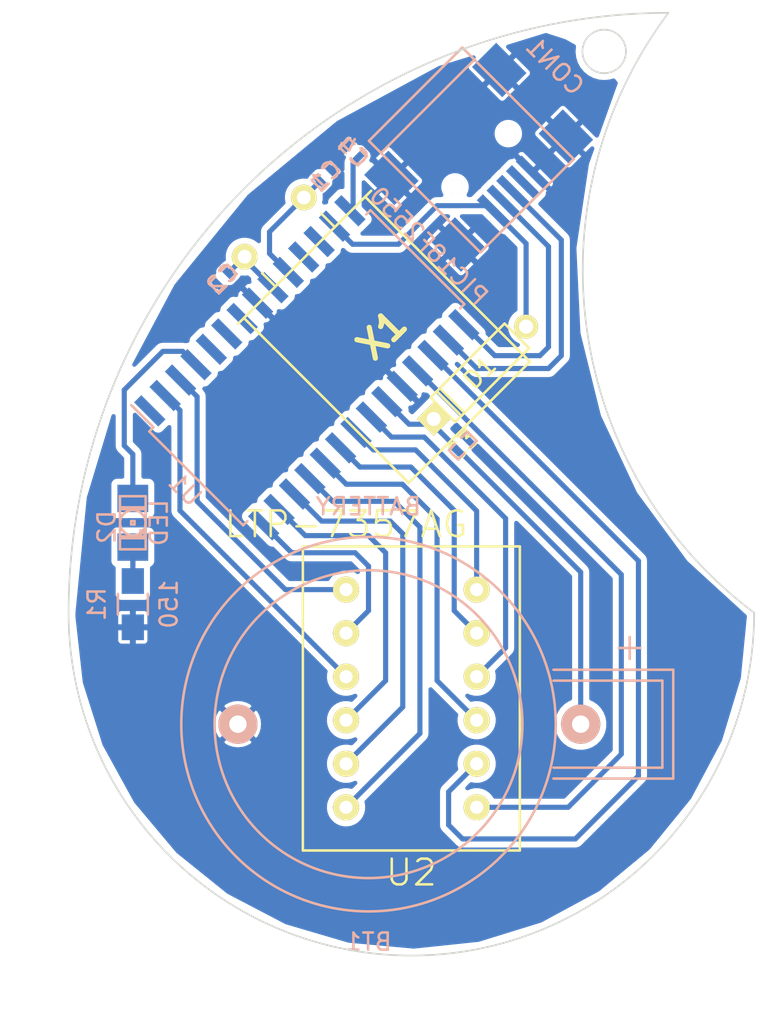
<source format=kicad_pcb>
(kicad_pcb (version 4) (host pcbnew "(2014-jul-16 BZR unknown)-MacPorts")

  (general
    (links 39)
    (no_connects 3)
    (area 134.949999 59.949999 190.050001 115.050001)
    (thickness 1.6)
    (drawings 4)
    (tracks 114)
    (zones 0)
    (modules 12)
    (nets 30)
  )

  (page A4)
  (layers
    (0 F.Cu signal)
    (31 B.Cu signal)
    (32 B.Adhes user)
    (33 F.Adhes user)
    (34 B.Paste user)
    (35 F.Paste user)
    (36 B.SilkS user)
    (37 F.SilkS user)
    (38 B.Mask user)
    (39 F.Mask user)
    (40 Dwgs.User user)
    (41 Cmts.User user)
    (42 Eco1.User user)
    (43 Eco2.User user)
    (44 Edge.Cuts user)
    (45 Margin user)
    (46 B.CrtYd user)
    (47 F.CrtYd user)
    (48 B.Fab user)
    (49 F.Fab user)
  )

  (setup
    (last_trace_width 0.3)
    (trace_clearance 0.25)
    (zone_clearance 0.35)
    (zone_45_only no)
    (trace_min 0.05)
    (segment_width 0.2)
    (edge_width 0.1)
    (via_size 0.889)
    (via_drill 0.635)
    (via_min_size 0.889)
    (via_min_drill 0.508)
    (uvia_size 0.508)
    (uvia_drill 0.127)
    (uvias_allowed no)
    (uvia_min_size 0.508)
    (uvia_min_drill 0.127)
    (pcb_text_width 0.3)
    (pcb_text_size 1.5 1.5)
    (mod_edge_width 0.15)
    (mod_text_size 1 1)
    (mod_text_width 0.15)
    (pad_size 2.286 2.286)
    (pad_drill 1.016)
    (pad_to_mask_clearance 0)
    (aux_axis_origin 0 0)
    (visible_elements FFFCE77F)
    (pcbplotparams
      (layerselection 0x00000_80000000)
      (usegerberextensions false)
      (excludeedgelayer true)
      (linewidth 0.100000)
      (plotframeref false)
      (viasonmask false)
      (mode 1)
      (useauxorigin false)
      (hpglpennumber 1)
      (hpglpenspeed 20)
      (hpglpendiameter 15)
      (hpglpenoverlay 2)
      (psnegative false)
      (psa4output false)
      (plotreference false)
      (plotvalue false)
      (plotinvisibletext false)
      (padsonsilk false)
      (subtractmaskfromsilk false)
      (outputformat 2)
      (mirror false)
      (drillshape 1)
      (scaleselection 1)
      (outputdirectory ""))
  )

  (net 0 "")
  (net 1 GND)
  (net 2 VDD)
  (net 3 /Row7)
  (net 4 /Row6)
  (net 5 /Row5)
  (net 6 /Col2)
  (net 7 /Row3)
  (net 8 /Col1)
  (net 9 /Row1)
  (net 10 /Row2)
  (net 11 /Col3)
  (net 12 /Row4)
  (net 13 /Col5)
  (net 14 /Col4)
  (net 15 "Net-(U1-Pad7)")
  (net 16 "Net-(U1-Pad11)")
  (net 17 "Net-(U1-Pad12)")
  (net 18 "Net-(U1-Pad5)")
  (net 19 "Net-(U1-Pad6)")
  (net 20 "Net-(C1-Pad1)")
  (net 21 "Net-(C2-Pad1)")
  (net 22 "Net-(CON1-Pad2)")
  (net 23 "Net-(CON1-Pad3)")
  (net 24 "Net-(CON1-Pad4)")
  (net 25 "Net-(U1-Pad1)")
  (net 26 "Net-(C4-Pad1)")
  (net 27 /UsbSense)
  (net 28 "Net-(D2-Pad1)")
  (net 29 "Net-(D2-Pad2)")

  (net_class Default "This is the default net class."
    (clearance 0.25)
    (trace_width 0.3)
    (via_dia 0.889)
    (via_drill 0.635)
    (uvia_dia 0.508)
    (uvia_drill 0.127)
    (add_net /Col1)
    (add_net /Col2)
    (add_net /Col3)
    (add_net /Col4)
    (add_net /Col5)
    (add_net /Row1)
    (add_net /Row2)
    (add_net /Row3)
    (add_net /Row4)
    (add_net /Row5)
    (add_net /Row6)
    (add_net /Row7)
    (add_net /UsbSense)
    (add_net GND)
    (add_net "Net-(C1-Pad1)")
    (add_net "Net-(C2-Pad1)")
    (add_net "Net-(C4-Pad1)")
    (add_net "Net-(CON1-Pad2)")
    (add_net "Net-(CON1-Pad3)")
    (add_net "Net-(CON1-Pad4)")
    (add_net "Net-(D2-Pad1)")
    (add_net "Net-(D2-Pad2)")
    (add_net "Net-(U1-Pad1)")
    (add_net "Net-(U1-Pad11)")
    (add_net "Net-(U1-Pad12)")
    (add_net "Net-(U1-Pad5)")
    (add_net "Net-(U1-Pad6)")
    (add_net "Net-(U1-Pad7)")
    (add_net VDD)
  )

  (module Connect:USB_Mini-B (layer B.Cu) (tedit 549889BE) (tstamp 54988D46)
    (at 158.5 68 315)
    (descr "USB Mini-B 5-pin SMD connector")
    (tags "USB, Mini-B, connector")
    (path /5496EA53)
    (fp_text reference CON1 (at 0 -6.90118 315) (layer B.SilkS)
      (effects (font (size 1 1) (thickness 0.15)) (justify mirror))
    )
    (fp_text value USB-MINI-B (at 0 7.0993 315) (layer B.SilkS) hide
      (effects (font (size 1 1) (thickness 0.15)) (justify mirror))
    )
    (fp_line (start -3.59918 3.85064) (end -3.59918 -3.85064) (layer B.SilkS) (width 0.15))
    (fp_line (start -4.59994 3.85064) (end -4.59994 -3.85064) (layer B.SilkS) (width 0.15))
    (fp_line (start -4.59994 -3.85064) (end 4.59994 -3.85064) (layer B.SilkS) (width 0.15))
    (fp_line (start 4.59994 -3.85064) (end 4.59994 3.85064) (layer B.SilkS) (width 0.15))
    (fp_line (start 4.59994 3.85064) (end -4.59994 3.85064) (layer B.SilkS) (width 0.15))
    (pad 1 smd rect (at 3.44932 1.6002 315) (size 2.30124 0.50038) (layers B.Cu B.Paste B.Mask)
      (net 27 /UsbSense))
    (pad 2 smd rect (at 3.44932 0.8001 315) (size 2.30124 0.50038) (layers B.Cu B.Paste B.Mask)
      (net 22 "Net-(CON1-Pad2)"))
    (pad 3 smd rect (at 3.44932 0 315) (size 2.30124 0.50038) (layers B.Cu B.Paste B.Mask)
      (net 23 "Net-(CON1-Pad3)"))
    (pad 4 smd rect (at 3.44932 -0.8001 315) (size 2.30124 0.50038) (layers B.Cu B.Paste B.Mask)
      (net 24 "Net-(CON1-Pad4)"))
    (pad 5 smd rect (at 3.44932 -1.6002 315) (size 2.30124 0.50038) (layers B.Cu B.Paste B.Mask)
      (net 1 GND))
    (pad 6 smd rect (at 3.35026 4.45008 315) (size 2.49936 1.99898) (layers B.Cu B.Paste B.Mask)
      (net 1 GND))
    (pad 7 smd rect (at -2.14884 4.45008 315) (size 2.49936 1.99898) (layers B.Cu B.Paste B.Mask)
      (net 1 GND))
    (pad 8 smd rect (at 3.35026 -4.45008 315) (size 2.49936 1.99898) (layers B.Cu B.Paste B.Mask)
      (net 1 GND))
    (pad 9 smd rect (at -2.14884 -4.45008 315) (size 2.49936 1.99898) (layers B.Cu B.Paste B.Mask)
      (net 1 GND))
    (pad "" np_thru_hole circle (at 0.8509 2.19964 315) (size 0.89916 0.89916) (drill 0.89916) (layers *.Cu *.Mask B.SilkS))
    (pad 2 np_thru_hole circle (at 0.8509 -2.19964 315) (size 0.89916 0.89916) (drill 0.89916) (layers *.Cu *.Mask B.SilkS)
      (net 22 "Net-(CON1-Pad2)"))
    (model Connectors/usb/normal/usb_b/usb_b_through_hole.wrl
      (at (xyz 0 0 0))
      (scale (xyz 1 1 1))
      (rotate (xyz 0 0 0))
    )
  )

  (module Housings_SOIC:SOIC-28_7.5x17.9mm_Pitch1.27mm (layer B.Cu) (tedit 54130A77) (tstamp 5496C8E1)
    (at 148.9 80.708 315)
    (descr "28-Lead Plastic Small Outline (SO) - Wide, 7.50 mm Body [SOIC] (see Microchip Packaging Specification 00000049BS.pdf)")
    (tags "SOIC 1.27")
    (path /5496C0E6)
    (attr smd)
    (fp_text reference U1 (at 0 10.05 315) (layer B.SilkS)
      (effects (font (size 1 1) (thickness 0.15)) (justify mirror))
    )
    (fp_text value PIC18F2550 (at 0 -10.05 315) (layer B.SilkS)
      (effects (font (size 1 1) (thickness 0.15)) (justify mirror))
    )
    (fp_line (start -5.95 9.3) (end -5.95 -9.3) (layer B.CrtYd) (width 0.05))
    (fp_line (start 5.95 9.3) (end 5.95 -9.3) (layer B.CrtYd) (width 0.05))
    (fp_line (start -5.95 9.3) (end 5.95 9.3) (layer B.CrtYd) (width 0.05))
    (fp_line (start -5.95 -9.3) (end 5.95 -9.3) (layer B.CrtYd) (width 0.05))
    (fp_line (start -3.875 9.125) (end -3.875 8.78) (layer B.SilkS) (width 0.15))
    (fp_line (start 3.875 9.125) (end 3.875 8.78) (layer B.SilkS) (width 0.15))
    (fp_line (start 3.875 -9.125) (end 3.875 -8.78) (layer B.SilkS) (width 0.15))
    (fp_line (start -3.875 -9.125) (end -3.875 -8.78) (layer B.SilkS) (width 0.15))
    (fp_line (start -3.875 9.125) (end 3.875 9.125) (layer B.SilkS) (width 0.15))
    (fp_line (start -3.875 -9.125) (end 3.875 -9.125) (layer B.SilkS) (width 0.15))
    (fp_line (start -3.875 8.78) (end -5.7 8.78) (layer B.SilkS) (width 0.15))
    (pad 1 smd rect (at -4.7 8.255 315) (size 2 0.6) (layers B.Cu B.Paste B.Mask)
      (net 25 "Net-(U1-Pad1)"))
    (pad 2 smd rect (at -4.7 6.985 315) (size 2 0.6) (layers B.Cu B.Paste B.Mask)
      (net 6 /Col2))
    (pad 3 smd rect (at -4.7 5.715 315) (size 2 0.6) (layers B.Cu B.Paste B.Mask)
      (net 8 /Col1))
    (pad 4 smd rect (at -4.7 4.445 315) (size 2 0.6) (layers B.Cu B.Paste B.Mask)
      (net 28 "Net-(D2-Pad1)"))
    (pad 5 smd rect (at -4.7 3.175 315) (size 2 0.6) (layers B.Cu B.Paste B.Mask)
      (net 18 "Net-(U1-Pad5)"))
    (pad 6 smd rect (at -4.7 1.905 315) (size 2 0.6) (layers B.Cu B.Paste B.Mask)
      (net 19 "Net-(U1-Pad6)"))
    (pad 7 smd rect (at -4.7 0.635 315) (size 2 0.6) (layers B.Cu B.Paste B.Mask)
      (net 15 "Net-(U1-Pad7)"))
    (pad 8 smd rect (at -4.7 -0.635 315) (size 2 0.6) (layers B.Cu B.Paste B.Mask)
      (net 1 GND))
    (pad 9 smd rect (at -4.7 -1.905 315) (size 2 0.6) (layers B.Cu B.Paste B.Mask)
      (net 21 "Net-(C2-Pad1)"))
    (pad 10 smd rect (at -4.7 -3.175 315) (size 2 0.6) (layers B.Cu B.Paste B.Mask)
      (net 20 "Net-(C1-Pad1)"))
    (pad 11 smd rect (at -4.7 -4.445 315) (size 2 0.6) (layers B.Cu B.Paste B.Mask)
      (net 16 "Net-(U1-Pad11)"))
    (pad 12 smd rect (at -4.7 -5.715 315) (size 2 0.6) (layers B.Cu B.Paste B.Mask)
      (net 17 "Net-(U1-Pad12)"))
    (pad 13 smd rect (at -4.7 -6.985 315) (size 2 0.6) (layers B.Cu B.Paste B.Mask)
      (net 27 /UsbSense))
    (pad 14 smd rect (at -4.7 -8.255 315) (size 2 0.6) (layers B.Cu B.Paste B.Mask)
      (net 26 "Net-(C4-Pad1)"))
    (pad 15 smd rect (at 4.7 -8.255 315) (size 2 0.6) (layers B.Cu B.Paste B.Mask)
      (net 22 "Net-(CON1-Pad2)"))
    (pad 16 smd rect (at 4.7 -6.985 315) (size 2 0.6) (layers B.Cu B.Paste B.Mask)
      (net 23 "Net-(CON1-Pad3)"))
    (pad 17 smd rect (at 4.7 -5.715 315) (size 2 0.6) (layers B.Cu B.Paste B.Mask)
      (net 13 /Col5))
    (pad 18 smd rect (at 4.7 -4.445 315) (size 2 0.6) (layers B.Cu B.Paste B.Mask)
      (net 14 /Col4))
    (pad 19 smd rect (at 4.7 -3.175 315) (size 2 0.6) (layers B.Cu B.Paste B.Mask)
      (net 1 GND))
    (pad 20 smd rect (at 4.7 -1.905 315) (size 2 0.6) (layers B.Cu B.Paste B.Mask)
      (net 2 VDD))
    (pad 21 smd rect (at 4.7 -0.635 315) (size 2 0.6) (layers B.Cu B.Paste B.Mask)
      (net 11 /Col3))
    (pad 22 smd rect (at 4.7 0.635 315) (size 2 0.6) (layers B.Cu B.Paste B.Mask)
      (net 9 /Row1))
    (pad 23 smd rect (at 4.7 1.905 315) (size 2 0.6) (layers B.Cu B.Paste B.Mask)
      (net 10 /Row2))
    (pad 24 smd rect (at 4.7 3.175 315) (size 2 0.6) (layers B.Cu B.Paste B.Mask)
      (net 12 /Row4))
    (pad 25 smd rect (at 4.7 4.445 315) (size 2 0.6) (layers B.Cu B.Paste B.Mask)
      (net 3 /Row7))
    (pad 26 smd rect (at 4.7 5.715 315) (size 2 0.6) (layers B.Cu B.Paste B.Mask)
      (net 4 /Row6))
    (pad 27 smd rect (at 4.7 6.985 315) (size 2 0.6) (layers B.Cu B.Paste B.Mask)
      (net 5 /Row5))
    (pad 28 smd rect (at 4.7 8.255 315) (size 2 0.6) (layers B.Cu B.Paste B.Mask)
      (net 7 /Row3))
    (model Housings_SOIC/SOIC-28_7.5x17.9mm_Pitch1.27mm.wrl
      (at (xyz 0 0 0))
      (scale (xyz 1 1 1))
      (rotate (xyz 0 0 0))
    )
  )

  (module SMD_Packages:SMD-0402 (layer B.Cu) (tedit 5496F0B9) (tstamp 5496F609)
    (at 158 85.25 45)
    (path /5496F28F)
    (attr smd)
    (fp_text reference C3 (at 0 0 45) (layer F.SilkS)
      (effects (font (size 1 1) (thickness 0.15)))
    )
    (fp_text value 100n (at 0.09906 0 45) (layer B.SilkS) hide
      (effects (font (size 1 1) (thickness 0.15)) (justify mirror))
    )
    (fp_line (start -0.254 0.381) (end -0.762 0.381) (layer B.SilkS) (width 0.15))
    (fp_line (start -0.762 0.381) (end -0.762 -0.381) (layer B.SilkS) (width 0.15))
    (fp_line (start -0.762 -0.381) (end -0.254 -0.381) (layer B.SilkS) (width 0.15))
    (fp_line (start 0.254 0.381) (end 0.762 0.381) (layer B.SilkS) (width 0.15))
    (fp_line (start 0.762 0.381) (end 0.762 -0.381) (layer B.SilkS) (width 0.15))
    (fp_line (start 0.762 -0.381) (end 0.254 -0.381) (layer B.SilkS) (width 0.15))
    (pad 1 smd rect (at -0.44958 0 45) (size 0.39878 0.59944) (layers B.Cu B.Paste B.Mask)
      (net 2 VDD))
    (pad 2 smd rect (at 0.44958 0 45) (size 0.39878 0.59944) (layers B.Cu B.Paste B.Mask)
      (net 1 GND))
    (model SMD_Packages/SMD-0402.wrl
      (at (xyz 0 0 0.002))
      (scale (xyz 0.05 0.05 0.05))
      (rotate (xyz 0 0 0))
    )
  )

  (module Discret:CR2032H (layer B.Cu) (tedit 549715FD) (tstamp 5496F1FB)
    (at 152.5 101.5)
    (path /54956CD2)
    (fp_text reference BT1 (at 0 12.7) (layer B.SilkS)
      (effects (font (size 1 1) (thickness 0.15)) (justify mirror))
    )
    (fp_text value BATTERY (at 0 -12.7) (layer B.SilkS)
      (effects (font (size 1 1) (thickness 0.15)) (justify mirror))
    )
    (fp_line (start 15.24 -3.81) (end 15.24 -5.08) (layer B.SilkS) (width 0.15))
    (fp_line (start 14.605 -4.445) (end 15.875 -4.445) (layer B.SilkS) (width 0.15))
    (fp_line (start 10.795 2.54) (end 17.145 2.54) (layer B.SilkS) (width 0.15))
    (fp_line (start 17.145 2.54) (end 17.145 -2.54) (layer B.SilkS) (width 0.15))
    (fp_line (start 17.145 -2.54) (end 10.795 -2.54) (layer B.SilkS) (width 0.15))
    (fp_line (start 17.145 3.175) (end 17.78 3.175) (layer B.SilkS) (width 0.15))
    (fp_line (start 17.78 3.175) (end 17.78 -3.175) (layer B.SilkS) (width 0.15))
    (fp_line (start 17.78 -3.175) (end 17.145 -3.175) (layer B.SilkS) (width 0.15))
    (fp_line (start 15.875 3.175) (end 17.145 3.175) (layer B.SilkS) (width 0.15))
    (fp_line (start 17.145 -3.175) (end 10.795 -3.175) (layer B.SilkS) (width 0.15))
    (fp_line (start 10.795 3.175) (end 15.875 3.175) (layer B.SilkS) (width 0.15))
    (fp_circle (center 0 0) (end -1.27 8.89) (layer B.SilkS) (width 0.15))
    (fp_circle (center 0 0) (end 6.35 -8.89) (layer B.SilkS) (width 0.15))
    (pad 2 thru_hole circle (at -7.62 0) (size 2.286 2.286) (drill 1.016) (layers *.Cu *.Mask B.SilkS)
      (net 1 GND))
    (pad 1 thru_hole circle (at 12.38 0) (size 2.286 2.286) (drill 1.016) (layers *.Cu *.Mask B.SilkS)
      (net 2 VDD))
  )

  (module "Dot Matrix:LTP-7357AG" (layer F.Cu) (tedit 54955E13) (tstamp 5496C2A6)
    (at 155 100)
    (path /5491FDDE)
    (fp_text reference U2 (at 0 10.16) (layer F.SilkS)
      (effects (font (size 1.5 1.5) (thickness 0.15)))
    )
    (fp_text value LTP-7357AG (at -3.81 -10.16) (layer F.SilkS)
      (effects (font (size 1.5 1.5) (thickness 0.15)))
    )
    (fp_line (start -6.33 -8.87) (end -6.33 8.87) (layer F.SilkS) (width 0.15))
    (fp_line (start -6.33 8.87) (end 6.33 8.87) (layer F.SilkS) (width 0.15))
    (fp_line (start 6.33 8.87) (end 6.33 -8.87) (layer F.SilkS) (width 0.15))
    (fp_line (start -6.33 -8.87) (end 6.33 -8.87) (layer F.SilkS) (width 0.15))
    (pad 6 thru_hole circle (at -3.81 6.35) (size 1.524 1.524) (drill 0.762) (layers *.Cu *.Mask F.SilkS)
      (net 3 /Row7))
    (pad 5 thru_hole circle (at -3.81 3.81) (size 1.524 1.524) (drill 0.762) (layers *.Cu *.Mask F.SilkS)
      (net 4 /Row6))
    (pad 4 thru_hole circle (at -3.81 1.27) (size 1.524 1.524) (drill 0.762) (layers *.Cu *.Mask F.SilkS)
      (net 5 /Row5))
    (pad 3 thru_hole circle (at -3.81 -1.27) (size 1.524 1.524) (drill 0.762) (layers *.Cu *.Mask F.SilkS)
      (net 6 /Col2))
    (pad 2 thru_hole circle (at -3.81 -3.81) (size 1.524 1.524) (drill 0.762) (layers *.Cu *.Mask F.SilkS)
      (net 7 /Row3))
    (pad 1 thru_hole circle (at -3.81 -6.35) (size 1.524 1.524) (drill 0.762) (layers *.Cu *.Mask F.SilkS)
      (net 8 /Col1))
    (pad 12 thru_hole circle (at 3.81 -6.35) (size 1.524 1.524) (drill 0.762) (layers *.Cu *.Mask F.SilkS)
      (net 9 /Row1))
    (pad 11 thru_hole circle (at 3.81 -3.81) (size 1.524 1.524) (drill 0.762) (layers *.Cu *.Mask F.SilkS)
      (net 10 /Row2))
    (pad 10 thru_hole circle (at 3.81 -1.27) (size 1.524 1.524) (drill 0.762) (layers *.Cu *.Mask F.SilkS)
      (net 11 /Col3))
    (pad 9 thru_hole circle (at 3.81 1.27) (size 1.524 1.524) (drill 0.762) (layers *.Cu *.Mask F.SilkS)
      (net 12 /Row4))
    (pad 8 thru_hole circle (at 3.81 3.81) (size 1.524 1.524) (drill 0.762) (layers *.Cu *.Mask F.SilkS)
      (net 13 /Col5))
    (pad 7 thru_hole circle (at 3.81 6.35) (size 1.524 1.524) (drill 0.762) (layers *.Cu *.Mask F.SilkS)
      (net 14 /Col4))
  )

  (module SMD_Packages:SMD-0402 (layer B.Cu) (tedit 5496F0B9) (tstamp 5496F0E0)
    (at 150 69.5 45)
    (path /5496EF68)
    (attr smd)
    (fp_text reference C1 (at 0 0 45) (layer B.SilkS)
      (effects (font (size 1 1) (thickness 0.15)) (justify mirror))
    )
    (fp_text value 22p (at 0.09906 0 45) (layer B.SilkS) hide
      (effects (font (size 1 1) (thickness 0.15)) (justify mirror))
    )
    (fp_line (start -0.254 0.381) (end -0.762 0.381) (layer B.SilkS) (width 0.15))
    (fp_line (start -0.762 0.381) (end -0.762 -0.381) (layer B.SilkS) (width 0.15))
    (fp_line (start -0.762 -0.381) (end -0.254 -0.381) (layer B.SilkS) (width 0.15))
    (fp_line (start 0.254 0.381) (end 0.762 0.381) (layer B.SilkS) (width 0.15))
    (fp_line (start 0.762 0.381) (end 0.762 -0.381) (layer B.SilkS) (width 0.15))
    (fp_line (start 0.762 -0.381) (end 0.254 -0.381) (layer B.SilkS) (width 0.15))
    (pad 1 smd rect (at -0.44958 0 45) (size 0.39878 0.59944) (layers B.Cu B.Paste B.Mask)
      (net 20 "Net-(C1-Pad1)"))
    (pad 2 smd rect (at 0.44958 0 45) (size 0.39878 0.59944) (layers B.Cu B.Paste B.Mask)
      (net 1 GND))
    (model SMD_Packages/SMD-0402.wrl
      (at (xyz 0 0 0.002))
      (scale (xyz 0.05 0.05 0.05))
      (rotate (xyz 0 0 0))
    )
  )

  (module SMD_Packages:SMD-0402 (layer B.Cu) (tedit 5496F0B9) (tstamp 5496F0E6)
    (at 144 75.5 225)
    (path /5496EF3B)
    (attr smd)
    (fp_text reference C2 (at 0 0 225) (layer B.SilkS)
      (effects (font (size 1 1) (thickness 0.15)) (justify mirror))
    )
    (fp_text value 22p (at 0.09906 0 225) (layer B.SilkS) hide
      (effects (font (size 1 1) (thickness 0.15)) (justify mirror))
    )
    (fp_line (start -0.254 0.381) (end -0.762 0.381) (layer B.SilkS) (width 0.15))
    (fp_line (start -0.762 0.381) (end -0.762 -0.381) (layer B.SilkS) (width 0.15))
    (fp_line (start -0.762 -0.381) (end -0.254 -0.381) (layer B.SilkS) (width 0.15))
    (fp_line (start 0.254 0.381) (end 0.762 0.381) (layer B.SilkS) (width 0.15))
    (fp_line (start 0.762 0.381) (end 0.762 -0.381) (layer B.SilkS) (width 0.15))
    (fp_line (start 0.762 -0.381) (end 0.254 -0.381) (layer B.SilkS) (width 0.15))
    (pad 1 smd rect (at -0.44958 0 225) (size 0.39878 0.59944) (layers B.Cu B.Paste B.Mask)
      (net 21 "Net-(C2-Pad1)"))
    (pad 2 smd rect (at 0.44958 0 225) (size 0.39878 0.59944) (layers B.Cu B.Paste B.Mask)
      (net 1 GND))
    (model SMD_Packages/SMD-0402.wrl
      (at (xyz 0 0 0.002))
      (scale (xyz 0.05 0.05 0.05))
      (rotate (xyz 0 0 0))
    )
  )

  (module SMD_Packages:SMD-0402 (layer B.Cu) (tedit 5498994D) (tstamp 54989A92)
    (at 151.6 68.1 135)
    (path /549899B1)
    (attr smd)
    (fp_text reference C4 (at 0 0 135) (layer B.SilkS)
      (effects (font (size 1 1) (thickness 0.15)) (justify mirror))
    )
    (fp_text value 100n (at 0.09906 0 135) (layer B.SilkS) hide
      (effects (font (size 1 1) (thickness 0.15)) (justify mirror))
    )
    (fp_line (start -0.254 0.381) (end -0.762 0.381) (layer B.SilkS) (width 0.15))
    (fp_line (start -0.762 0.381) (end -0.762 -0.381) (layer B.SilkS) (width 0.15))
    (fp_line (start -0.762 -0.381) (end -0.254 -0.381) (layer B.SilkS) (width 0.15))
    (fp_line (start 0.254 0.381) (end 0.762 0.381) (layer B.SilkS) (width 0.15))
    (fp_line (start 0.762 0.381) (end 0.762 -0.381) (layer B.SilkS) (width 0.15))
    (fp_line (start 0.762 -0.381) (end 0.254 -0.381) (layer B.SilkS) (width 0.15))
    (pad 1 smd rect (at -0.44958 0 135) (size 0.39878 0.59944) (layers B.Cu B.Paste B.Mask)
      (net 26 "Net-(C4-Pad1)"))
    (pad 2 smd rect (at 0.44958 0 135) (size 0.39878 0.59944) (layers B.Cu B.Paste B.Mask)
      (net 1 GND))
    (model SMD_Packages/SMD-0402.wrl
      (at (xyz 0 0 0.002))
      (scale (xyz 0.05 0.05 0.05))
      (rotate (xyz 0 0 0))
    )
  )

  (module Discret:D3 (layer F.Cu) (tedit 549925A9) (tstamp 54992606)
    (at 159 81 225)
    (descr "Diode 3 pas")
    (tags "DIODE DEV")
    (path /5499257C)
    (fp_text reference D1 (at 0 0 225) (layer F.SilkS)
      (effects (font (size 1 1) (thickness 0.15)))
    )
    (fp_text value DIODESCH (at 0 0 225) (layer F.SilkS) hide
      (effects (font (size 1 1) (thickness 0.15)))
    )
    (fp_line (start 3.81 0) (end 3.048 0) (layer F.SilkS) (width 0.15))
    (fp_line (start 3.048 0) (end 3.048 -1.016) (layer F.SilkS) (width 0.15))
    (fp_line (start 3.048 -1.016) (end -3.048 -1.016) (layer F.SilkS) (width 0.15))
    (fp_line (start -3.048 -1.016) (end -3.048 0) (layer F.SilkS) (width 0.15))
    (fp_line (start -3.048 0) (end -3.81 0) (layer F.SilkS) (width 0.15))
    (fp_line (start -3.048 0) (end -3.048 1.016) (layer F.SilkS) (width 0.15))
    (fp_line (start -3.048 1.016) (end 3.048 1.016) (layer F.SilkS) (width 0.15))
    (fp_line (start 3.048 1.016) (end 3.048 0) (layer F.SilkS) (width 0.15))
    (fp_line (start 2.54 -1.016) (end 2.54 1.016) (layer F.SilkS) (width 0.15))
    (fp_line (start 2.286 1.016) (end 2.286 -1.016) (layer F.SilkS) (width 0.15))
    (pad 2 thru_hole rect (at 3.81 0 225) (size 1.397 1.397) (drill 0.8128) (layers *.Cu *.Mask F.SilkS)
      (net 2 VDD))
    (pad 1 thru_hole circle (at -3.81 0 225) (size 1.397 1.397) (drill 0.8128) (layers *.Cu *.Mask F.SilkS)
      (net 27 /UsbSense))
    (model Discret/D3.wrl
      (at (xyz 0 0 0))
      (scale (xyz 0.3 0.3 0.3))
      (rotate (xyz 0 0 0))
    )
  )

  (module Crystals:Crystal_HC49-U_Horizontal_Typ1 (layer F.Cu) (tedit 54992629) (tstamp 5499262E)
    (at 147 72.5 225)
    (descr "Crystal, Quarz, HC49/U, horizontal, liegend, Typ I,")
    (tags "Crystal, Quarz, HC49/U, horizontal, liegend, Typ I,")
    (path /5497014D)
    (fp_text reference X1 (at 0 -8.89 225) (layer F.SilkS)
      (effects (font (thickness 0.3048)))
    )
    (fp_text value CRYSTAL (at 1.27 2.54 225) (layer F.SilkS) hide
      (effects (font (thickness 0.3048)))
    )
    (fp_line (start 2.4003 -1.39954) (end 2.4003 -2.49936) (layer F.SilkS) (width 0.15))
    (fp_line (start -2.49936 -1.39954) (end -2.49936 -2.49936) (layer F.SilkS) (width 0.15))
    (fp_line (start -5.00126 -2.49936) (end -5.00126 -16.10106) (layer F.SilkS) (width 0.15))
    (fp_line (start -5.00126 -16.10106) (end 5.00126 -16.10106) (layer F.SilkS) (width 0.15))
    (fp_line (start 5.00126 -16.10106) (end 5.00126 -2.49936) (layer F.SilkS) (width 0.15))
    (fp_line (start -5.4991 -2.49936) (end 5.4991 -2.49936) (layer F.SilkS) (width 0.15))
    (pad 1 thru_hole circle (at -2.44094 0 225) (size 1.50114 1.50114) (drill 0.8001) (layers *.Cu *.Mask F.SilkS)
      (net 20 "Net-(C1-Pad1)"))
    (pad 2 thru_hole circle (at 2.44094 0 225) (size 1.50114 1.50114) (drill 0.8001) (layers *.Cu *.Mask F.SilkS)
      (net 21 "Net-(C2-Pad1)"))
  )

  (module LEDs:LED-1206 (layer B.Cu) (tedit 54995641) (tstamp 54995666)
    (at 138.75 89.75 270)
    (descr "LED 1206 smd package")
    (tags "LED1206 SMD")
    (path /5499558E)
    (attr smd)
    (fp_text reference D2 (at 0.254 1.524 270) (layer B.SilkS)
      (effects (font (size 1 1) (thickness 0.15)) (justify mirror))
    )
    (fp_text value LED (at 0 -1.524 270) (layer B.SilkS)
      (effects (font (size 1 1) (thickness 0.15)) (justify mirror))
    )
    (fp_line (start -0.09906 -0.09906) (end 0.09906 -0.09906) (layer B.SilkS) (width 0.15))
    (fp_line (start 0.09906 -0.09906) (end 0.09906 0.09906) (layer B.SilkS) (width 0.15))
    (fp_line (start -0.09906 0.09906) (end 0.09906 0.09906) (layer B.SilkS) (width 0.15))
    (fp_line (start -0.09906 -0.09906) (end -0.09906 0.09906) (layer B.SilkS) (width 0.15))
    (fp_line (start 0.44958 -0.6985) (end 0.79756 -0.6985) (layer B.SilkS) (width 0.15))
    (fp_line (start 0.79756 -0.6985) (end 0.79756 -0.44958) (layer B.SilkS) (width 0.15))
    (fp_line (start 0.44958 -0.44958) (end 0.79756 -0.44958) (layer B.SilkS) (width 0.15))
    (fp_line (start 0.44958 -0.6985) (end 0.44958 -0.44958) (layer B.SilkS) (width 0.15))
    (fp_line (start 0.79756 -0.6985) (end 0.89916 -0.6985) (layer B.SilkS) (width 0.15))
    (fp_line (start 0.89916 -0.6985) (end 0.89916 0.49784) (layer B.SilkS) (width 0.15))
    (fp_line (start 0.79756 0.49784) (end 0.89916 0.49784) (layer B.SilkS) (width 0.15))
    (fp_line (start 0.79756 -0.6985) (end 0.79756 0.49784) (layer B.SilkS) (width 0.15))
    (fp_line (start 0.79756 0.54864) (end 0.89916 0.54864) (layer B.SilkS) (width 0.15))
    (fp_line (start 0.89916 0.54864) (end 0.89916 0.6985) (layer B.SilkS) (width 0.15))
    (fp_line (start 0.79756 0.6985) (end 0.89916 0.6985) (layer B.SilkS) (width 0.15))
    (fp_line (start 0.79756 0.54864) (end 0.79756 0.6985) (layer B.SilkS) (width 0.15))
    (fp_line (start -0.89916 -0.6985) (end -0.79756 -0.6985) (layer B.SilkS) (width 0.15))
    (fp_line (start -0.79756 -0.6985) (end -0.79756 0.49784) (layer B.SilkS) (width 0.15))
    (fp_line (start -0.89916 0.49784) (end -0.79756 0.49784) (layer B.SilkS) (width 0.15))
    (fp_line (start -0.89916 -0.6985) (end -0.89916 0.49784) (layer B.SilkS) (width 0.15))
    (fp_line (start -0.89916 0.54864) (end -0.79756 0.54864) (layer B.SilkS) (width 0.15))
    (fp_line (start -0.79756 0.54864) (end -0.79756 0.6985) (layer B.SilkS) (width 0.15))
    (fp_line (start -0.89916 0.6985) (end -0.79756 0.6985) (layer B.SilkS) (width 0.15))
    (fp_line (start -0.89916 0.54864) (end -0.89916 0.6985) (layer B.SilkS) (width 0.15))
    (fp_line (start 0.44958 -0.6985) (end 0.59944 -0.6985) (layer B.SilkS) (width 0.15))
    (fp_line (start 0.59944 -0.6985) (end 0.59944 -0.44958) (layer B.SilkS) (width 0.15))
    (fp_line (start 0.44958 -0.44958) (end 0.59944 -0.44958) (layer B.SilkS) (width 0.15))
    (fp_line (start 0.44958 -0.6985) (end 0.44958 -0.44958) (layer B.SilkS) (width 0.15))
    (fp_line (start 1.5494 -0.7493) (end -1.5494 -0.7493) (layer B.SilkS) (width 0.15))
    (fp_line (start -1.5494 -0.7493) (end -1.5494 0.7493) (layer B.SilkS) (width 0.15))
    (fp_line (start -1.5494 0.7493) (end 1.5494 0.7493) (layer B.SilkS) (width 0.15))
    (fp_line (start 1.5494 0.7493) (end 1.5494 -0.7493) (layer B.SilkS) (width 0.15))
    (fp_arc (start 0 0) (end 0.54864 -0.49784) (angle -95.4) (layer B.SilkS) (width 0.15))
    (fp_arc (start 0 0) (end -0.54864 -0.49784) (angle -84.5) (layer B.SilkS) (width 0.15))
    (fp_arc (start 0 0) (end -0.54864 0.49784) (angle -95.4) (layer B.SilkS) (width 0.15))
    (fp_arc (start 0 0) (end 0.54864 0.49784) (angle -84.5) (layer B.SilkS) (width 0.15))
    (pad 1 smd rect (at -1.41986 0 270) (size 1.59766 1.80086) (layers B.Cu B.Paste B.Mask)
      (net 28 "Net-(D2-Pad1)"))
    (pad 2 smd rect (at 1.41986 0 270) (size 1.59766 1.80086) (layers B.Cu B.Paste B.Mask)
      (net 29 "Net-(D2-Pad2)"))
  )

  (module Resistors_SMD:R_0805_HandSoldering (layer B.Cu) (tedit 54189DEE) (tstamp 54995C90)
    (at 138.75 94.5 270)
    (descr "Resistor SMD 0805, hand soldering")
    (tags "resistor 0805")
    (path /5499574A)
    (attr smd)
    (fp_text reference R1 (at 0 2.1 270) (layer B.SilkS)
      (effects (font (size 1 1) (thickness 0.15)) (justify mirror))
    )
    (fp_text value 150 (at 0 -2.1 270) (layer B.SilkS)
      (effects (font (size 1 1) (thickness 0.15)) (justify mirror))
    )
    (fp_line (start -2.4 1) (end 2.4 1) (layer B.CrtYd) (width 0.05))
    (fp_line (start -2.4 -1) (end 2.4 -1) (layer B.CrtYd) (width 0.05))
    (fp_line (start -2.4 1) (end -2.4 -1) (layer B.CrtYd) (width 0.05))
    (fp_line (start 2.4 1) (end 2.4 -1) (layer B.CrtYd) (width 0.05))
    (fp_line (start 0.6 -0.875) (end -0.6 -0.875) (layer B.SilkS) (width 0.15))
    (fp_line (start -0.6 0.875) (end 0.6 0.875) (layer B.SilkS) (width 0.15))
    (pad 1 smd rect (at -1.35 0 270) (size 1.5 1.3) (layers B.Cu B.Paste B.Mask)
      (net 29 "Net-(D2-Pad2)"))
    (pad 2 smd rect (at 1.35 0 270) (size 1.5 1.3) (layers B.Cu B.Paste B.Mask)
      (net 1 GND))
    (model Resistors_SMD/R_0805_HandSoldering.wrl
      (at (xyz 0 0 0))
      (scale (xyz 1 1 1))
      (rotate (xyz 0 0 0))
    )
  )

  (gr_circle (center 166.25 62.25) (end 164.98 62.25) (layer Edge.Cuts) (width 0.1))
  (gr_arc (start 190 75) (end 175 95) (angle 90) (layer Edge.Cuts) (width 0.1) (tstamp 5495ABD0))
  (gr_arc (start 155 95) (end 175 95) (angle 180) (layer Edge.Cuts) (width 0.1))
  (gr_arc (start 170 95) (end 135 95) (angle 90) (layer Edge.Cuts) (width 0.1) (tstamp 5495AB4D))

  (segment (start 153.57044 82.67044) (end 153.57044 82.684363) (width 0.3) (layer B.Cu) (net 2))
  (segment (start 164.88 99.883554) (end 164.88 101.5) (width 0.3) (layer B.Cu) (net 2))
  (segment (start 164.88 92.63) (end 164.88 99.883554) (width 0.3) (layer B.Cu) (net 2))
  (segment (start 154.864198 84) (end 156.25 84) (width 0.3) (layer B.Cu) (net 2))
  (segment (start 153.57044 82.706242) (end 154.864198 84) (width 0.3) (layer B.Cu) (net 2))
  (segment (start 156.25 84) (end 164.88 92.63) (width 0.3) (layer B.Cu) (net 2))
  (segment (start 153.57044 82.684363) (end 153.57044 82.706242) (width 0.3) (layer B.Cu) (net 2))
  (segment (start 149.080312 87.174492) (end 150.40582 88.5) (width 0.3) (layer B.Cu) (net 3))
  (segment (start 155.5 90) (end 155.5 102.04) (width 0.3) (layer B.Cu) (net 3))
  (segment (start 150.40582 88.5) (end 154 88.5) (width 0.3) (layer B.Cu) (net 3))
  (segment (start 154 88.5) (end 155.5 90) (width 0.3) (layer B.Cu) (net 3))
  (segment (start 155.5 102) (end 155.5 102.04) (width 0.3) (layer B.Cu) (net 3))
  (segment (start 155.5 102.04) (end 151.19 106.35) (width 0.3) (layer B.Cu) (net 3))
  (segment (start 148.182287 88.072517) (end 149.761877 89.652107) (width 0.3) (layer B.Cu) (net 4))
  (segment (start 154.5 90.39023) (end 154.5 100.5) (width 0.3) (layer B.Cu) (net 4))
  (segment (start 153.761877 89.652107) (end 154.5 90.39023) (width 0.3) (layer B.Cu) (net 4))
  (segment (start 154.5 100.5) (end 151.951999 103.048001) (width 0.3) (layer B.Cu) (net 4))
  (segment (start 151.951999 103.048001) (end 151.19 103.81) (width 0.3) (layer B.Cu) (net 4))
  (segment (start 149.761877 89.652107) (end 153.761877 89.652107) (width 0.3) (layer B.Cu) (net 4))
  (segment (start 147.284261 88.970543) (end 148.813718 90.5) (width 0.3) (layer B.Cu) (net 5))
  (segment (start 148.813718 90.5) (end 152.5 90.5) (width 0.3) (layer B.Cu) (net 5))
  (segment (start 152.5 90.5) (end 153.5 91.5) (width 0.3) (layer B.Cu) (net 5))
  (segment (start 153.5 91.5) (end 153.5 98.96) (width 0.3) (layer B.Cu) (net 5))
  (segment (start 153.5 98.96) (end 151.19 101.27) (width 0.3) (layer B.Cu) (net 5))
  (segment (start 151.19 98.73) (end 151.19 98.69) (width 0.3) (layer B.Cu) (net 6))
  (segment (start 141.5 89.04) (end 151.19 98.73) (width 0.3) (layer B.Cu) (net 6))
  (segment (start 141.5 83.186282) (end 141.5 89.04) (width 0.3) (layer B.Cu) (net 6))
  (segment (start 140.637457 82.323739) (end 141.5 83.186282) (width 0.3) (layer B.Cu) (net 6))
  (segment (start 151.19 96.19) (end 152.5 94.88) (width 0.3) (layer B.Cu) (net 7))
  (segment (start 152.5 94.88) (end 152.5 92.27783) (width 0.3) (layer B.Cu) (net 7))
  (segment (start 146.686234 90.168567) (end 146.386235 89.868568) (width 0.3) (layer B.Cu) (net 7))
  (segment (start 152.5 92.27783) (end 151.72217 91.5) (width 0.3) (layer B.Cu) (net 7))
  (segment (start 151.72217 91.5) (end 148.017667 91.5) (width 0.3) (layer B.Cu) (net 7))
  (segment (start 148.017667 91.5) (end 146.686234 90.168567) (width 0.3) (layer B.Cu) (net 7))
  (segment (start 142.5 82.39023) (end 141.535483 81.425713) (width 0.3) (layer B.Cu) (net 8))
  (segment (start 142.5 88.5) (end 142.5 82.39023) (width 0.3) (layer B.Cu) (net 8))
  (segment (start 147.65 93.65) (end 142.5 88.5) (width 0.3) (layer B.Cu) (net 8))
  (segment (start 151.19 93.65) (end 147.65 93.65) (width 0.3) (layer B.Cu) (net 8))
  (segment (start 158.81 93.65) (end 158.5 93.34) (width 0.25) (layer B.Cu) (net 9))
  (segment (start 158.81 92.57237) (end 158.81 93.65) (width 0.3) (layer B.Cu) (net 9))
  (segment (start 158.81 89.06) (end 158.81 92.57237) (width 0.3) (layer B.Cu) (net 9))
  (segment (start 152.793974 85.5) (end 155.25 85.5) (width 0.3) (layer B.Cu) (net 9))
  (segment (start 151.774389 84.480415) (end 152.793974 85.5) (width 0.3) (layer B.Cu) (net 9))
  (segment (start 155.25 85.5) (end 158.81 89.06) (width 0.3) (layer B.Cu) (net 9))
  (segment (start 158.048001 95.428001) (end 158.81 96.19) (width 0.3) (layer B.Cu) (net 10))
  (segment (start 150.876363 85.37844) (end 151.997923 86.5) (width 0.3) (layer B.Cu) (net 10))
  (segment (start 151.997923 86.5) (end 154.97217 86.5) (width 0.3) (layer B.Cu) (net 10))
  (segment (start 157.5 94.88) (end 158.048001 95.428001) (width 0.3) (layer B.Cu) (net 10))
  (segment (start 154.97217 86.5) (end 157.5 89.02783) (width 0.3) (layer B.Cu) (net 10))
  (segment (start 157.5 89.02783) (end 157.5 94.88) (width 0.3) (layer B.Cu) (net 10))
  (segment (start 158.81 98.73) (end 159.182 98.73) (width 0.25) (layer B.Cu) (net 11))
  (segment (start 160.5 97.04) (end 159.571999 97.968001) (width 0.3) (layer B.Cu) (net 11))
  (segment (start 160.5 89.5) (end 160.5 97.04) (width 0.3) (layer B.Cu) (net 11))
  (segment (start 155.75 84.75) (end 160.5 89.5) (width 0.3) (layer B.Cu) (net 11))
  (segment (start 159.571999 97.968001) (end 158.81 98.73) (width 0.3) (layer B.Cu) (net 11))
  (segment (start 153.840026 84.75) (end 155.75 84.75) (width 0.3) (layer B.Cu) (net 11))
  (segment (start 152.672415 83.582389) (end 153.840026 84.75) (width 0.3) (layer B.Cu) (net 11))
  (segment (start 150.278337 86.576465) (end 149.978338 86.276466) (width 0.3) (layer B.Cu) (net 12))
  (segment (start 151.201872 87.5) (end 150.278337 86.576465) (width 0.3) (layer B.Cu) (net 12))
  (segment (start 156.5 98.96) (end 156.5 89.52783) (width 0.3) (layer B.Cu) (net 12))
  (segment (start 158.81 101.27) (end 156.5 98.96) (width 0.3) (layer B.Cu) (net 12))
  (segment (start 156.5 89.52783) (end 154.47217 87.5) (width 0.3) (layer B.Cu) (net 12))
  (segment (start 154.47217 87.5) (end 151.201872 87.5) (width 0.3) (layer B.Cu) (net 12))
  (segment (start 156.264517 79.990287) (end 168.25 91.97577) (width 0.3) (layer B.Cu) (net 13))
  (segment (start 168.25 104.514) (end 164.568 108.196) (width 0.3) (layer B.Cu) (net 13))
  (segment (start 168.25 91.97577) (end 168.25 104.514) (width 0.3) (layer B.Cu) (net 13))
  (segment (start 164.568 108.196) (end 157.988 108.196) (width 0.3) (layer B.Cu) (net 13))
  (segment (start 157.988 108.196) (end 157.172999 107.380999) (width 0.3) (layer B.Cu) (net 13))
  (segment (start 157.172999 107.380999) (end 157.172999 105.447001) (width 0.3) (layer B.Cu) (net 13))
  (segment (start 157.172999 105.447001) (end 158.048001 104.571999) (width 0.3) (layer B.Cu) (net 13))
  (segment (start 158.048001 104.571999) (end 158.81 103.81) (width 0.3) (layer B.Cu) (net 13))
  (segment (start 155.366492 80.888312) (end 167.25 92.77182) (width 0.3) (layer B.Cu) (net 14))
  (segment (start 167.25 92.77182) (end 167.25 103.25) (width 0.3) (layer B.Cu) (net 14))
  (segment (start 167.25 103.25) (end 164.15 106.35) (width 0.3) (layer B.Cu) (net 14))
  (segment (start 164.15 106.35) (end 158.81 106.35) (width 0.3) (layer B.Cu) (net 14))
  (segment (start 146.726005 72.773995) (end 146.726005 74.043877) (width 0.3) (layer B.Cu) (net 20))
  (segment (start 148.726005 70.773995) (end 146.726005 72.773995) (width 0.3) (layer B.Cu) (net 20))
  (segment (start 148.726005 70.773995) (end 149.682099 69.817901) (width 0.3) (layer B.Cu) (net 20))
  (segment (start 146.726005 74.043877) (end 147.821662 75.139534) (width 0.3) (layer B.Cu) (net 20))
  (segment (start 145.273995 74.226005) (end 144.317901 75.182099) (width 0.3) (layer B.Cu) (net 21))
  (segment (start 145.273995 74.387918) (end 146.623638 75.737561) (width 0.3) (layer B.Cu) (net 21))
  (segment (start 160.159618 70.74038) (end 159.959619 70.540381) (width 0.3) (layer B.Cu) (net 22) (status 30))
  (segment (start 159.866333 80) (end 158.060568 78.194235) (width 0.3) (layer B.Cu) (net 22))
  (segment (start 162.5 80) (end 159.866333 80) (width 0.3) (layer B.Cu) (net 22))
  (segment (start 163 79.5) (end 162.5 80) (width 0.3) (layer B.Cu) (net 22))
  (segment (start 163 73.631513) (end 163 79.5) (width 0.3) (layer B.Cu) (net 22))
  (segment (start 160.373281 71.004794) (end 163 73.631513) (width 0.3) (layer B.Cu) (net 22))
  (segment (start 161.189227 70.689227) (end 160.939038 70.439038) (width 0.3) (layer B.Cu) (net 23))
  (segment (start 163.75 73.25) (end 161.189227 70.689227) (width 0.3) (layer B.Cu) (net 23))
  (segment (start 163.75 80) (end 163.75 73.25) (width 0.3) (layer B.Cu) (net 23))
  (segment (start 163 80.75) (end 163.75 80) (width 0.3) (layer B.Cu) (net 23))
  (segment (start 158.820282 80.75) (end 163 80.75) (width 0.3) (layer B.Cu) (net 23))
  (segment (start 157.162543 79.092261) (end 158.820282 80.75) (width 0.3) (layer B.Cu) (net 23))
  (segment (start 151.6 71.361197) (end 151.413765 71.547432) (width 0.3) (layer B.Cu) (net 26))
  (segment (start 151.6 68.735802) (end 151.6 71.361197) (width 0.3) (layer B.Cu) (net 26))
  (segment (start 151.917901 68.417901) (end 151.6 68.735802) (width 0.3) (layer B.Cu) (net 26))
  (segment (start 159.807525 71.57055) (end 160.5 72.263025) (width 0.3) (layer B.Cu) (net 27))
  (segment (start 159.486975 71.25) (end 159.807525 71.57055) (width 0.3) (layer B.Cu) (net 27))
  (segment (start 156.5 71.25) (end 159.486975 71.25) (width 0.3) (layer B.Cu) (net 27))
  (segment (start 154.25 73.5) (end 156.5 71.25) (width 0.3) (layer B.Cu) (net 27))
  (segment (start 151.570282 73.5) (end 154.25 73.5) (width 0.3) (layer B.Cu) (net 27))
  (segment (start 150.515739 72.445457) (end 151.570282 73.5) (width 0.3) (layer B.Cu) (net 27))
  (segment (start 159.557336 71.320361) (end 159.807525 71.57055) (width 0.3) (layer B.Cu) (net 27))
  (segment (start 160.057714 71.820739) (end 159.807525 71.57055) (width 0.3) (layer B.Cu) (net 27))
  (segment (start 161.694077 73.457102) (end 160.057714 71.820739) (width 0.3) (layer B.Cu) (net 27))
  (segment (start 161.694077 78.305923) (end 161.694077 73.457102) (width 0.3) (layer B.Cu) (net 27))
  (segment (start 138.75 88.33014) (end 138.75 85.75) (width 0.3) (layer B.Cu) (net 28))
  (segment (start 138.75 85.75) (end 138.25 85.25) (width 0.3) (layer B.Cu) (net 28))
  (segment (start 138.25 85.25) (end 138.25 82) (width 0.3) (layer B.Cu) (net 28))
  (segment (start 138.25 82) (end 140.5 79.75) (width 0.3) (layer B.Cu) (net 28))
  (segment (start 140.5 79.75) (end 141.65582 79.75) (width 0.3) (layer B.Cu) (net 28))
  (segment (start 141.65582 79.75) (end 142.433508 80.527688) (width 0.3) (layer B.Cu) (net 28))
  (segment (start 138.75 93.15) (end 138.75 91.16986) (width 0.3) (layer B.Cu) (net 29))
  (segment (start 138.75 91.16986) (end 138.75 92.26869) (width 0.3) (layer B.Cu) (net 29))

  (zone (net 1) (net_name GND) (layer B.Cu) (tstamp 5496D3A6) (hatch edge 0.508)
    (connect_pads (clearance 0.35))
    (min_thickness 0.25)
    (fill yes (mode segment) (arc_segments 32) (thermal_gap 0.2) (thermal_bridge_width 0.35) (smoothing fillet) (radius 10))
    (polygon
      (pts
        (xy 131 95.5) (xy 146 119) (xy 171.5 111.25) (xy 176 95) (xy 166.25 80)
        (xy 170.25 59.25) (xy 145.5 63.5)
      )
    )
    (filled_polygon
      (pts
        (xy 174.45189 95.210016) (xy 174.101632 98.782222) (xy 173.003205 102.420389) (xy 171.219046 105.775904) (xy 168.817104 108.720976)
        (xy 165.888876 111.143416) (xy 162.54589 112.950964) (xy 158.915485 114.074761) (xy 155.135941 114.472008) (xy 151.351222 114.127571)
        (xy 147.705481 113.054571) (xy 146.355083 112.3486) (xy 146.355083 101.507917) (xy 146.328284 101.219991) (xy 146.245828 100.942825)
        (xy 146.110885 100.68707) (xy 146.102087 100.673906) (xy 145.900324 100.550387) (xy 145.829613 100.621098) (xy 145.829613 100.479676)
        (xy 145.706094 100.277913) (xy 145.451804 100.140232) (xy 145.17554 100.054805) (xy 144.887917 100.024917) (xy 144.599991 100.051716)
        (xy 144.322825 100.134172) (xy 144.06707 100.269115) (xy 144.053906 100.277913) (xy 143.930387 100.479676) (xy 144.88 101.429289)
        (xy 145.829613 100.479676) (xy 145.829613 100.621098) (xy 144.950711 101.5) (xy 145.900324 102.449613) (xy 146.102087 102.326094)
        (xy 146.239768 102.071804) (xy 146.325195 101.79554) (xy 146.355083 101.507917) (xy 146.355083 112.3486) (xy 145.829613 112.073891)
        (xy 145.829613 102.520324) (xy 144.88 101.570711) (xy 144.809289 101.641422) (xy 144.809289 101.5) (xy 143.859676 100.550387)
        (xy 143.657913 100.673906) (xy 143.520232 100.928196) (xy 143.434805 101.20446) (xy 143.404917 101.492083) (xy 143.431716 101.780009)
        (xy 143.514172 102.057175) (xy 143.649115 102.31293) (xy 143.657913 102.326094) (xy 143.859676 102.449613) (xy 144.809289 101.5)
        (xy 144.809289 101.641422) (xy 143.930387 102.520324) (xy 144.053906 102.722087) (xy 144.308196 102.859768) (xy 144.58446 102.945195)
        (xy 144.872083 102.975083) (xy 145.160009 102.948284) (xy 145.437175 102.865828) (xy 145.69293 102.730885) (xy 145.706094 102.722087)
        (xy 145.829613 102.520324) (xy 145.829613 112.073891) (xy 144.337587 111.293879) (xy 141.375816 108.912555) (xy 140.12543 107.422403)
        (xy 140.12543 92.015474) (xy 140.12543 91.921907) (xy 140.12543 90.324247) (xy 140.107176 90.232478) (xy 140.07137 90.146034)
        (xy 140.019387 90.068235) (xy 139.953225 90.002074) (xy 139.875427 89.950091) (xy 139.788983 89.914284) (xy 139.697214 89.89603)
        (xy 139.603647 89.89603) (xy 137.802787 89.89603) (xy 137.711018 89.914284) (xy 137.624574 89.95009) (xy 137.546775 90.002073)
        (xy 137.480614 90.068235) (xy 137.428631 90.146033) (xy 137.392824 90.232477) (xy 137.37457 90.324246) (xy 137.37457 90.417813)
        (xy 137.37457 92.015473) (xy 137.392824 92.107242) (xy 137.42863 92.193686) (xy 137.480613 92.271485) (xy 137.546775 92.337646)
        (xy 137.624573 92.389629) (xy 137.625 92.389805) (xy 137.625 92.446783) (xy 137.625 93.946783) (xy 137.643254 94.038552)
        (xy 137.67906 94.124996) (xy 137.731043 94.202795) (xy 137.797205 94.268956) (xy 137.875003 94.320939) (xy 137.961447 94.356746)
        (xy 138.053216 94.375) (xy 138.146783 94.375) (xy 139.446783 94.375) (xy 139.538552 94.356746) (xy 139.624996 94.32094)
        (xy 139.702795 94.268957) (xy 139.768956 94.202795) (xy 139.820939 94.124997) (xy 139.856746 94.038553) (xy 139.875 93.946784)
        (xy 139.875 93.853217) (xy 139.875 92.389806) (xy 139.875426 92.38963) (xy 139.953225 92.337647) (xy 140.019386 92.271485)
        (xy 140.071369 92.193687) (xy 140.107176 92.107243) (xy 140.12543 92.015474) (xy 140.12543 107.422403) (xy 139.725 106.945189)
        (xy 139.725 96.63201) (xy 139.725 95.98125) (xy 139.725 95.71875) (xy 139.725 95.06799) (xy 139.71251 95.005201)
        (xy 139.688011 94.946055) (xy 139.652444 94.892824) (xy 139.607175 94.847556) (xy 139.553945 94.811989) (xy 139.494799 94.787489)
        (xy 139.432009 94.775) (xy 139.36799 94.775) (xy 138.88125 94.775) (xy 138.8 94.85625) (xy 138.8 95.8)
        (xy 139.64375 95.8) (xy 139.725 95.71875) (xy 139.725 95.98125) (xy 139.64375 95.9) (xy 138.8 95.9)
        (xy 138.8 96.84375) (xy 138.88125 96.925) (xy 139.36799 96.925) (xy 139.432009 96.925) (xy 139.494799 96.912511)
        (xy 139.553945 96.888011) (xy 139.607175 96.852444) (xy 139.652444 96.807176) (xy 139.688011 96.753945) (xy 139.71251 96.694799)
        (xy 139.725 96.63201) (xy 139.725 106.945189) (xy 138.932993 106.001313) (xy 138.7 105.5775) (xy 138.7 96.84375)
        (xy 138.7 95.9) (xy 138.7 95.8) (xy 138.7 94.85625) (xy 138.61875 94.775) (xy 138.13201 94.775)
        (xy 138.067991 94.775) (xy 138.005201 94.787489) (xy 137.946055 94.811989) (xy 137.892825 94.847556) (xy 137.847556 94.892824)
        (xy 137.811989 94.946055) (xy 137.78749 95.005201) (xy 137.775 95.06799) (xy 137.775 95.71875) (xy 137.85625 95.8)
        (xy 138.7 95.8) (xy 138.7 95.9) (xy 137.85625 95.9) (xy 137.775 95.98125) (xy 137.775 96.63201)
        (xy 137.78749 96.694799) (xy 137.811989 96.753945) (xy 137.847556 96.807176) (xy 137.892825 96.852444) (xy 137.946055 96.888011)
        (xy 138.005201 96.912511) (xy 138.067991 96.925) (xy 138.13201 96.925) (xy 138.61875 96.925) (xy 138.7 96.84375)
        (xy 138.7 105.5775) (xy 137.102152 102.671025) (xy 135.953037 99.048556) (xy 135.526744 95.248064) (xy 135.525179 95.023846)
        (xy 136.18404 88.304263) (xy 137.625 83.531574) (xy 137.625 85.25) (xy 137.630634 85.307468) (xy 137.635666 85.36497)
        (xy 137.636582 85.368123) (xy 137.636903 85.371396) (xy 137.653585 85.42665) (xy 137.669696 85.482105) (xy 137.671209 85.485025)
        (xy 137.672159 85.488169) (xy 137.699262 85.539144) (xy 137.725831 85.590399) (xy 137.727879 85.592964) (xy 137.729424 85.59587)
        (xy 137.765939 85.640642) (xy 137.801931 85.685728) (xy 137.806443 85.690304) (xy 137.806518 85.690396) (xy 137.806602 85.690466)
        (xy 137.808058 85.691942) (xy 138.125 86.008884) (xy 138.125 87.05631) (xy 137.802787 87.05631) (xy 137.711018 87.074564)
        (xy 137.624574 87.11037) (xy 137.546775 87.162353) (xy 137.480614 87.228515) (xy 137.428631 87.306313) (xy 137.392824 87.392757)
        (xy 137.37457 87.484526) (xy 137.37457 87.578093) (xy 137.37457 89.175753) (xy 137.392824 89.267522) (xy 137.42863 89.353966)
        (xy 137.480613 89.431765) (xy 137.546775 89.497926) (xy 137.624573 89.549909) (xy 137.711017 89.585716) (xy 137.802786 89.60397)
        (xy 137.896353 89.60397) (xy 139.697213 89.60397) (xy 139.788982 89.585716) (xy 139.875426 89.54991) (xy 139.953225 89.497927)
        (xy 140.019386 89.431765) (xy 140.071369 89.353967) (xy 140.107176 89.267523) (xy 140.12543 89.175754) (xy 140.12543 89.082187)
        (xy 140.12543 87.484527) (xy 140.107176 87.392758) (xy 140.07137 87.306314) (xy 140.019387 87.228515) (xy 139.953225 87.162354)
        (xy 139.875427 87.110371) (xy 139.788983 87.074564) (xy 139.697214 87.05631) (xy 139.603647 87.05631) (xy 139.375 87.05631)
        (xy 139.375 85.75) (xy 139.36937 85.692581) (xy 139.364335 85.63503) (xy 139.363417 85.631871) (xy 139.363097 85.628604)
        (xy 139.346427 85.573391) (xy 139.330304 85.517895) (xy 139.32879 85.514974) (xy 139.327841 85.511831) (xy 139.300737 85.460855)
        (xy 139.274169 85.409601) (xy 139.27212 85.407035) (xy 139.270576 85.40413) (xy 139.23406 85.359357) (xy 139.198069 85.314272)
        (xy 139.193556 85.309695) (xy 139.193482 85.309604) (xy 139.193397 85.309533) (xy 139.191942 85.308058) (xy 138.875 84.991116)
        (xy 138.875 83.453348) (xy 139.931612 84.50996) (xy 140.00941 84.561943) (xy 140.095853 84.59775) (xy 140.187623 84.616004)
        (xy 140.28119 84.616004) (xy 140.372959 84.59775) (xy 140.459403 84.561944) (xy 140.537201 84.509961) (xy 140.603363 84.443799)
        (xy 140.875 84.172162) (xy 140.875 89.04) (xy 140.880634 89.097468) (xy 140.885666 89.15497) (xy 140.886582 89.158123)
        (xy 140.886903 89.161396) (xy 140.903585 89.21665) (xy 140.919696 89.272105) (xy 140.921209 89.275025) (xy 140.922159 89.278169)
        (xy 140.949262 89.329144) (xy 140.975831 89.380399) (xy 140.977879 89.382964) (xy 140.979424 89.38587) (xy 141.015939 89.430642)
        (xy 141.051931 89.475728) (xy 141.056443 89.480304) (xy 141.056518 89.480396) (xy 141.056602 89.480466) (xy 141.058058 89.481942)
        (xy 149.992064 98.415947) (xy 149.954761 98.591446) (xy 149.951374 98.83401) (xy 149.995166 99.072613) (xy 150.084469 99.298166)
        (xy 150.215881 99.502077) (xy 150.384397 99.676581) (xy 150.583598 99.815029) (xy 150.805897 99.912149) (xy 151.042826 99.964241)
        (xy 151.285361 99.969322) (xy 151.524263 99.927197) (xy 151.727907 99.848208) (xy 151.504421 100.071694) (xy 151.319927 100.033824)
        (xy 151.077345 100.032131) (xy 150.839054 100.077587) (xy 150.61413 100.168462) (xy 150.411141 100.301295) (xy 150.237818 100.471025)
        (xy 150.100764 100.671187) (xy 150.005198 100.894159) (xy 149.954761 101.131446) (xy 149.951374 101.37401) (xy 149.995166 101.612613)
        (xy 150.084469 101.838166) (xy 150.215881 102.042077) (xy 150.384397 102.216581) (xy 150.583598 102.355029) (xy 150.805897 102.452149)
        (xy 151.042826 102.504241) (xy 151.285361 102.509322) (xy 151.524263 102.467197) (xy 151.727907 102.388208) (xy 151.510057 102.606059)
        (xy 151.504421 102.611694) (xy 151.319927 102.573824) (xy 151.077345 102.572131) (xy 150.839054 102.617587) (xy 150.61413 102.708462)
        (xy 150.411141 102.841295) (xy 150.237818 103.011025) (xy 150.100764 103.211187) (xy 150.005198 103.434159) (xy 149.954761 103.671446)
        (xy 149.951374 103.91401) (xy 149.995166 104.152613) (xy 150.084469 104.378166) (xy 150.215881 104.582077) (xy 150.384397 104.756581)
        (xy 150.583598 104.895029) (xy 150.805897 104.992149) (xy 151.042826 105.044241) (xy 151.285361 105.049322) (xy 151.524263 105.007197)
        (xy 151.727907 104.928208) (xy 151.504421 105.151695) (xy 151.319927 105.113824) (xy 151.077345 105.112131) (xy 150.839054 105.157587)
        (xy 150.61413 105.248462) (xy 150.411141 105.381295) (xy 150.237818 105.551025) (xy 150.100764 105.751187) (xy 150.005198 105.974159)
        (xy 149.954761 106.211446) (xy 149.951374 106.45401) (xy 149.995166 106.692613) (xy 150.084469 106.918166) (xy 150.215881 107.122077)
        (xy 150.384397 107.296581) (xy 150.583598 107.435029) (xy 150.805897 107.532149) (xy 151.042826 107.584241) (xy 151.285361 107.589322)
        (xy 151.524263 107.547197) (xy 151.750434 107.459471) (xy 151.955258 107.329486) (xy 152.130933 107.162192) (xy 152.270769 106.963962)
        (xy 152.369439 106.742347) (xy 152.423184 106.505787) (xy 152.427053 106.228706) (xy 152.388728 106.035155) (xy 155.941941 102.481942)
        (xy 155.978575 102.437342) (xy 156.015696 102.393104) (xy 156.017279 102.390224) (xy 156.019365 102.387685) (xy 156.04663 102.336834)
        (xy 156.07446 102.286214) (xy 156.075454 102.283078) (xy 156.077006 102.280185) (xy 156.093885 102.224975) (xy 156.111342 102.169945)
        (xy 156.111707 102.166682) (xy 156.11267 102.163536) (xy 156.118507 102.106063) (xy 156.124939 102.048726) (xy 156.124983 102.0423)
        (xy 156.124996 102.042182) (xy 156.124985 102.042071) (xy 156.125 102.04) (xy 156.125 102) (xy 156.125 99.468884)
        (xy 157.612064 100.955948) (xy 157.574761 101.131446) (xy 157.571374 101.37401) (xy 157.615166 101.612613) (xy 157.704469 101.838166)
        (xy 157.835881 102.042077) (xy 158.004397 102.216581) (xy 158.203598 102.355029) (xy 158.425897 102.452149) (xy 158.662826 102.504241)
        (xy 158.905361 102.509322) (xy 159.144263 102.467197) (xy 159.370434 102.379471) (xy 159.575258 102.249486) (xy 159.750933 102.082192)
        (xy 159.890769 101.883962) (xy 159.989439 101.662347) (xy 160.043184 101.425787) (xy 160.047053 101.148706) (xy 159.999934 100.910738)
        (xy 159.907491 100.686454) (xy 159.773244 100.484397) (xy 159.602308 100.312264) (xy 159.401194 100.17661) (xy 159.177561 100.082603)
        (xy 158.939927 100.033824) (xy 158.697345 100.032131) (xy 158.494675 100.070791) (xy 158.266312 99.842428) (xy 158.425897 99.912149)
        (xy 158.662826 99.964241) (xy 158.905361 99.969322) (xy 159.144263 99.927197) (xy 159.370434 99.839471) (xy 159.575258 99.709486)
        (xy 159.750933 99.542192) (xy 159.890769 99.343962) (xy 159.989439 99.122347) (xy 160.043184 98.885787) (xy 160.047053 98.608706)
        (xy 160.008728 98.415155) (xy 160.013941 98.409943) (xy 160.941942 97.481941) (xy 160.97858 97.437336) (xy 161.015696 97.393104)
        (xy 161.017279 97.390224) (xy 161.019365 97.387685) (xy 161.04662 97.336853) (xy 161.07446 97.286214) (xy 161.075455 97.283075)
        (xy 161.077006 97.280184) (xy 161.093881 97.224989) (xy 161.111342 97.169945) (xy 161.111707 97.166682) (xy 161.11267 97.163536)
        (xy 161.118507 97.106063) (xy 161.124939 97.048726) (xy 161.124983 97.0423) (xy 161.124996 97.042182) (xy 161.124985 97.042071)
        (xy 161.125 97.04) (xy 161.125 89.758884) (xy 164.255 92.888884) (xy 164.255 99.883554) (xy 164.255 100.007372)
        (xy 164.12676 100.059185) (xy 163.861249 100.23293) (xy 163.634543 100.454937) (xy 163.455275 100.716751) (xy 163.330275 101.008398)
        (xy 163.264303 101.318771) (xy 163.259873 101.636046) (xy 163.317153 101.948139) (xy 163.433961 102.243163) (xy 163.605848 102.50988)
        (xy 163.826268 102.738131) (xy 164.086824 102.919222) (xy 164.377591 103.046255) (xy 164.687495 103.114392) (xy 165.004732 103.121037)
        (xy 165.317218 103.065938) (xy 165.61305 102.951192) (xy 165.88096 102.781171) (xy 166.110745 102.56235) (xy 166.29365 102.303065)
        (xy 166.42271 102.013191) (xy 166.493009 101.70377) (xy 166.49807 101.341347) (xy 166.436438 101.030084) (xy 166.315522 100.73672)
        (xy 166.139927 100.472428) (xy 165.916342 100.247277) (xy 165.653284 100.069842) (xy 165.505 100.007509) (xy 165.505 99.883554)
        (xy 165.505 92.63) (xy 165.499365 92.572531) (xy 165.494334 92.51503) (xy 165.493417 92.511876) (xy 165.493097 92.508604)
        (xy 165.476414 92.453349) (xy 165.460304 92.397895) (xy 165.45879 92.394974) (xy 165.457841 92.391831) (xy 165.430737 92.340855)
        (xy 165.404169 92.289601) (xy 165.40212 92.287035) (xy 165.400576 92.28413) (xy 165.36406 92.239357) (xy 165.328069 92.194272)
        (xy 165.323556 92.189695) (xy 165.323482 92.189604) (xy 165.323397 92.189533) (xy 165.321942 92.188058) (xy 158.633685 85.499801)
        (xy 158.666837 85.466651) (xy 158.666837 85.351746) (xy 158.317901 85.00281) (xy 158.303758 85.016951) (xy 158.233047 84.94624)
        (xy 158.24719 84.932099) (xy 157.898254 84.583163) (xy 157.783349 84.583163) (xy 157.750198 84.616314) (xy 157.396731 84.262847)
        (xy 157.626937 84.032641) (xy 157.980404 84.386108) (xy 157.968965 84.397547) (xy 157.968965 84.512452) (xy 158.317901 84.861388)
        (xy 158.332042 84.847245) (xy 158.402753 84.917956) (xy 158.388612 84.932099) (xy 158.737548 85.281035) (xy 158.852453 85.281035)
        (xy 158.863891 85.269595) (xy 166.625 93.030704) (xy 166.625 102.991116) (xy 163.891116 105.725) (xy 159.879948 105.725)
        (xy 159.773244 105.564397) (xy 159.602308 105.392264) (xy 159.401194 105.25661) (xy 159.177561 105.162603) (xy 158.939927 105.113824)
        (xy 158.697345 105.112131) (xy 158.459054 105.157587) (xy 158.269856 105.234027) (xy 158.489943 105.013941) (xy 158.496263 105.00762)
        (xy 158.662826 105.044241) (xy 158.905361 105.049322) (xy 159.144263 105.007197) (xy 159.370434 104.919471) (xy 159.575258 104.789486)
        (xy 159.750933 104.622192) (xy 159.890769 104.423962) (xy 159.989439 104.202347) (xy 160.043184 103.965787) (xy 160.047053 103.688706)
        (xy 159.999934 103.450738) (xy 159.907491 103.226454) (xy 159.773244 103.024397) (xy 159.602308 102.852264) (xy 159.401194 102.71661)
        (xy 159.177561 102.622603) (xy 158.939927 102.573824) (xy 158.697345 102.572131) (xy 158.459054 102.617587) (xy 158.23413 102.708462)
        (xy 158.031141 102.841295) (xy 157.857818 103.011025) (xy 157.720764 103.211187) (xy 157.625198 103.434159) (xy 157.574761 103.671446)
        (xy 157.571374 103.91401) (xy 157.610255 104.12586) (xy 157.606059 104.130057) (xy 156.731057 105.005059) (xy 156.694398 105.049688)
        (xy 156.657303 105.093897) (xy 156.655719 105.096776) (xy 156.653634 105.099316) (xy 156.626378 105.150147) (xy 156.598539 105.200787)
        (xy 156.597543 105.203925) (xy 156.595993 105.206817) (xy 156.579117 105.262011) (xy 156.561657 105.317056) (xy 156.561291 105.320318)
        (xy 156.560329 105.323465) (xy 156.554491 105.380937) (xy 156.54806 105.438275) (xy 156.548015 105.4447) (xy 156.548003 105.444819)
        (xy 156.548013 105.444929) (xy 156.547999 105.447001) (xy 156.547999 107.380999) (xy 156.553633 107.438467) (xy 156.558665 107.495969)
        (xy 156.559581 107.499122) (xy 156.559902 107.502395) (xy 156.576584 107.557649) (xy 156.592695 107.613104) (xy 156.594208 107.616024)
        (xy 156.595158 107.619168) (xy 156.622261 107.670143) (xy 156.64883 107.721398) (xy 156.650878 107.723963) (xy 156.652423 107.726869)
        (xy 156.688938 107.771641) (xy 156.72493 107.816727) (xy 156.729442 107.821303) (xy 156.729517 107.821395) (xy 156.729601 107.821465)
        (xy 156.731057 107.822941) (xy 157.546058 108.637941) (xy 157.590657 108.674575) (xy 157.634896 108.711696) (xy 157.637775 108.713279)
        (xy 157.640315 108.715365) (xy 157.691165 108.74263) (xy 157.741786 108.77046) (xy 157.744921 108.771454) (xy 157.747815 108.773006)
        (xy 157.803024 108.789885) (xy 157.858055 108.807342) (xy 157.861317 108.807707) (xy 157.864464 108.80867) (xy 157.921936 108.814507)
        (xy 157.979274 108.820939) (xy 157.985699 108.820983) (xy 157.985818 108.820996) (xy 157.985928 108.820985) (xy 157.988 108.821)
        (xy 164.568 108.821) (xy 164.625468 108.815365) (xy 164.68297 108.810334) (xy 164.686123 108.809417) (xy 164.689396 108.809097)
        (xy 164.74465 108.792414) (xy 164.800105 108.776304) (xy 164.803025 108.77479) (xy 164.806169 108.773841) (xy 164.857144 108.746737)
        (xy 164.908399 108.720169) (xy 164.910964 108.71812) (xy 164.91387 108.716576) (xy 164.958642 108.68006) (xy 165.003728 108.644069)
        (xy 165.008304 108.639556) (xy 165.008396 108.639482) (xy 165.008466 108.639397) (xy 165.009942 108.637942) (xy 168.691942 104.955942)
        (xy 168.7286 104.911312) (xy 168.765696 104.867104) (xy 168.767279 104.864224) (xy 168.769365 104.861685) (xy 168.79663 104.810834)
        (xy 168.82446 104.760214) (xy 168.825454 104.757078) (xy 168.827006 104.754185) (xy 168.843885 104.698975) (xy 168.861342 104.643945)
        (xy 168.861707 104.640682) (xy 168.86267 104.637536) (xy 168.868507 104.580063) (xy 168.874939 104.522726) (xy 168.874983 104.5163)
        (xy 168.874996 104.516182) (xy 168.874985 104.516071) (xy 168.875 104.514) (xy 168.875 91.97577) (xy 168.869369 91.918347)
        (xy 168.864335 91.8608) (xy 168.863417 91.857641) (xy 168.863097 91.854374) (xy 168.846427 91.799161) (xy 168.830304 91.743665)
        (xy 168.82879 91.740744) (xy 168.827841 91.737601) (xy 168.800737 91.686625) (xy 168.774169 91.635371) (xy 168.77212 91.632805)
        (xy 168.770576 91.6299) (xy 168.73406 91.585127) (xy 168.698069 91.540042) (xy 168.69356 91.53547) (xy 168.693482 91.535374)
        (xy 168.693393 91.5353) (xy 168.691942 91.533829) (xy 157.658756 80.500642) (xy 157.658756 80.4865) (xy 157.672897 80.4865)
        (xy 158.37834 81.191942) (xy 158.422969 81.2286) (xy 158.467178 81.265696) (xy 158.470057 81.267279) (xy 158.472597 81.269365)
        (xy 158.523428 81.29662) (xy 158.574068 81.32446) (xy 158.577206 81.325455) (xy 158.580098 81.327006) (xy 158.635292 81.343881)
        (xy 158.690337 81.361342) (xy 158.693599 81.361707) (xy 158.696746 81.36267) (xy 158.754218 81.368507) (xy 158.811556 81.374939)
        (xy 158.817981 81.374983) (xy 158.8181 81.374996) (xy 158.81821 81.374985) (xy 158.820282 81.375) (xy 163 81.375)
        (xy 163.057468 81.369365) (xy 163.11497 81.364334) (xy 163.118123 81.363417) (xy 163.121396 81.363097) (xy 163.17665 81.346414)
        (xy 163.232105 81.330304) (xy 163.235025 81.32879) (xy 163.238169 81.327841) (xy 163.289144 81.300737) (xy 163.340399 81.274169)
        (xy 163.342964 81.27212) (xy 163.34587 81.270576) (xy 163.390642 81.23406) (xy 163.435728 81.198069) (xy 163.440304 81.193556)
        (xy 163.440396 81.193482) (xy 163.440466 81.193397) (xy 163.441942 81.191942) (xy 164.191942 80.441942) (xy 164.2286 80.397312)
        (xy 164.265696 80.353104) (xy 164.267279 80.350224) (xy 164.269365 80.347685) (xy 164.29662 80.296853) (xy 164.32446 80.246214)
        (xy 164.325455 80.243075) (xy 164.327006 80.240184) (xy 164.343881 80.184989) (xy 164.361342 80.129945) (xy 164.361707 80.126682)
        (xy 164.36267 80.123536) (xy 164.368507 80.066063) (xy 164.374939 80.008726) (xy 164.374983 80.0023) (xy 164.374996 80.002182)
        (xy 164.374985 80.002071) (xy 164.375 80) (xy 164.375 73.25) (xy 164.369365 73.192531) (xy 164.364334 73.13503)
        (xy 164.363417 73.131876) (xy 164.363097 73.128604) (xy 164.346414 73.073349) (xy 164.330304 73.017895) (xy 164.32879 73.014974)
        (xy 164.327841 73.011831) (xy 164.300737 72.960855) (xy 164.274169 72.909601) (xy 164.27212 72.907035) (xy 164.270576 72.90413)
        (xy 164.23406 72.859357) (xy 164.198069 72.814272) (xy 164.193556 72.809695) (xy 164.193482 72.809604) (xy 164.193397 72.809533)
        (xy 164.191942 72.808058) (xy 163.386073 72.002189) (xy 163.386073 69.912216) (xy 163.373582 69.849426) (xy 163.349083 69.79028)
        (xy 163.313516 69.73705) (xy 162.570079 68.993612) (xy 162.455174 68.993612) (xy 162.384463 69.064323) (xy 162.384463 68.922901)
        (xy 162.384463 68.807996) (xy 162.042626 68.466159) (xy 162.042626 63.478761) (xy 162.030135 63.415971) (xy 162.005636 63.356825)
        (xy 161.97007 63.303595) (xy 161.156586 62.490111) (xy 161.041681 62.490111) (xy 160.197933 63.333859) (xy 161.218592 64.354518)
        (xy 161.333497 64.354518) (xy 161.924801 63.763214) (xy 161.970069 63.717946) (xy 162.005637 63.664716) (xy 162.030135 63.605569)
        (xy 162.042625 63.54278) (xy 162.042626 63.478761) (xy 162.042626 68.466159) (xy 161.641025 68.064559) (xy 161.587795 68.028992)
        (xy 161.581678 68.026458) (xy 161.581678 66.955637) (xy 161.54646 66.777771) (xy 161.477364 66.610133) (xy 161.377023 66.459108)
        (xy 161.249259 66.330449) (xy 161.147881 66.262068) (xy 161.147881 64.540134) (xy 161.147881 64.425229) (xy 160.127222 63.40457)
        (xy 159.283474 64.248318) (xy 159.283474 64.363223) (xy 160.096958 65.176707) (xy 160.150188 65.212273) (xy 160.209334 65.236772)
        (xy 160.272124 65.249263) (xy 160.336143 65.249262) (xy 160.398932 65.236772) (xy 160.458079 65.212274) (xy 160.511309 65.176706)
        (xy 160.556577 65.131438) (xy 161.147881 64.540134) (xy 161.147881 66.262068) (xy 161.098939 66.229056) (xy 160.931787 66.158792)
        (xy 160.754171 66.122332) (xy 160.572855 66.121067) (xy 160.394748 66.155043) (xy 160.226631 66.222966) (xy 160.074909 66.32225)
        (xy 159.945361 66.449113) (xy 159.842922 66.598722) (xy 159.771492 66.765379) (xy 159.733794 66.942736) (xy 159.731262 67.124038)
        (xy 159.763994 67.302379) (xy 159.830742 67.470966) (xy 159.928964 67.623377) (xy 160.05492 67.753807) (xy 160.20381 67.857289)
        (xy 160.369965 67.92988) (xy 160.547054 67.968816) (xy 160.728334 67.972613) (xy 160.906899 67.941127) (xy 161.075948 67.875557)
        (xy 161.229041 67.778402) (xy 161.360347 67.65336) (xy 161.464866 67.505196) (xy 161.538615 67.339552) (xy 161.578786 67.162738)
        (xy 161.581678 66.955637) (xy 161.581678 68.026458) (xy 161.528649 68.004493) (xy 161.465859 67.992002) (xy 161.40184 67.992003)
        (xy 161.339051 68.004493) (xy 161.279904 68.028991) (xy 161.226674 68.064559) (xy 161.181406 68.109828) (xy 161.119937 68.171296)
        (xy 161.119937 68.286201) (xy 162.07055 69.236814) (xy 162.384463 68.922901) (xy 162.384463 69.064323) (xy 162.141261 69.307525)
        (xy 163.091874 70.258138) (xy 163.206779 70.258138) (xy 163.268247 70.196669) (xy 163.313516 70.151401) (xy 163.349084 70.098171)
        (xy 163.373582 70.039024) (xy 163.386072 69.976235) (xy 163.386073 69.912216) (xy 163.386073 72.002189) (xy 162.530466 71.146582)
        (xy 162.864273 70.812776) (xy 162.916256 70.734978) (xy 162.952062 70.648534) (xy 162.970317 70.556765) (xy 162.970316 70.494599)
        (xy 163.021163 70.443754) (xy 163.021163 70.328849) (xy 162.07055 69.378236) (xy 162.056407 69.392377) (xy 161.985696 69.321666)
        (xy 161.999839 69.307525) (xy 161.049226 68.356912) (xy 160.934321 68.356912) (xy 160.883475 68.407758) (xy 160.821311 68.407759)
        (xy 160.729542 68.426013) (xy 160.643097 68.461819) (xy 160.565299 68.513802) (xy 160.499138 68.579964) (xy 160.145315 68.933786)
        (xy 160.093332 69.011584) (xy 160.088647 69.022892) (xy 160.077341 69.027576) (xy 159.999543 69.079559) (xy 159.933382 69.145721)
        (xy 159.579559 69.499543) (xy 159.527576 69.577341) (xy 159.522892 69.588647) (xy 159.511584 69.593332) (xy 159.433786 69.645315)
        (xy 159.367625 69.711477) (xy 159.013802 70.065299) (xy 158.961819 70.143097) (xy 158.957135 70.154404) (xy 158.945828 70.159088)
        (xy 158.86803 70.211071) (xy 158.801869 70.277233) (xy 158.454101 70.625) (xy 158.347725 70.625) (xy 158.354105 70.615957)
        (xy 158.427854 70.450313) (xy 158.468025 70.273499) (xy 158.470917 70.066398) (xy 158.435699 69.888532) (xy 158.366603 69.720894)
        (xy 158.266262 69.569869) (xy 158.138498 69.44121) (xy 157.988178 69.339817) (xy 157.821026 69.269553) (xy 157.64341 69.233093)
        (xy 157.462094 69.231828) (xy 157.283987 69.265804) (xy 157.11587 69.333727) (xy 156.964148 69.433011) (xy 156.8346 69.559874)
        (xy 156.732161 69.709483) (xy 156.660731 69.87614) (xy 156.623033 70.053497) (xy 156.620501 70.234799) (xy 156.653233 70.41314)
        (xy 156.719981 70.581727) (xy 156.747868 70.625) (xy 156.5 70.625) (xy 156.442577 70.63063) (xy 156.38503 70.635665)
        (xy 156.381871 70.636582) (xy 156.378604 70.636903) (xy 156.323391 70.653572) (xy 156.267895 70.669696) (xy 156.264974 70.671209)
        (xy 156.261831 70.672159) (xy 156.210855 70.699262) (xy 156.159601 70.725831) (xy 156.157035 70.727879) (xy 156.15413 70.729424)
        (xy 156.109357 70.765939) (xy 156.064272 70.801931) (xy 156.0597 70.806439) (xy 156.059604 70.806518) (xy 156.05953 70.806606)
        (xy 156.058059 70.808058) (xy 155.749263 71.116853) (xy 155.749263 69.772124) (xy 155.736772 69.709334) (xy 155.712273 69.650188)
        (xy 155.676707 69.596958) (xy 154.863223 68.783474) (xy 154.748318 68.783474) (xy 154.677607 68.854185) (xy 154.677607 68.712763)
        (xy 154.677607 68.597858) (xy 153.864123 67.784374) (xy 153.810893 67.748808) (xy 153.751747 67.724309) (xy 153.688957 67.711818)
        (xy 153.624938 67.711819) (xy 153.562149 67.724309) (xy 153.503002 67.748807) (xy 153.449772 67.784375) (xy 153.404504 67.829643)
        (xy 152.8132 68.420947) (xy 152.8132 68.535852) (xy 153.833859 69.556511) (xy 154.677607 68.712763) (xy 154.677607 68.854185)
        (xy 153.90457 69.627222) (xy 154.925229 70.647881) (xy 155.040134 70.647881) (xy 155.631438 70.056577) (xy 155.676706 70.011309)
        (xy 155.712274 69.958079) (xy 155.736772 69.898932) (xy 155.749262 69.836143) (xy 155.749263 69.772124) (xy 155.749263 71.116853)
        (xy 154.854518 72.011598) (xy 154.854518 70.833497) (xy 154.854518 70.718592) (xy 153.833859 69.697933) (xy 152.990111 70.541681)
        (xy 152.990111 70.656586) (xy 153.803595 71.47007) (xy 153.856825 71.505636) (xy 153.915971 71.530135) (xy 153.978761 71.542626)
        (xy 154.04278 71.542625) (xy 154.105569 71.530135) (xy 154.164716 71.505637) (xy 154.217946 71.470069) (xy 154.263214 71.424801)
        (xy 154.854518 70.833497) (xy 154.854518 72.011598) (xy 153.991116 72.875) (xy 152.152609 72.875) (xy 152.211534 72.835628)
        (xy 152.277696 72.769466) (xy 152.70196 72.345202) (xy 152.753943 72.267404) (xy 152.78975 72.18096) (xy 152.808004 72.08919)
        (xy 152.808004 71.995624) (xy 152.78975 71.903855) (xy 152.753944 71.81741) (xy 152.701961 71.739612) (xy 152.635799 71.67345)
        (xy 152.225 71.262651) (xy 152.225 69.891475) (xy 152.804495 70.47097) (xy 152.9194 70.47097) (xy 153.763148 69.627222)
        (xy 152.742489 68.606563) (xy 152.668638 68.606563) (xy 152.691764 68.571954) (xy 152.727571 68.48551) (xy 152.745825 68.393741)
        (xy 152.745825 68.300174) (xy 152.727571 68.208405) (xy 152.691765 68.121961) (xy 152.639782 68.044163) (xy 152.57362 67.978001)
        (xy 152.29164 67.696021) (xy 152.213842 67.644038) (xy 152.127398 67.608231) (xy 152.035629 67.589977) (xy 151.942062 67.589977)
        (xy 151.937021 67.590979) (xy 151.923034 67.55721) (xy 151.887467 67.50398) (xy 151.816651 67.433163) (xy 151.701746 67.433163)
        (xy 151.631035 67.503874) (xy 151.631035 67.362452) (xy 151.631035 67.247547) (xy 151.560218 67.176731) (xy 151.506988 67.141164)
        (xy 151.447842 67.116665) (xy 151.385052 67.104175) (xy 151.321033 67.104175) (xy 151.258244 67.116665) (xy 151.199097 67.141163)
        (xy 151.145867 67.176731) (xy 151.100599 67.222) (xy 151.004107 67.318492) (xy 151.004107 67.433396) (xy 151.282099 67.711388)
        (xy 151.631035 67.362452) (xy 151.631035 67.503874) (xy 151.35281 67.782099) (xy 151.366952 67.796241) (xy 151.296241 67.866952)
        (xy 151.282099 67.85281) (xy 151.211388 67.923521) (xy 151.211388 67.782099) (xy 150.933396 67.504107) (xy 150.818492 67.504107)
        (xy 150.722 67.600599) (xy 150.676731 67.645867) (xy 150.641163 67.699097) (xy 150.616665 67.758244) (xy 150.604175 67.821033)
        (xy 150.604175 67.885052) (xy 150.616665 67.947842) (xy 150.641164 68.006988) (xy 150.676731 68.060218) (xy 150.747547 68.131035)
        (xy 150.862452 68.131035) (xy 151.211388 67.782099) (xy 151.211388 67.923521) (xy 150.933163 68.201746) (xy 150.933163 68.316651)
        (xy 151.00398 68.387467) (xy 151.05721 68.423034) (xy 151.061058 68.424627) (xy 151.053379 68.438948) (xy 151.02554 68.489588)
        (xy 151.024544 68.492726) (xy 151.022994 68.495618) (xy 151.006118 68.550812) (xy 150.988658 68.605857) (xy 150.988292 68.609119)
        (xy 150.98733 68.612266) (xy 150.981492 68.669738) (xy 150.975061 68.727076) (xy 150.975016 68.733501) (xy 150.975004 68.73362)
        (xy 150.975014 68.73373) (xy 150.975 68.735802) (xy 150.975 69.13812) (xy 150.958837 69.099097) (xy 150.923269 69.045867)
        (xy 150.878 69.000599) (xy 150.781508 68.904107) (xy 150.666604 68.904107) (xy 150.595893 68.974818) (xy 150.595893 68.833396)
        (xy 150.595893 68.718492) (xy 150.499401 68.622) (xy 150.454133 68.576731) (xy 150.400903 68.541163) (xy 150.341756 68.516665)
        (xy 150.278967 68.504175) (xy 150.214948 68.504175) (xy 150.152158 68.516665) (xy 150.093012 68.541164) (xy 150.039782 68.576731)
        (xy 149.968965 68.647547) (xy 149.968965 68.762452) (xy 150.317901 69.111388) (xy 150.595893 68.833396) (xy 150.595893 68.974818)
        (xy 150.388612 69.182099) (xy 150.737548 69.531035) (xy 150.852453 69.531035) (xy 150.923269 69.460218) (xy 150.958836 69.406988)
        (xy 150.975 69.367964) (xy 150.975 70.155067) (xy 150.965574 70.153193) (xy 150.872007 70.153193) (xy 150.780238 70.171447)
        (xy 150.693794 70.207253) (xy 150.615996 70.259236) (xy 150.549834 70.325398) (xy 150.12557 70.749662) (xy 150.073587 70.82746)
        (xy 150.03778 70.913904) (xy 150.019526 71.005674) (xy 150.019526 71.051218) (xy 149.973981 71.051218) (xy 149.917317 71.062489)
        (xy 149.947794 70.928343) (xy 149.951628 70.653822) (xy 149.942273 70.606579) (xy 149.978039 70.591765) (xy 150.055837 70.539782)
        (xy 150.121999 70.47362) (xy 150.403979 70.19164) (xy 150.455962 70.113842) (xy 150.491769 70.027398) (xy 150.510023 69.935629)
        (xy 150.510023 69.842062) (xy 150.50902 69.837021) (xy 150.54279 69.823034) (xy 150.59602 69.787467) (xy 150.666837 69.716651)
        (xy 150.666837 69.601746) (xy 150.317901 69.25281) (xy 150.303759 69.266952) (xy 150.233048 69.196241) (xy 150.24719 69.182099)
        (xy 149.898254 68.833163) (xy 149.783349 68.833163) (xy 149.712533 68.90398) (xy 149.676966 68.95721) (xy 149.662978 68.990979)
        (xy 149.657939 68.989977) (xy 149.564372 68.989977) (xy 149.472603 69.008231) (xy 149.386159 69.044037) (xy 149.308361 69.09602)
        (xy 149.242199 69.162182) (xy 148.960219 69.444162) (xy 148.908236 69.52196) (xy 148.893628 69.557225) (xy 148.854732 69.549241)
        (xy 148.614391 69.547563) (xy 148.378301 69.5926) (xy 148.155456 69.682635) (xy 147.954342 69.81424) (xy 147.782621 69.982402)
        (xy 147.646833 70.180715) (xy 147.552151 70.401626) (xy 147.50218 70.636721) (xy 147.498824 70.877044) (xy 147.536079 71.080036)
        (xy 146.284063 72.332053) (xy 146.247404 72.376682) (xy 146.210309 72.420891) (xy 146.208725 72.42377) (xy 146.20664 72.42631)
        (xy 146.179384 72.477141) (xy 146.151545 72.527781) (xy 146.150549 72.530919) (xy 146.148999 72.533811) (xy 146.132123 72.589005)
        (xy 146.114663 72.64405) (xy 146.114297 72.647312) (xy 146.113335 72.650459) (xy 146.107497 72.707931) (xy 146.101066 72.765269)
        (xy 146.101021 72.771694) (xy 146.101009 72.771813) (xy 146.101019 72.771923) (xy 146.101005 72.773995) (xy 146.101005 73.319434)
        (xy 146.058983 73.277118) (xy 145.859726 73.142718) (xy 145.638159 73.04958) (xy 145.402722 73.001251) (xy 145.162381 72.999573)
        (xy 144.926291 73.04461) (xy 144.703446 73.134645) (xy 144.502332 73.26625) (xy 144.330611 73.434412) (xy 144.194823 73.632725)
        (xy 144.100141 73.853636) (xy 144.05017 74.088731) (xy 144.046814 74.329054) (xy 144.058563 74.393073) (xy 144.021961 74.408235)
        (xy 143.944163 74.460218) (xy 143.878001 74.52638) (xy 143.596021 74.80836) (xy 143.544038 74.886158) (xy 143.508231 74.972602)
        (xy 143.489977 75.064371) (xy 143.489977 75.157938) (xy 143.490979 75.162978) (xy 143.45721 75.176966) (xy 143.40398 75.212533)
        (xy 143.333163 75.283349) (xy 143.333163 75.398254) (xy 143.682099 75.74719) (xy 143.696241 75.733048) (xy 143.766952 75.803759)
        (xy 143.75281 75.817901) (xy 144.101746 76.166837) (xy 144.216651 76.166837) (xy 144.287467 76.09602) (xy 144.323034 76.04279)
        (xy 144.337021 76.00902) (xy 144.342061 76.010023) (xy 144.435628 76.010023) (xy 144.527397 75.991769) (xy 144.613841 75.955963)
        (xy 144.691639 75.90398) (xy 144.757801 75.837818) (xy 145.039781 75.555838) (xy 145.091764 75.47804) (xy 145.105888 75.44394)
        (xy 145.128181 75.448842) (xy 145.368474 75.453875) (xy 145.442938 75.440745) (xy 145.529398 75.527204) (xy 145.529398 75.589368)
        (xy 145.547652 75.681137) (xy 145.55188 75.691346) (xy 145.498626 75.691346) (xy 145.435837 75.703836) (xy 145.376691 75.728335)
        (xy 145.32346 75.763903) (xy 145.278192 75.809171) (xy 145.181502 75.905861) (xy 145.181502 76.020766) (xy 146.025611 76.864874)
        (xy 146.039752 76.850731) (xy 146.110463 76.921442) (xy 146.096322 76.935585) (xy 146.94043 77.779694) (xy 147.055335 77.779694)
        (xy 147.152025 77.683004) (xy 147.197293 77.637736) (xy 147.232861 77.584505) (xy 147.25736 77.525359) (xy 147.26985 77.46257)
        (xy 147.26985 77.409316) (xy 147.280058 77.413545) (xy 147.371828 77.431799) (xy 147.465395 77.431799) (xy 147.557164 77.413545)
        (xy 147.643608 77.377739) (xy 147.721406 77.325756) (xy 147.787568 77.259594) (xy 148.211832 76.83533) (xy 148.263815 76.757532)
        (xy 148.299622 76.671088) (xy 148.317876 76.579318) (xy 148.317876 76.533773) (xy 148.36342 76.533773) (xy 148.455189 76.515519)
        (xy 148.541633 76.479713) (xy 148.619431 76.42773) (xy 148.685593 76.361568) (xy 149.109857 75.937304) (xy 149.16184 75.859506)
        (xy 149.197647 75.773062) (xy 149.215901 75.681292) (xy 149.215901 75.635747) (xy 149.261446 75.635747) (xy 149.353215 75.617493)
        (xy 149.439659 75.581687) (xy 149.517457 75.529704) (xy 149.583619 75.463542) (xy 150.007883 75.039278) (xy 150.059866 74.96148)
        (xy 150.095673 74.875036) (xy 150.113927 74.783266) (xy 150.113927 74.737722) (xy 150.159471 74.737722) (xy 150.25124 74.719468)
        (xy 150.337684 74.683662) (xy 150.415482 74.631679) (xy 150.481644 74.565517) (xy 150.905908 74.141253) (xy 150.957891 74.063455)
        (xy 150.993698 73.977011) (xy 151.011952 73.885241) (xy 151.011952 73.839696) (xy 151.026093 73.839696) (xy 151.12834 73.941942)
        (xy 151.172969 73.9786) (xy 151.217178 74.015696) (xy 151.220057 74.017279) (xy 151.222597 74.019365) (xy 151.273428 74.04662)
        (xy 151.324068 74.07446) (xy 151.327206 74.075455) (xy 151.330098 74.077006) (xy 151.385292 74.093881) (xy 151.440337 74.111342)
        (xy 151.443599 74.111707) (xy 151.446746 74.11267) (xy 151.504218 74.118507) (xy 151.561556 74.124939) (xy 151.567981 74.124983)
        (xy 151.5681 74.124996) (xy 151.56821 74.124985) (xy 151.570282 74.125) (xy 154.25 74.125) (xy 154.307468 74.119365)
        (xy 154.36497 74.114334) (xy 154.368123 74.113417) (xy 154.371396 74.113097) (xy 154.42665 74.096414) (xy 154.482105 74.080304)
        (xy 154.485025 74.07879) (xy 154.488169 74.077841) (xy 154.539144 74.050737) (xy 154.590399 74.024169) (xy 154.592964 74.02212)
        (xy 154.59587 74.020576) (xy 154.640642 73.98406) (xy 154.685728 73.948069) (xy 154.690304 73.943556) (xy 154.690396 73.943482)
        (xy 154.690466 73.943397) (xy 154.691942 73.941942) (xy 156.758883 71.875) (xy 157.136049 71.875) (xy 156.701651 72.309398)
        (xy 156.701651 72.424303) (xy 157.72231 73.444962) (xy 158.566058 72.601214) (xy 158.566058 72.486309) (xy 157.954749 71.875)
        (xy 159.086401 71.875) (xy 160.14143 72.930029) (xy 160.219228 72.982012) (xy 160.305672 73.017818) (xy 160.387108 73.034017)
        (xy 161.069077 73.715986) (xy 161.069077 77.312425) (xy 160.9552 77.386945) (xy 160.790774 77.547962) (xy 160.660755 77.73785)
        (xy 160.570096 77.949375) (xy 160.522248 78.174481) (xy 160.519035 78.404594) (xy 160.560578 78.630949) (xy 160.645297 78.844923)
        (xy 160.769963 79.038367) (xy 160.929828 79.203912) (xy 161.118804 79.335254) (xy 161.209779 79.375) (xy 160.125216 79.375)
        (xy 159.637714 78.887497) (xy 159.637714 73.660575) (xy 159.625223 73.597785) (xy 159.600724 73.538639) (xy 159.565158 73.485409)
        (xy 158.751674 72.671925) (xy 158.636769 72.671925) (xy 157.793021 73.515673) (xy 158.81368 74.536332) (xy 158.928585 74.536332)
        (xy 159.519889 73.945028) (xy 159.565157 73.89976) (xy 159.600725 73.84653) (xy 159.625223 73.787383) (xy 159.637713 73.724594)
        (xy 159.637714 73.660575) (xy 159.637714 78.887497) (xy 159.454807 78.70459) (xy 159.454807 78.642427) (xy 159.436553 78.550658)
        (xy 159.400747 78.464213) (xy 159.348764 78.386415) (xy 159.282602 78.320253) (xy 158.742969 77.78062) (xy 158.742969 74.721948)
        (xy 158.742969 74.607043) (xy 157.72231 73.586384) (xy 157.651599 73.657095) (xy 157.651599 73.515673) (xy 156.63094 72.495014)
        (xy 156.516035 72.495014) (xy 155.924731 73.086318) (xy 155.879463 73.131586) (xy 155.843895 73.184816) (xy 155.819397 73.243963)
        (xy 155.806907 73.306752) (xy 155.806906 73.370771) (xy 155.819397 73.433561) (xy 155.843896 73.492707) (xy 155.879462 73.545937)
        (xy 156.692946 74.359421) (xy 156.807851 74.359421) (xy 157.651599 73.515673) (xy 157.651599 73.657095) (xy 156.878562 74.430132)
        (xy 156.878562 74.545037) (xy 157.692046 75.358521) (xy 157.745276 75.394087) (xy 157.804422 75.418586) (xy 157.867212 75.431077)
        (xy 157.931231 75.431076) (xy 157.99402 75.418586) (xy 158.053167 75.394088) (xy 158.106397 75.35852) (xy 158.151665 75.313252)
        (xy 158.742969 74.721948) (xy 158.742969 77.78062) (xy 157.868388 76.90604) (xy 157.79059 76.854057) (xy 157.704147 76.81825)
        (xy 157.612377 76.799996) (xy 157.51881 76.799996) (xy 157.427041 76.81825) (xy 157.340597 76.854056) (xy 157.262799 76.906039)
        (xy 157.196637 76.972201) (xy 156.772373 77.396465) (xy 156.72039 77.474263) (xy 156.684583 77.560707) (xy 156.666329 77.652477)
        (xy 156.666329 77.698022) (xy 156.620785 77.698022) (xy 156.529016 77.716276) (xy 156.442572 77.752082) (xy 156.364774 77.804065)
        (xy 156.298612 77.870227) (xy 155.874348 78.294491) (xy 155.822365 78.372289) (xy 155.786558 78.458733) (xy 155.768304 78.550503)
        (xy 155.768304 78.596048) (xy 155.722759 78.596048) (xy 155.63099 78.614302) (xy 155.544546 78.650108) (xy 155.466748 78.702091)
        (xy 155.400586 78.768253) (xy 154.976322 79.192517) (xy 154.924339 79.270315) (xy 154.888532 79.356759) (xy 154.870278 79.448529)
        (xy 154.870278 79.494073) (xy 154.824734 79.494073) (xy 154.732965 79.512327) (xy 154.646521 79.548133) (xy 154.568723 79.600116)
        (xy 154.502561 79.666278) (xy 154.078297 80.090542) (xy 154.026314 80.16834) (xy 153.990507 80.254784) (xy 153.972253 80.346554)
        (xy 153.972253 80.44012) (xy 153.990507 80.531889) (xy 153.994736 80.542099) (xy 153.941481 80.542099) (xy 153.878692 80.554589)
        (xy 153.819546 80.579088) (xy 153.766315 80.614656) (xy 153.721047 80.659924) (xy 153.624357 80.756614) (xy 153.624357 80.871519)
        (xy 154.468466 81.715627) (xy 154.482607 81.701484) (xy 154.553318 81.772195) (xy 154.539177 81.786338) (xy 155.383285 82.630447)
        (xy 155.49819 82.630447) (xy 155.59488 82.533757) (xy 155.640148 82.488489) (xy 155.675716 82.435258) (xy 155.700215 82.376112)
        (xy 155.712705 82.313323) (xy 155.712705 82.260068) (xy 155.722913 82.264297) (xy 155.814683 82.282551) (xy 155.876846 82.282551)
        (xy 155.967358 82.373062) (xy 155.936967 82.403454) (xy 155.044251 83.296169) (xy 154.964679 83.216597) (xy 154.964679 83.132555)
        (xy 154.946425 83.040786) (xy 154.942196 83.030577) (xy 154.995451 83.030577) (xy 155.05824 83.018087) (xy 155.117386 82.993588)
        (xy 155.170617 82.95802) (xy 155.215885 82.912752) (xy 155.312575 82.816062) (xy 155.312575 82.701157) (xy 154.468466 81.857049)
        (xy 154.454323 81.87119) (xy 154.383612 81.800479) (xy 154.397755 81.786338) (xy 153.553647 80.942229) (xy 153.438742 80.942229)
        (xy 153.342052 81.038919) (xy 153.296784 81.084187) (xy 153.261216 81.137418) (xy 153.236717 81.196564) (xy 153.224227 81.259353)
        (xy 153.224227 81.312606) (xy 153.214019 81.308378) (xy 153.122249 81.290124) (xy 153.028682 81.290124) (xy 152.936913 81.308378)
        (xy 152.850469 81.344184) (xy 152.772671 81.396167) (xy 152.706509 81.462329) (xy 152.282245 81.886593) (xy 152.230262 81.964391)
        (xy 152.194455 82.050835) (xy 152.176201 82.142605) (xy 152.176201 82.18815) (xy 152.130657 82.18815) (xy 152.038888 82.206404)
        (xy 151.952444 82.24221) (xy 151.874646 82.294193) (xy 151.808484 82.360355) (xy 151.38422 82.784619) (xy 151.332237 82.862417)
        (xy 151.29643 82.948861) (xy 151.278176 83.040631) (xy 151.278176 83.086176) (xy 151.232631 83.086176) (xy 151.140862 83.10443)
        (xy 151.054418 83.140236) (xy 150.97662 83.192219) (xy 150.910458 83.258381) (xy 150.486194 83.682645) (xy 150.434211 83.760443)
        (xy 150.398404 83.846887) (xy 150.38015 83.938657) (xy 150.38015 83.984201) (xy 150.334605 83.984201) (xy 150.242836 84.002455)
        (xy 150.156392 84.038261) (xy 150.078594 84.090244) (xy 150.012432 84.156406) (xy 149.588168 84.58067) (xy 149.536185 84.658468)
        (xy 149.500378 84.744912) (xy 149.482124 84.836682) (xy 149.482124 84.882227) (xy 149.43658 84.882227) (xy 149.344811 84.900481)
        (xy 149.258367 84.936287) (xy 149.180569 84.98827) (xy 149.114407 85.054432) (xy 148.690143 85.478696) (xy 148.63816 85.556494)
        (xy 148.602353 85.642938) (xy 148.584099 85.734708) (xy 148.584099 85.780253) (xy 148.538554 85.780253) (xy 148.446785 85.798507)
        (xy 148.360341 85.834313) (xy 148.282543 85.886296) (xy 148.216381 85.952458) (xy 147.792117 86.376722) (xy 147.740134 86.45452)
        (xy 147.704327 86.540964) (xy 147.686073 86.632734) (xy 147.686073 86.678278) (xy 147.640529 86.678278) (xy 147.54876 86.696532)
        (xy 147.462316 86.732338) (xy 147.384518 86.784321) (xy 147.318356 86.850483) (xy 146.894092 87.274747) (xy 146.842109 87.352545)
        (xy 146.806302 87.438989) (xy 146.788048 87.530759) (xy 146.788048 87.576304) (xy 146.742503 87.576304) (xy 146.650734 87.594558)
        (xy 146.56429 87.630364) (xy 146.486492 87.682347) (xy 146.42033 87.748509) (xy 145.996066 88.172773) (xy 145.944083 88.250571)
        (xy 145.908276 88.337015) (xy 145.890022 88.428785) (xy 145.890022 88.474329) (xy 145.844477 88.474329) (xy 145.752708 88.492583)
        (xy 145.666264 88.528389) (xy 145.588466 88.580372) (xy 145.522304 88.646534) (xy 145.09804 89.070798) (xy 145.046057 89.148596)
        (xy 145.01025 89.23504) (xy 144.991996 89.32681) (xy 144.991996 89.420376) (xy 145.01025 89.512145) (xy 145.046056 89.59859)
        (xy 145.098039 89.676388) (xy 145.164201 89.74255) (xy 146.578415 91.156763) (xy 146.656213 91.208746) (xy 146.742656 91.244553)
        (xy 146.834426 91.262807) (xy 146.89659 91.262807) (xy 147.575726 91.941942) (xy 147.62033 91.97858) (xy 147.664563 92.015696)
        (xy 147.667442 92.017279) (xy 147.669982 92.019365) (xy 147.720813 92.04662) (xy 147.771453 92.07446) (xy 147.774591 92.075455)
        (xy 147.777483 92.077006) (xy 147.832677 92.093881) (xy 147.887722 92.111342) (xy 147.890984 92.111707) (xy 147.894131 92.11267)
        (xy 147.951603 92.118507) (xy 148.008941 92.124939) (xy 148.015366 92.124983) (xy 148.015485 92.124996) (xy 148.015595 92.124985)
        (xy 148.017667 92.125) (xy 151.463285 92.125) (xy 151.875 92.536714) (xy 151.875 92.619883) (xy 151.781194 92.55661)
        (xy 151.557561 92.462603) (xy 151.319927 92.413824) (xy 151.077345 92.412131) (xy 150.839054 92.457587) (xy 150.61413 92.548462)
        (xy 150.411141 92.681295) (xy 150.237818 92.851025) (xy 150.118694 93.025) (xy 147.908884 93.025) (xy 143.125 88.241116)
        (xy 143.125 82.39023) (xy 143.119365 82.332761) (xy 143.114334 82.27526) (xy 143.113417 82.272106) (xy 143.113097 82.268834)
        (xy 143.096414 82.213579) (xy 143.080304 82.158125) (xy 143.07879 82.155204) (xy 143.077841 82.152061) (xy 143.050737 82.101085)
        (xy 143.024169 82.049831) (xy 143.02212 82.047265) (xy 143.020576 82.04436) (xy 142.98406 81.999587) (xy 142.948069 81.954502)
        (xy 142.943556 81.949925) (xy 142.943482 81.949834) (xy 142.943397 81.949763) (xy 142.941942 81.948288) (xy 142.929722 81.936068)
        (xy 142.929722 81.921927) (xy 142.975266 81.921927) (xy 143.067035 81.903673) (xy 143.153479 81.867867) (xy 143.231277 81.815884)
        (xy 143.297439 81.749722) (xy 143.721703 81.325458) (xy 143.773686 81.24766) (xy 143.809493 81.161216) (xy 143.827747 81.069446)
        (xy 143.827747 81.023901) (xy 143.873292 81.023901) (xy 143.965061 81.005647) (xy 144.051505 80.969841) (xy 144.129303 80.917858)
        (xy 144.195465 80.851696) (xy 144.619729 80.427432) (xy 144.671712 80.349634) (xy 144.707519 80.26319) (xy 144.725773 80.17142)
        (xy 144.725773 80.125876) (xy 144.771318 80.125876) (xy 144.863087 80.107622) (xy 144.949531 80.071816) (xy 145.027329 80.019833)
        (xy 145.093491 79.953671) (xy 145.517755 79.529407) (xy 145.569738 79.451609) (xy 145.605545 79.365165) (xy 145.623799 79.273395)
        (xy 145.623799 79.22785) (xy 145.669343 79.22785) (xy 145.761112 79.209596) (xy 145.847556 79.17379) (xy 145.925354 79.121807)
        (xy 145.991516 79.055645) (xy 146.41578 78.631381) (xy 146.467763 78.553583) (xy 146.50357 78.467139) (xy 146.521824 78.375369)
        (xy 146.521824 78.281803) (xy 146.50357 78.190034) (xy 146.49934 78.179824) (xy 146.552596 78.179824) (xy 146.615385 78.167334)
        (xy 146.674531 78.142835) (xy 146.727762 78.107267) (xy 146.77303 78.061999) (xy 146.86972 77.965309) (xy 146.86972 77.850404)
        (xy 146.025611 77.006296) (xy 146.011468 77.020437) (xy 145.940757 76.949726) (xy 145.9549 76.935585) (xy 145.110792 76.091476)
        (xy 144.995887 76.091476) (xy 144.899197 76.188166) (xy 144.853929 76.233434) (xy 144.818361 76.286665) (xy 144.793862 76.345811)
        (xy 144.781372 76.4086) (xy 144.781372 76.461854) (xy 144.771164 76.457626) (xy 144.679394 76.439372) (xy 144.585827 76.439372)
        (xy 144.494058 76.457626) (xy 144.407614 76.493432) (xy 144.329816 76.545415) (xy 144.263654 76.611577) (xy 144.031035 76.844196)
        (xy 144.031035 76.352453) (xy 144.031035 76.237548) (xy 143.682099 75.888612) (xy 143.611388 75.959323) (xy 143.611388 75.817901)
        (xy 143.262452 75.468965) (xy 143.147547 75.468965) (xy 143.076731 75.539782) (xy 143.041164 75.593012) (xy 143.016665 75.652158)
        (xy 143.004175 75.714948) (xy 143.004175 75.778967) (xy 143.016665 75.841756) (xy 143.041163 75.900903) (xy 143.076731 75.954133)
        (xy 143.122 75.999401) (xy 143.218492 76.095893) (xy 143.333396 76.095893) (xy 143.611388 75.817901) (xy 143.611388 75.959323)
        (xy 143.404107 76.166604) (xy 143.404107 76.281508) (xy 143.500599 76.378) (xy 143.545867 76.423269) (xy 143.599097 76.458837)
        (xy 143.658244 76.483335) (xy 143.721033 76.495825) (xy 143.785052 76.495825) (xy 143.847842 76.483335) (xy 143.906988 76.458836)
        (xy 143.960218 76.423269) (xy 144.031035 76.352453) (xy 144.031035 76.844196) (xy 143.83939 77.035841) (xy 143.787407 77.113639)
        (xy 143.7516 77.200083) (xy 143.733346 77.291853) (xy 143.733346 77.337398) (xy 143.687802 77.337398) (xy 143.596033 77.355652)
        (xy 143.509589 77.391458) (xy 143.431791 77.443441) (xy 143.365629 77.509603) (xy 142.941365 77.933867) (xy 142.889382 78.011665)
        (xy 142.853575 78.098109) (xy 142.835321 78.189879) (xy 142.835321 78.235423) (xy 142.789776 78.235423) (xy 142.698007 78.253677)
        (xy 142.611563 78.289483) (xy 142.533765 78.341466) (xy 142.467603 78.407628) (xy 142.043339 78.831892) (xy 141.991356 78.90969)
        (xy 141.955549 78.996134) (xy 141.937295 79.087904) (xy 141.937295 79.133449) (xy 141.89175 79.133449) (xy 141.816518 79.148413)
        (xy 141.785765 79.138658) (xy 141.782502 79.138292) (xy 141.779356 79.13733) (xy 141.721883 79.131492) (xy 141.664546 79.125061)
        (xy 141.65812 79.125016) (xy 141.658002 79.125004) (xy 141.657891 79.125014) (xy 141.65582 79.125) (xy 140.5 79.125)
        (xy 140.442577 79.13063) (xy 140.38503 79.135665) (xy 140.381871 79.136582) (xy 140.378604 79.136903) (xy 140.323391 79.153572)
        (xy 140.267895 79.169696) (xy 140.264974 79.171209) (xy 140.261831 79.172159) (xy 140.210855 79.199262) (xy 140.159601 79.225831)
        (xy 140.157035 79.227879) (xy 140.15413 79.229424) (xy 140.109357 79.265939) (xy 140.064272 79.301931) (xy 140.0597 79.306439)
        (xy 140.059604 79.306518) (xy 140.05953 79.306606) (xy 140.058059 79.308058) (xy 138.839431 80.526685) (xy 141.287137 75.92322)
        (xy 145.539337 70.709507) (xy 150.723229 66.421019) (xy 156.641374 63.221089) (xy 158.62803 62.606116) (xy 158.329643 62.904504)
        (xy 158.284375 62.949772) (xy 158.248807 63.003002) (xy 158.224309 63.062149) (xy 158.211819 63.124938) (xy 158.211818 63.188957)
        (xy 158.224309 63.251747) (xy 158.248808 63.310893) (xy 158.284374 63.364123) (xy 159.097858 64.177607) (xy 159.212763 64.177607)
        (xy 160.056511 63.333859) (xy 160.042369 63.319717) (xy 160.11308 63.249006) (xy 160.127222 63.263148) (xy 160.97097 62.4194)
        (xy 160.97097 62.304495) (xy 160.64747 61.980995) (xy 162.845886 61.300471) (xy 163.932209 61.651764) (xy 164.481941 61.956304)
        (xy 164.455175 62.275062) (xy 164.494225 62.623201) (xy 164.600152 62.957126) (xy 164.768921 63.264116) (xy 164.994104 63.532478)
        (xy 165.267124 63.751992) (xy 165.577581 63.914295) (xy 165.913651 64.013206) (xy 166.262531 64.044956) (xy 166.610935 64.008338)
        (xy 166.797819 63.950487) (xy 166.920739 64.102913) (xy 166.900476 64.14433) (xy 166.897961 64.151215) (xy 165.823504 67.157029)
        (xy 165.045037 66.378562) (xy 164.930132 66.378562) (xy 164.859421 66.449273) (xy 164.859421 66.307851) (xy 164.859421 66.192946)
        (xy 164.045937 65.379462) (xy 163.992707 65.343896) (xy 163.933561 65.319397) (xy 163.870771 65.306906) (xy 163.806752 65.306907)
        (xy 163.743963 65.319397) (xy 163.684816 65.343895) (xy 163.631586 65.379463) (xy 163.586318 65.424731) (xy 162.995014 66.016035)
        (xy 162.995014 66.13094) (xy 164.015673 67.151599) (xy 164.859421 66.307851) (xy 164.859421 66.449273) (xy 164.086384 67.22231)
        (xy 165.107043 68.242969) (xy 165.221948 68.242969) (xy 165.554032 67.910884) (xy 165.255638 68.745649) (xy 165.244071 68.7918)
        (xy 165.231859 68.837794) (xy 165.230729 68.845037) (xy 165.036332 70.150469) (xy 165.036332 68.428585) (xy 165.036332 68.31368)
        (xy 164.015673 67.293021) (xy 163.944962 67.363732) (xy 163.944962 67.22231) (xy 162.924303 66.201651) (xy 162.809398 66.201651)
        (xy 162.218094 66.792955) (xy 162.172826 66.838223) (xy 162.137258 66.891453) (xy 162.11276 66.9506) (xy 162.10027 67.013389)
        (xy 162.100269 67.077408) (xy 162.11276 67.140198) (xy 162.137259 67.199344) (xy 162.172825 67.252574) (xy 162.986309 68.066058)
        (xy 163.101214 68.066058) (xy 163.944962 67.22231) (xy 163.944962 67.363732) (xy 163.171925 68.136769) (xy 163.171925 68.251674)
        (xy 163.985409 69.065158) (xy 164.038639 69.100724) (xy 164.097785 69.125223) (xy 164.160575 69.137714) (xy 164.224594 69.137713)
        (xy 164.287383 69.125223) (xy 164.34653 69.100725) (xy 164.39976 69.065157) (xy 164.445028 69.019889) (xy 165.036332 68.428585)
        (xy 165.036332 70.150469) (xy 164.512081 73.670967) (xy 164.509697 73.718515) (xy 164.506653 73.765976) (xy 164.506951 73.7733)
        (xy 164.739351 78.646909) (xy 164.74624 78.693959) (xy 164.75248 78.741163) (xy 164.754195 78.748289) (xy 165.92879 83.48394)
        (xy 165.944704 83.528804) (xy 165.959977 83.573849) (xy 165.963043 83.580507) (xy 168.035096 87.99782) (xy 168.059399 88.038701)
        (xy 168.083152 88.079959) (xy 168.087453 88.085894) (xy 170.978037 92.016617) (xy 171.009819 92.052) (xy 171.041132 92.087858)
        (xy 171.046505 92.092845) (xy 174.45189 95.210016)
      )
    )
    (fill_segments
      (pts (xy 162.845886 61.300471) (xy 162.845886 61.300471))
      (pts (xy 162.202376 61.499671) (xy 163.461884 61.499671))
      (pts (xy 161.558865 61.698871) (xy 164.017243 61.698871))
      (pts (xy 160.915354 61.898071) (xy 164.376824 61.898071))
      (pts (xy 160.763746 62.097271) (xy 164.470104 62.097271))
      (pts (xy 160.962946 62.296471) (xy 164.457577 62.296471))
      (pts (xy 160.894699 62.495671) (xy 161.036121 62.495671))
      (pts (xy 161.162146 62.495671) (xy 164.479921 62.495671))
      (pts (xy 158.34131 62.694871) (xy 158.539275 62.694871))
      (pts (xy 160.695499 62.694871) (xy 160.836921 62.694871))
      (pts (xy 161.361346 62.694871) (xy 164.516961 62.694871))
      (pts (xy 157.697799 62.894071) (xy 158.340075 62.894071))
      (pts (xy 160.496299 62.894071) (xy 160.637721 62.894071))
      (pts (xy 161.560546 62.894071) (xy 164.58015 62.894071))
      (pts (xy 157.054288 63.093271) (xy 158.218118 63.093271))
      (pts (xy 160.297099 63.093271) (xy 160.438521 63.093271))
      (pts (xy 161.759746 63.093271) (xy 164.674999 63.093271))
      (pts (xy 156.509356 63.292471) (xy 158.241178 63.292471))
      (pts (xy 160.069615 63.292471) (xy 160.239321 63.292471))
      (pts (xy 161.958946 63.292471) (xy 164.792714 63.292471))
      (pts (xy 156.140944 63.491671) (xy 158.411922 63.491671))
      (pts (xy 159.898699 63.491671) (xy 160.040121 63.491671))
      (pts (xy 160.214323 63.491671) (xy 160.355745 63.491671))
      (pts (xy 162.042626 63.491671) (xy 162.042626 63.491671))
      (pts (xy 162.042626 63.491671) (xy 164.959863 63.491671))
      (pts (xy 155.772531 63.690871) (xy 158.611122 63.690871))
      (pts (xy 159.699499 63.690871) (xy 159.840921 63.690871))
      (pts (xy 160.413523 63.690871) (xy 160.554945 63.690871))
      (pts (xy 161.988161 63.690871) (xy 162.042626 63.690871))
      (pts (xy 162.042626 63.690871) (xy 165.191105 63.690871))
      (pts (xy 155.404119 63.890071) (xy 158.810322 63.890071))
      (pts (xy 159.500299 63.890071) (xy 159.641721 63.890071))
      (pts (xy 160.612723 63.890071) (xy 160.754145 63.890071))
      (pts (xy 161.797944 63.890071) (xy 162.042626 63.890071))
      (pts (xy 162.042626 63.890071) (xy 165.531245 63.890071))
      (pts (xy 155.035706 64.089271) (xy 159.009522 64.089271))
      (pts (xy 159.301099 64.089271) (xy 159.442521 64.089271))
      (pts (xy 160.811923 64.089271) (xy 160.953345 64.089271))
      (pts (xy 161.598744 64.089271) (xy 162.042626 64.089271))
      (pts (xy 162.042626 64.089271) (xy 166.909738 64.089271))
      (pts (xy 154.667293 64.288471) (xy 159.283474 64.288471))
      (pts (xy 161.011123 64.288471) (xy 161.152545 64.288471))
      (pts (xy 161.399544 64.288471) (xy 162.042626 64.288471))
      (pts (xy 162.042626 64.288471) (xy 166.848897 64.288471))
      (pts (xy 154.298881 64.487671) (xy 159.407922 64.487671))
      (pts (xy 161.147881 64.487671) (xy 162.042626 64.487671))
      (pts (xy 162.042626 64.487671) (xy 166.777691 64.487671))
      (pts (xy 153.930468 64.686871) (xy 159.607122 64.686871))
      (pts (xy 161.001144 64.686871) (xy 161.147881 64.686871))
      (pts (xy 161.147881 64.686871) (xy 162.042626 64.686871))
      (pts (xy 162.042626 64.686871) (xy 166.706485 64.686871))
      (pts (xy 153.562056 64.886071) (xy 159.806322 64.886071))
      (pts (xy 160.801944 64.886071) (xy 161.147881 64.886071))
      (pts (xy 161.147881 64.886071) (xy 162.042626 64.886071))
      (pts (xy 162.042626 64.886071) (xy 166.635279 64.886071))
      (pts (xy 153.193643 65.085271) (xy 160.005522 65.085271))
      (pts (xy 160.602744 65.085271) (xy 161.147881 65.085271))
      (pts (xy 161.147881 65.085271) (xy 162.042626 65.085271))
      (pts (xy 162.042626 65.085271) (xy 166.564073 65.085271))
      (pts (xy 152.82523 65.284471) (xy 161.147881 65.284471))
      (pts (xy 161.147881 65.284471) (xy 162.042626 65.284471))
      (pts (xy 162.042626 65.284471) (xy 166.492867 65.284471))
      (pts (xy 152.456818 65.483671) (xy 161.147881 65.483671))
      (pts (xy 161.147881 65.483671) (xy 162.042626 65.483671))
      (pts (xy 162.042626 65.483671) (xy 163.527378 65.483671))
      (pts (xy 164.150146 65.483671) (xy 166.421661 65.483671))
      (pts (xy 152.088405 65.682871) (xy 161.147881 65.682871))
      (pts (xy 161.147881 65.682871) (xy 162.042626 65.682871))
      (pts (xy 162.042626 65.682871) (xy 163.328178 65.682871))
      (pts (xy 164.349346 65.682871) (xy 166.350455 65.682871))
      (pts (xy 151.719993 65.882071) (xy 161.147881 65.882071))
      (pts (xy 161.147881 65.882071) (xy 162.042626 65.882071))
      (pts (xy 162.042626 65.882071) (xy 163.128978 65.882071))
      (pts (xy 164.548546 65.882071) (xy 166.279249 65.882071))
      (pts (xy 151.35158 66.081271) (xy 161.147881 66.081271))
      (pts (xy 161.147881 66.081271) (xy 162.042626 66.081271))
      (pts (xy 162.042626 66.081271) (xy 162.995014 66.081271))
      (pts (xy 164.747746 66.081271) (xy 166.208043 66.081271))
      (pts (xy 150.983168 66.280471) (xy 160.138754 66.280471))
      (pts (xy 161.175164 66.280471) (xy 162.042626 66.280471))
      (pts (xy 162.042626 66.280471) (xy 162.730578 66.280471))
      (pts (xy 163.003123 66.280471) (xy 163.144545 66.280471))
      (pts (xy 164.859421 66.280471) (xy 166.136838 66.280471))
      (pts (xy 150.652331 66.479671) (xy 159.924437 66.479671))
      (pts (xy 161.390685 66.479671) (xy 162.042626 66.479671))
      (pts (xy 162.042626 66.479671) (xy 162.531378 66.479671))
      (pts (xy 163.202323 66.479671) (xy 163.343745 66.479671))
      (pts (xy 164.687601 66.479671) (xy 164.829023 66.479671))
      (pts (xy 165.146146 66.479671) (xy 166.065632 66.479671))
      (pts (xy 150.41154 66.678871) (xy 159.808569 66.678871))
      (pts (xy 161.505696 66.678871) (xy 162.042626 66.678871))
      (pts (xy 162.042626 66.678871) (xy 162.332178 66.678871))
      (pts (xy 163.401523 66.678871) (xy 163.542945 66.678871))
      (pts (xy 164.488401 66.678871) (xy 164.629823 66.678871))
      (pts (xy 165.345346 66.678871) (xy 165.994426 66.678871))
      (pts (xy 150.170748 66.878071) (xy 159.747538 66.878071))
      (pts (xy 161.566319 66.878071) (xy 162.042626 66.878071))
      (pts (xy 162.042626 66.878071) (xy 162.146199 66.878071))
      (pts (xy 163.600723 66.878071) (xy 163.742145 66.878071))
      (pts (xy 164.289201 66.878071) (xy 164.430623 66.878071))
      (pts (xy 165.544546 66.878071) (xy 165.92322 66.878071))
      (pts (xy 149.929957 67.077271) (xy 159.731915 67.077271))
      (pts (xy 161.57998 67.077271) (xy 161.581678 67.077271))
      (pts (xy 161.581678 67.077271) (xy 162.042626 67.077271))
      (pts (xy 162.042626 67.077271) (xy 162.100269 67.077271))
      (pts (xy 163.799923 67.077271) (xy 163.941345 67.077271))
      (pts (xy 164.090001 67.077271) (xy 164.231423 67.077271))
      (pts (xy 165.743746 67.077271) (xy 165.852014 67.077271))
      (pts (xy 149.689166 67.276471) (xy 151.046128 67.276471))
      (pts (xy 151.631035 67.276471) (xy 159.759239 67.276471))
      (pts (xy 161.552947 67.276471) (xy 161.581678 67.276471))
      (pts (xy 161.581678 67.276471) (xy 162.042626 67.276471))
      (pts (xy 162.042626 67.276471) (xy 162.196722 67.276471))
      (pts (xy 163.890801 67.276471) (xy 163.944962 67.276471))
      (pts (xy 163.944962 67.276471) (xy 164.140545 67.276471))
      (pts (xy 149.448374 67.475671) (xy 151.046382 67.475671))
      (pts (xy 151.517816 67.475671) (xy 151.631035 67.475671))
      (pts (xy 151.631035 67.475671) (xy 151.659238 67.475671))
      (pts (xy 151.859158 67.475671) (xy 159.833775 67.475671))
      (pts (xy 161.478012 67.475671) (xy 161.581678 67.475671))
      (pts (xy 161.581678 67.475671) (xy 162.042626 67.475671))
      (pts (xy 162.042626 67.475671) (xy 162.395922 67.475671))
      (pts (xy 163.691601 67.475671) (xy 163.833023 67.475671))
      (pts (xy 164.198323 67.475671) (xy 164.339745 67.475671))
      (pts (xy 149.207583 67.674871) (xy 150.65735 67.674871))
      (pts (xy 151.10416 67.674871) (xy 151.245582 67.674871))
      (pts (xy 151.318616 67.674871) (xy 151.460038 67.674871))
      (pts (xy 152.259986 67.674871) (xy 159.978692 67.674871))
      (pts (xy 161.337759 67.674871) (xy 161.581678 67.674871))
      (pts (xy 161.581678 67.674871) (xy 162.042626 67.674871))
      (pts (xy 162.042626 67.674871) (xy 162.595122 67.674871))
      (pts (xy 163.492401 67.674871) (xy 163.633823 67.674871))
      (pts (xy 164.397523 67.674871) (xy 164.538945 67.674871))
      (pts (xy 148.966791 67.874071) (xy 150.604175 67.874071))
      (pts (xy 151.119416 67.874071) (xy 151.211388 67.874071))
      (pts (xy 151.211388 67.874071) (xy 151.260838 67.874071))
      (pts (xy 152.46969 67.874071) (xy 153.360076 67.874071))
      (pts (xy 153.95382 67.874071) (xy 160.242223 67.874071))
      (pts (xy 161.07829 67.874071) (xy 161.581678 67.874071))
      (pts (xy 161.581678 67.874071) (xy 162.042626 67.874071))
      (pts (xy 162.042626 67.874071) (xy 162.794322 67.874071))
      (pts (xy 163.293201 67.874071) (xy 163.434623 67.874071))
      (pts (xy 164.596723 67.874071) (xy 164.738145 67.874071))
      (pts (xy 148.726 68.073271) (xy 150.689784 68.073271))
      (pts (xy 150.920216 68.073271) (xy 151.061638 68.073271))
      (pts (xy 152.659231 68.073271) (xy 153.160876 68.073271))
      (pts (xy 154.15302 68.073271) (xy 161.217962 68.073271))
      (pts (xy 161.649737 68.073271) (xy 162.042626 68.073271))
      (pts (xy 162.042626 68.073271) (xy 163.235423 68.073271))
      (pts (xy 164.795923 68.073271) (xy 164.937345 68.073271))
      (pts (xy 165.391646 68.073271) (xy 165.495985 68.073271))
      (pts (xy 148.485208 68.272471) (xy 150.933163 68.272471))
      (pts (xy 152.740314 68.272471) (xy 152.961676 68.272471))
      (pts (xy 154.35222 68.272471) (xy 161.119937 68.272471))
      (pts (xy 161.848937 68.272471) (xy 162.042626 68.272471))
      (pts (xy 162.042626 68.272471) (xy 163.192722 68.272471))
      (pts (xy 164.995123 68.272471) (xy 165.424779 68.272471))
      (pts (xy 148.244417 68.471671) (xy 151.035389 68.471671))
      (pts (xy 152.730324 68.471671) (xy 152.8132 68.471671))
      (pts (xy 154.55142 68.471671) (xy 160.628352 68.471671))
      (pts (xy 161.163985 68.471671) (xy 161.305407 68.471671))
      (pts (xy 162.048138 68.471671) (xy 163.391922 68.471671))
      (pts (xy 164.993246 68.471671) (xy 165.036332 68.471671))
      (pts (xy 165.036332 68.471671) (xy 165.353573 68.471671))
      (pts (xy 148.003625 68.670871) (xy 149.968965 68.670871))
      (pts (xy 150.548272 68.670871) (xy 150.981364 68.670871))
      (pts (xy 152.806797 68.670871) (xy 152.948219 68.670871))
      (pts (xy 154.677607 68.670871) (xy 160.40823 68.670871))
      (pts (xy 161.363185 68.670871) (xy 161.504607 68.670871))
      (pts (xy 162.247338 68.670871) (xy 163.591122 68.670871))
      (pts (xy 164.794046 68.670871) (xy 165.036332 68.670871))
      (pts (xy 165.036332 68.670871) (xy 165.282368 68.670871))
      (pts (xy 147.762834 68.870071) (xy 149.746441 68.870071))
      (pts (xy 149.935162 68.870071) (xy 150.076584 68.870071))
      (pts (xy 150.559218 68.870071) (xy 150.595893 68.870071))
      (pts (xy 150.595893 68.870071) (xy 150.975 68.870071))
      (pts (xy 153.005997 68.870071) (xy 153.147419 68.870071))
      (pts (xy 154.520299 68.870071) (xy 154.661721 68.870071))
      (pts (xy 154.94982 68.870071) (xy 160.20903 68.870071))
      (pts (xy 161.562385 68.870071) (xy 161.703807 68.870071))
      (pts (xy 162.384463 68.870071) (xy 163.790322 68.870071))
      (pts (xy 164.594846 68.870071) (xy 165.036332 68.870071))
      (pts (xy 165.036332 68.870071) (xy 165.227001 68.870071))
      (pts (xy 147.522042 69.069271) (xy 149.348393 69.069271))
      (pts (xy 150.134362 69.069271) (xy 150.275784 69.069271))
      (pts (xy 150.360018 69.069271) (xy 150.50144 69.069271))
      (pts (xy 150.938907 69.069271) (xy 150.975 69.069271))
      (pts (xy 153.205197 69.069271) (xy 153.346619 69.069271))
      (pts (xy 154.321099 69.069271) (xy 154.462521 69.069271))
      (pts (xy 155.14902 69.069271) (xy 160.01494 69.069271))
      (pts (xy 161.761585 69.069271) (xy 161.903007 69.069271))
      (pts (xy 162.238093 69.069271) (xy 162.379515 69.069271))
      (pts (xy 162.645737 69.069271) (xy 163.991565 69.069271))
      (pts (xy 164.393604 69.069271) (xy 165.036332 69.069271))
      (pts (xy 165.036332 69.069271) (xy 165.197337 69.069271))
      (pts (xy 147.281251 69.268471) (xy 149.13591 69.268471))
      (pts (xy 150.333562 69.268471) (xy 150.474984 69.268471))
      (pts (xy 153.404397 69.268471) (xy 153.545819 69.268471))
      (pts (xy 154.121899 69.268471) (xy 154.263321 69.268471))
      (pts (xy 155.34822 69.268471) (xy 157.277385 69.268471))
      (pts (xy 157.815755 69.268471) (xy 159.810631 69.268471))
      (pts (xy 161.960785 69.268471) (xy 162.180315 69.268471))
      (pts (xy 162.844937 69.268471) (xy 165.036332 69.268471))
      (pts (xy 165.036332 69.268471) (xy 165.167673 69.268471))
      (pts (xy 147.04046 69.467671) (xy 148.94451 69.467671))
      (pts (xy 150.532762 69.467671) (xy 150.674184 69.467671))
      (pts (xy 150.915817 69.467671) (xy 150.975 69.467671))
      (pts (xy 153.603597 69.467671) (xy 153.745019 69.467671))
      (pts (xy 153.922699 69.467671) (xy 154.064121 69.467671))
      (pts (xy 155.54742 69.467671) (xy 156.928754 69.467671))
      (pts (xy 158.164774 69.467671) (xy 159.611431 69.467671))
      (pts (xy 162.159985 69.467671) (xy 162.301407 69.467671))
      (pts (xy 163.044137 69.467671) (xy 165.036332 69.467671))
      (pts (xy 165.036332 69.467671) (xy 165.13801 69.467671))
      (pts (xy 146.799668 69.666871) (xy 148.194473 69.666871))
      (pts (xy 150.666837 69.666871) (xy 150.975 69.666871))
      (pts (xy 153.723499 69.666871) (xy 153.944219 69.666871))
      (pts (xy 155.719183 69.666871) (xy 156.761337 69.666871))
      (pts (xy 158.33071 69.666871) (xy 159.41223 69.666871))
      (pts (xy 162.359185 69.666871) (xy 162.500607 69.666871))
      (pts (xy 163.243337 69.666871) (xy 165.036332 69.666871))
      (pts (xy 165.036332 69.666871) (xy 165.108346 69.666871))
      (pts (xy 146.558877 69.866071) (xy 147.901414 69.866071))
      (pts (xy 150.510023 69.866071) (xy 150.975 69.866071))
      (pts (xy 153.524299 69.866071) (xy 153.665721 69.866071))
      (pts (xy 154.001997 69.866071) (xy 154.143419 69.866071))
      (pts (xy 155.743309 69.866071) (xy 155.749263 69.866071))
      (pts (xy 155.749263 69.866071) (xy 156.665046 69.866071))
      (pts (xy 158.426441 69.866071) (xy 159.21303 69.866071))
      (pts (xy 162.558385 69.866071) (xy 162.699807 69.866071))
      (pts (xy 163.376893 69.866071) (xy 165.036332 69.866071))
      (pts (xy 165.036332 69.866071) (xy 165.078682 69.866071))
      (pts (xy 146.318085 70.065271) (xy 147.725879 70.065271))
      (pts (xy 150.476082 70.065271) (xy 150.975 70.065271))
      (pts (xy 152.225 70.065271) (xy 152.398796 70.065271))
      (pts (xy 153.325099 70.065271) (xy 153.466521 70.065271))
      (pts (xy 154.201197 70.065271) (xy 154.342619 70.065271))
      (pts (xy 155.622744 70.065271) (xy 155.749263 70.065271))
      (pts (xy 155.749263 70.065271) (xy 156.622868 70.065271))
      (pts (xy 158.470693 70.065271) (xy 159.01383 70.065271))
      (pts (xy 162.757585 70.065271) (xy 162.899007 70.065271))
      (pts (xy 163.362711 70.065271) (xy 163.386073 70.065271))
      (pts (xy 163.386073 70.065271) (xy 165.036332 70.065271))
      (pts (xy 165.036332 70.065271) (xy 165.049019 70.065271))
      (pts (xy 146.077294 70.264471) (xy 147.610935 70.264471))
      (pts (xy 150.331148 70.264471) (xy 150.610761 70.264471))
      (pts (xy 152.225 70.264471) (xy 152.597996 70.264471))
      (pts (xy 153.125899 70.264471) (xy 153.267321 70.264471))
      (pts (xy 154.400397 70.264471) (xy 154.541819 70.264471))
      (pts (xy 155.423544 70.264471) (xy 155.749263 70.264471))
      (pts (xy 155.749263 70.264471) (xy 156.625947 70.264471))
      (pts (xy 158.468152 70.264471) (xy 158.81463 70.264471))
      (pts (xy 162.956785 70.264471) (xy 163.386073 70.264471))
      (pts (xy 163.386073 70.264471) (xy 165.019355 70.264471))
      (pts (xy 145.836502 70.463671) (xy 147.538962 70.463671))
      (pts (xy 150.131948 70.463671) (xy 150.411561 70.463671))
      (pts (xy 152.225 70.463671) (xy 152.797196 70.463671))
      (pts (xy 152.926699 70.463671) (xy 153.068121 70.463671))
      (pts (xy 154.599597 70.463671) (xy 154.741019 70.463671))
      (pts (xy 155.224344 70.463671) (xy 155.749263 70.463671))
      (pts (xy 155.749263 70.463671) (xy 156.67324 70.463671))
      (pts (xy 158.421907 70.463671) (xy 158.61543 70.463671))
      (pts (xy 163.001246 70.463671) (xy 163.386073 70.463671))
      (pts (xy 163.386073 70.463671) (xy 164.989691 70.463671))
      (pts (xy 145.595711 70.662871) (xy 147.501814 70.662871))
      (pts (xy 149.951502 70.662871) (xy 150.212361 70.662871))
      (pts (xy 152.225 70.662871) (xy 152.996396 70.662871))
      (pts (xy 154.798797 70.662871) (xy 155.749263 70.662871))
      (pts (xy 155.749263 70.662871) (xy 156.291385 70.662871))
      (pts (xy 162.946124 70.662871) (xy 163.386073 70.662871))
      (pts (xy 163.386073 70.662871) (xy 164.960028 70.662871))
      (pts (xy 145.414909 70.862071) (xy 147.499033 70.862071))
      (pts (xy 149.94872 70.862071) (xy 150.05925 70.862071))
      (pts (xy 152.225 70.862071) (xy 153.195596 70.862071))
      (pts (xy 154.825944 70.862071) (xy 154.854518 70.862071))
      (pts (xy 154.854518 70.862071) (xy 155.749263 70.862071))
      (pts (xy 155.749263 70.862071) (xy 156.004045 70.862071))
      (pts (xy 162.814978 70.862071) (xy 163.386073 70.862071))
      (pts (xy 163.386073 70.862071) (xy 164.930364 70.862071))
      (pts (xy 145.252446 71.061271) (xy 147.532636 71.061271))
      (pts (xy 149.917594 71.061271) (xy 149.92344 71.061271))
      (pts (xy 152.225 71.061271) (xy 153.394796 71.061271))
      (pts (xy 154.626744 71.061271) (xy 154.854518 71.061271))
      (pts (xy 154.854518 71.061271) (xy 155.749263 71.061271))
      (pts (xy 155.749263 71.061271) (xy 155.804845 71.061271))
      (pts (xy 162.615778 71.061271) (xy 163.386073 71.061271))
      (pts (xy 163.386073 71.061271) (xy 164.9007 71.061271))
      (pts (xy 145.089982 71.260471) (xy 147.355644 71.260471))
      (pts (xy 152.225 71.260471) (xy 153.593996 71.260471))
      (pts (xy 154.427544 71.260471) (xy 154.854518 71.260471))
      (pts (xy 154.854518 71.260471) (xy 155.605645 71.260471))
      (pts (xy 162.644355 71.260471) (xy 163.386073 71.260471))
      (pts (xy 163.386073 71.260471) (xy 164.871037 71.260471))
      (pts (xy 144.927519 71.459671) (xy 147.156444 71.459671))
      (pts (xy 152.42202 71.459671) (xy 153.793196 71.459671))
      (pts (xy 154.228344 71.459671) (xy 154.854518 71.459671))
      (pts (xy 154.854518 71.459671) (xy 155.406445 71.459671))
      (pts (xy 162.843555 71.459671) (xy 163.386073 71.459671))
      (pts (xy 163.386073 71.459671) (xy 164.841373 71.459671))
      (pts (xy 144.765055 71.658871) (xy 146.957244 71.658871))
      (pts (xy 152.62122 71.658871) (xy 154.854518 71.658871))
      (pts (xy 154.854518 71.658871) (xy 155.207245 71.658871))
      (pts (xy 163.042755 71.658871) (xy 163.386073 71.658871))
      (pts (xy 163.386073 71.658871) (xy 164.81171 71.658871))
      (pts (xy 144.602592 71.858071) (xy 146.758044 71.858071))
      (pts (xy 152.770786 71.858071) (xy 154.854518 71.858071))
      (pts (xy 154.854518 71.858071) (xy 155.008045 71.858071))
      (pts (xy 163.241955 71.858071) (xy 163.386073 71.858071))
      (pts (xy 163.386073 71.858071) (xy 164.782046 71.858071))
      (pts (xy 144.440128 72.057271) (xy 146.558844 72.057271))
      (pts (xy 152.808004 72.057271) (xy 154.808845 72.057271))
      (pts (xy 156.576613 72.057271) (xy 156.953778 72.057271))
      (pts (xy 158.13702 72.057271) (xy 159.268672 72.057271))
      (pts (xy 163.441155 72.057271) (xy 164.752382 72.057271))
      (pts (xy 144.277665 72.256471) (xy 146.359644 72.256471))
      (pts (xy 152.758472 72.256471) (xy 154.609645 72.256471))
      (pts (xy 156.377413 72.256471) (xy 156.754578 72.256471))
      (pts (xy 158.33622 72.256471) (xy 159.467872 72.256471))
      (pts (xy 163.640355 72.256471) (xy 164.722719 72.256471))
      (pts (xy 144.115201 72.455671) (xy 146.190896 72.455671))
      (pts (xy 152.591491 72.455671) (xy 154.410445 72.455671))
      (pts (xy 156.178213 72.455671) (xy 156.733019 72.455671))
      (pts (xy 158.53542 72.455671) (xy 159.667072 72.455671))
      (pts (xy 163.839555 72.455671) (xy 164.693055 72.455671))
      (pts (xy 143.952738 72.654871) (xy 146.112886 72.654871))
      (pts (xy 152.392291 72.654871) (xy 154.211245 72.654871))
      (pts (xy 155.979013 72.654871) (xy 156.356178 72.654871))
      (pts (xy 156.790797 72.654871) (xy 156.932219 72.654871))
      (pts (xy 158.512401 72.654871) (xy 159.866272 72.654871))
      (pts (xy 164.038755 72.654871) (xy 164.663391 72.654871))
      (pts (xy 143.790274 72.854071) (xy 146.101005 72.854071))
      (pts (xy 152.183932 72.854071) (xy 154.012045 72.854071))
      (pts (xy 155.779813 72.854071) (xy 156.156978 72.854071))
      (pts (xy 156.989997 72.854071) (xy 157.131419 72.854071))
      (pts (xy 158.313201 72.854071) (xy 158.454623 72.854071))
      (pts (xy 158.93382 72.854071) (xy 160.065472 72.854071))
      (pts (xy 164.22984 72.854071) (xy 164.633728 72.854071))
      (pts (xy 143.62781 73.053271) (xy 144.904854 73.053271))
      (pts (xy 145.646939 73.053271) (xy 146.101005 73.053271))
      (pts (xy 155.580613 73.053271) (xy 155.957778 73.053271))
      (pts (xy 157.189197 73.053271) (xy 157.330619 73.053271))
      (pts (xy 158.114001 73.053271) (xy 158.255423 73.053271))
      (pts (xy 159.13302 73.053271) (xy 160.406362 73.053271))
      (pts (xy 164.340581 73.053271) (xy 164.604064 73.053271))
      (pts (xy 143.465347 73.252471) (xy 144.523388 73.252471))
      (pts (xy 146.022442 73.252471) (xy 146.101005 73.252471))
      (pts (xy 155.381413 73.252471) (xy 155.817704 73.252471))
      (pts (xy 157.388397 73.252471) (xy 157.529819 73.252471))
      (pts (xy 157.914801 73.252471) (xy 158.056223 73.252471))
      (pts (xy 159.33222 73.252471) (xy 160.605562 73.252471))
      (pts (xy 164.375 73.252471) (xy 164.5744 73.252471))
      (pts (xy 143.302883 73.451671) (xy 144.318793 73.451671))
      (pts (xy 155.182213 73.451671) (xy 155.826899 73.451671))
      (pts (xy 157.587597 73.451671) (xy 157.857023 73.451671))
      (pts (xy 159.53142 73.451671) (xy 160.804762 73.451671))
      (pts (xy 164.375 73.451671) (xy 164.544737 73.451671))
      (pts (xy 143.14042 73.650871) (xy 144.187045 73.650871))
      (pts (xy 154.983013 73.650871) (xy 155.984396 73.650871))
      (pts (xy 157.516401 73.650871) (xy 157.651599 73.650871))
      (pts (xy 157.651599 73.650871) (xy 157.657823 73.650871))
      (pts (xy 157.786797 73.650871) (xy 157.928219 73.650871))
      (pts (xy 159.635783 73.650871) (xy 161.003962 73.650871))
      (pts (xy 164.375 73.650871) (xy 164.515073 73.650871))
      (pts (xy 142.977956 73.850071) (xy 144.101668 73.850071))
      (pts (xy 151.011952 73.850071) (xy 151.036469 73.850071))
      (pts (xy 154.783813 73.850071) (xy 156.183596 73.850071))
      (pts (xy 157.317201 73.850071) (xy 157.458623 73.850071))
      (pts (xy 157.985997 73.850071) (xy 158.127419 73.850071))
      (pts (xy 159.598359 73.850071) (xy 159.637714 73.850071))
      (pts (xy 159.637714 73.850071) (xy 161.069077 73.850071))
      (pts (xy 164.375 73.850071) (xy 164.510612 73.850071))
      (pts (xy 142.815493 74.049271) (xy 144.058557 74.049271))
      (pts (xy 150.963767 74.049271) (xy 151.278251 74.049271))
      (pts (xy 154.541973 74.049271) (xy 156.382796 74.049271))
      (pts (xy 157.118001 74.049271) (xy 157.259423 74.049271))
      (pts (xy 158.185197 74.049271) (xy 158.326619 74.049271))
      (pts (xy 159.415646 74.049271) (xy 159.637714 74.049271))
      (pts (xy 159.637714 74.049271) (xy 161.069077 74.049271))
      (pts (xy 164.375 74.049271) (xy 164.520111 74.049271))
      (pts (xy 142.653029 74.248471) (xy 144.047939 74.248471))
      (pts (xy 150.79869 74.248471) (xy 156.581996 74.248471))
      (pts (xy 156.918801 74.248471) (xy 157.060223 74.248471))
      (pts (xy 158.384397 74.248471) (xy 158.525819 74.248471))
      (pts (xy 159.216446 74.248471) (xy 159.637714 74.248471))
      (pts (xy 159.637714 74.248471) (xy 161.069077 74.248471))
      (pts (xy 164.375 74.248471) (xy 164.52961 74.248471))
      (pts (xy 142.490566 74.447671) (xy 143.96294 74.447671))
      (pts (xy 150.59949 74.447671) (xy 156.878562 74.447671))
      (pts (xy 158.583597 74.447671) (xy 158.725019 74.447671))
      (pts (xy 159.017246 74.447671) (xy 159.637714 74.447671))
      (pts (xy 159.637714 74.447671) (xy 161.069077 74.447671))
      (pts (xy 164.375 74.447671) (xy 164.539109 74.447671))
      (pts (xy 142.328102 74.646871) (xy 143.75751 74.646871))
      (pts (xy 150.392746 74.646871) (xy 156.980396 74.646871))
      (pts (xy 158.742969 74.646871) (xy 159.637714 74.646871))
      (pts (xy 159.637714 74.646871) (xy 161.069077 74.646871))
      (pts (xy 164.375 74.646871) (xy 164.548608 74.646871))
      (pts (xy 142.165639 74.846071) (xy 143.570823 74.846071))
      (pts (xy 150.101435 74.846071) (xy 157.179596 74.846071))
      (pts (xy 158.618846 74.846071) (xy 158.742969 74.846071))
      (pts (xy 158.742969 74.846071) (xy 159.637714 74.846071))
      (pts (xy 159.637714 74.846071) (xy 161.069077 74.846071))
      (pts (xy 164.375 74.846071) (xy 164.558107 74.846071))
      (pts (xy 142.003175 75.045271) (xy 143.493776 75.045271))
      (pts (xy 150.00189 75.045271) (xy 157.378796 75.045271))
      (pts (xy 158.419646 75.045271) (xy 158.742969 75.045271))
      (pts (xy 158.742969 75.045271) (xy 159.637714 75.045271))
      (pts (xy 159.637714 75.045271) (xy 161.069077 75.045271))
      (pts (xy 164.375 75.045271) (xy 164.567606 75.045271))
      (pts (xy 141.840712 75.244471) (xy 143.372041 75.244471))
      (pts (xy 149.80269 75.244471) (xy 157.577996 75.244471))
      (pts (xy 158.220446 75.244471) (xy 158.742969 75.244471))
      (pts (xy 158.742969 75.244471) (xy 159.637714 75.244471))
      (pts (xy 159.637714 75.244471) (xy 161.069077 75.244471))
      (pts (xy 164.375 75.244471) (xy 164.577105 75.244471))
      (pts (xy 141.678248 75.443671) (xy 143.37858 75.443671))
      (pts (xy 145.426344 75.443671) (xy 145.445865 75.443671))
      (pts (xy 149.60349 75.443671) (xy 158.742969 75.443671))
      (pts (xy 158.742969 75.443671) (xy 159.637714 75.443671))
      (pts (xy 159.637714 75.443671) (xy 161.069077 75.443671))
      (pts (xy 164.375 75.443671) (xy 164.586604 75.443671))
      (pts (xy 141.515785 75.642871) (xy 143.020511 75.642871))
      (pts (xy 143.436358 75.642871) (xy 143.57778 75.642871))
      (pts (xy 144.952748 75.642871) (xy 145.540041 75.642871))
      (pts (xy 149.215901 75.642871) (xy 158.742969 75.642871))
      (pts (xy 158.742969 75.642871) (xy 159.637714 75.642871))
      (pts (xy 159.637714 75.642871) (xy 161.069077 75.642871))
      (pts (xy 164.375 75.642871) (xy 164.596103 75.642871))
      (pts (xy 141.353321 75.842071) (xy 143.016796 75.842071))
      (pts (xy 143.587218 75.842071) (xy 143.611388 75.842071))
      (pts (xy 143.611388 75.842071) (xy 143.77698 75.842071))
      (pts (xy 144.753548 75.842071) (xy 145.245292 75.842071))
      (pts (xy 149.169062 75.842071) (xy 158.742969 75.842071))
      (pts (xy 158.742969 75.842071) (xy 159.637714 75.842071))
      (pts (xy 159.637714 75.842071) (xy 161.069077 75.842071))
      (pts (xy 164.375 75.842071) (xy 164.605602 75.842071))
      (pts (xy 141.224369 76.041271) (xy 143.16387 76.041271))
      (pts (xy 143.388018 76.041271) (xy 143.52944 76.041271))
      (pts (xy 143.834758 76.041271) (xy 143.97618 76.041271))
      (pts (xy 144.323664 76.041271) (xy 145.202008 76.041271))
      (pts (xy 149.00589 76.041271) (xy 158.742969 76.041271))
      (pts (xy 158.742969 76.041271) (xy 159.637714 76.041271))
      (pts (xy 159.637714 76.041271) (xy 161.069077 76.041271))
      (pts (xy 164.375 76.041271) (xy 164.615101 76.041271))
      (pts (xy 141.118452 76.240471) (xy 143.404107 76.240471))
      (pts (xy 144.031035 76.240471) (xy 144.849227 76.240471))
      (pts (xy 145.259786 76.240471) (xy 145.401208 76.240471))
      (pts (xy 148.80669 76.240471) (xy 158.742969 76.240471))
      (pts (xy 158.742969 76.240471) (xy 159.637714 76.240471))
      (pts (xy 159.637714 76.240471) (xy 161.069077 76.240471))
      (pts (xy 164.375 76.240471) (xy 164.6246 76.240471))
      (pts (xy 141.012536 76.439671) (xy 143.570414 76.439671))
      (pts (xy 143.935671 76.439671) (xy 144.031035 76.439671))
      (pts (xy 144.031035 76.439671) (xy 144.584323 76.439671))
      (pts (xy 144.680897 76.439671) (xy 144.781372 76.439671))
      (pts (xy 145.458986 76.439671) (xy 145.600408 76.439671))
      (pts (xy 148.601561 76.439671) (xy 158.742969 76.439671))
      (pts (xy 158.742969 76.439671) (xy 159.637714 76.439671))
      (pts (xy 159.637714 76.439671) (xy 161.069077 76.439671))
      (pts (xy 164.375 76.439671) (xy 164.634098 76.439671))
      (pts (xy 140.906619 76.638871) (xy 144.031035 76.638871))
      (pts (xy 144.031035 76.638871) (xy 144.23636 76.638871))
      (pts (xy 145.658186 76.638871) (xy 145.799608 76.638871))
      (pts (xy 148.306031 76.638871) (xy 158.742969 76.638871))
      (pts (xy 158.742969 76.638871) (xy 159.637714 76.638871))
      (pts (xy 159.637714 76.638871) (xy 161.069077 76.638871))
      (pts (xy 164.375 76.638871) (xy 164.643597 76.638871))
      (pts (xy 140.800703 76.838071) (xy 144.031035 76.838071))
      (pts (xy 144.031035 76.838071) (xy 144.03716 76.838071))
      (pts (xy 145.857386 76.838071) (xy 145.998808 76.838071))
      (pts (xy 148.209091 76.838071) (xy 157.379188 76.838071))
      (pts (xy 157.751997 76.838071) (xy 158.742969 76.838071))
      (pts (xy 158.742969 76.838071) (xy 159.637714 76.838071))
      (pts (xy 159.637714 76.838071) (xy 161.069077 76.838071))
      (pts (xy 164.375 76.838071) (xy 164.653096 76.838071))
      (pts (xy 140.694786 77.037271) (xy 143.838434 77.037271))
      (pts (xy 146.056586 77.037271) (xy 146.198008 77.037271))
      (pts (xy 148.009891 77.037271) (xy 157.131567 77.037271))
      (pts (xy 157.999619 77.037271) (xy 158.742969 77.037271))
      (pts (xy 158.742969 77.037271) (xy 159.637714 77.037271))
      (pts (xy 159.637714 77.037271) (xy 161.069077 77.037271))
      (pts (xy 164.375 77.037271) (xy 164.662595 77.037271))
      (pts (xy 140.588869 77.236471) (xy 143.744362 77.236471))
      (pts (xy 146.255786 77.236471) (xy 146.397208 77.236471))
      (pts (xy 147.810691 77.236471) (xy 156.932367 77.236471))
      (pts (xy 158.198819 77.236471) (xy 158.742969 77.236471))
      (pts (xy 158.742969 77.236471) (xy 159.637714 77.236471))
      (pts (xy 159.637714 77.236471) (xy 161.069077 77.236471))
      (pts (xy 164.375 77.236471) (xy 164.672094 77.236471))
      (pts (xy 140.482953 77.435671) (xy 143.443419 77.435671))
      (pts (xy 146.454986 77.435671) (xy 146.596408 77.435671))
      (pts (xy 147.26985 77.435671) (xy 156.746176 77.435671))
      (pts (xy 158.398019 77.435671) (xy 158.742969 77.435671))
      (pts (xy 158.742969 77.435671) (xy 159.637714 77.435671))
      (pts (xy 159.637714 77.435671) (xy 160.905442 77.435671))
      (pts (xy 164.375 77.435671) (xy 164.681593 77.435671))
      (pts (xy 140.377036 77.634871) (xy 143.240361 77.634871))
      (pts (xy 146.654186 77.634871) (xy 146.795608 77.634871))
      (pts (xy 147.199208 77.634871) (xy 156.669831 77.634871))
      (pts (xy 158.597219 77.634871) (xy 158.742969 77.634871))
      (pts (xy 158.742969 77.634871) (xy 159.637714 77.634871))
      (pts (xy 159.637714 77.634871) (xy 160.731266 77.634871))
      (pts (xy 164.375 77.634871) (xy 164.691092 77.634871))
      (pts (xy 140.27112 77.834071) (xy 143.041161 77.834071))
      (pts (xy 146.853386 77.834071) (xy 156.334768 77.834071))
      (pts (xy 158.79642 77.834071) (xy 159.637714 77.834071))
      (pts (xy 159.637714 77.834071) (xy 160.619514 77.834071))
      (pts (xy 164.375 77.834071) (xy 164.700591 77.834071))
      (pts (xy 140.165203 78.033271) (xy 142.880432 78.033271))
      (pts (xy 146.801758 78.033271) (xy 156.135568 78.033271))
      (pts (xy 158.99562 78.033271) (xy 159.637714 78.033271))
      (pts (xy 159.637714 78.033271) (xy 160.552263 78.033271))
      (pts (xy 164.375 78.033271) (xy 164.71009 78.033271))
      (pts (xy 140.059287 78.232471) (xy 142.835321 78.232471))
      (pts (xy 146.512011 78.232471) (xy 155.936368 78.232471))
      (pts (xy 159.19482 78.232471) (xy 159.637714 78.232471))
      (pts (xy 159.637714 78.232471) (xy 160.521438 78.232471))
      (pts (xy 164.375 78.232471) (xy 164.719589 78.232471))
      (pts (xy 139.95337 78.431671) (xy 142.44356 78.431671))
      (pts (xy 146.510625 78.431671) (xy 155.797767 78.431671))
      (pts (xy 159.379003 78.431671) (xy 159.637714 78.431671))
      (pts (xy 159.637714 78.431671) (xy 160.524005 78.431671))
      (pts (xy 164.375 78.431671) (xy 164.729088 78.431671))
      (pts (xy 139.847454 78.630871) (xy 142.24436 78.630871))
      (pts (xy 146.416121 78.630871) (xy 155.590988 78.630871))
      (pts (xy 159.452508 78.630871) (xy 159.637714 78.630871))
      (pts (xy 159.637714 78.630871) (xy 160.560564 78.630871))
      (pts (xy 164.375 78.630871) (xy 164.738587 78.630871))
      (pts (xy 139.741537 78.830071) (xy 142.04516 78.830071))
      (pts (xy 146.21709 78.830071) (xy 155.338768 78.830071))
      (pts (xy 159.580288 78.830071) (xy 159.637714 78.830071))
      (pts (xy 159.637714 78.830071) (xy 160.639417 78.830071))
      (pts (xy 164.375 78.830071) (xy 164.77448 78.830071))
      (pts (xy 139.635621 79.029271) (xy 141.948957 79.029271))
      (pts (xy 146.01789 79.029271) (xy 155.139568 79.029271))
      (pts (xy 159.779487 79.029271) (xy 160.764102 79.029271))
      (pts (xy 164.375 79.029271) (xy 164.823888 79.029271))
      (pts (xy 139.529704 79.228471) (xy 140.155921 79.228471))
      (pts (xy 145.623799 79.228471) (xy 154.952298 79.228471))
      (pts (xy 159.978687 79.228471) (xy 160.965164 79.228471))
      (pts (xy 164.375 79.228471) (xy 164.873296 79.228471))
      (pts (xy 139.423788 79.427671) (xy 139.938445 79.427671))
      (pts (xy 145.579654 79.427671) (xy 154.874426 79.427671))
      (pts (xy 164.375 79.427671) (xy 164.922704 79.427671))
      (pts (xy 139.317871 79.626871) (xy 139.739245 79.626871))
      (pts (xy 145.420291 79.626871) (xy 154.541968 79.626871))
      (pts (xy 164.375 79.626871) (xy 164.972112 79.626871))
      (pts (xy 139.211955 79.826071) (xy 139.540045 79.826071))
      (pts (xy 145.221091 79.826071) (xy 154.342768 79.826071))
      (pts (xy 164.375 79.826071) (xy 165.02152 79.826071))
      (pts (xy 139.106038 80.025271) (xy 139.340845 80.025271))
      (pts (xy 145.019191 80.025271) (xy 154.143568 80.025271))
      (pts (xy 164.373084 80.025271) (xy 165.070928 80.025271))
      (pts (xy 139.000122 80.224471) (xy 139.141645 80.224471))
      (pts (xy 144.715221 80.224471) (xy 154.003063 80.224471))
      (pts (xy 164.331811 80.224471) (xy 165.120337 80.224471))
      (pts (xy 138.894205 80.423671) (xy 138.942445 80.423671))
      (pts (xy 144.622243 80.423671) (xy 153.972253 80.423671))
      (pts (xy 164.20695 80.423671) (xy 165.169745 80.423671))
      (pts (xy 144.42429 80.622871) (xy 153.7581 80.622871))
      (pts (xy 157.780984 80.622871) (xy 157.809269 80.622871))
      (pts (xy 164.011013 80.622871) (xy 165.219153 80.622871))
      (pts (xy 144.22509 80.822071) (xy 153.624357 80.822071))
      (pts (xy 157.980184 80.822071) (xy 158.008469 80.822071))
      (pts (xy 163.811813 80.822071) (xy 165.268561 80.822071))
      (pts (xy 143.886514 81.021271) (xy 153.3597 81.021271))
      (pts (xy 153.632688 81.021271) (xy 153.77411 81.021271))
      (pts (xy 158.179384 81.021271) (xy 158.207669 81.021271))
      (pts (xy 163.612613 81.021271) (xy 165.317969 81.021271))
      (pts (xy 143.784949 81.220471) (xy 153.231961 81.220471))
      (pts (xy 153.831888 81.220471) (xy 153.97331 81.220471))
      (pts (xy 158.378584 81.220471) (xy 158.413073 81.220471))
      (pts (xy 163.407665 81.220471) (xy 165.367377 81.220471))
      (pts (xy 143.62749 81.419671) (xy 152.749167 81.419671))
      (pts (xy 154.031088 81.419671) (xy 154.17251 81.419671))
      (pts (xy 158.577784 81.419671) (xy 165.416785 81.419671))
      (pts (xy 143.42829 81.618871) (xy 152.549967 81.618871))
      (pts (xy 154.230288 81.618871) (xy 154.37171 81.618871))
      (pts (xy 158.776984 81.618871) (xy 165.466193 81.618871))
      (pts (xy 143.228004 81.818071) (xy 152.350767 81.818071))
      (pts (xy 154.401204 81.818071) (xy 154.57091 81.818071))
      (pts (xy 158.976184 81.818071) (xy 165.515601 81.818071))
      (pts (xy 142.998482 82.017271) (xy 152.208357 82.017271))
      (pts (xy 154.628688 82.017271) (xy 154.77011 82.017271))
      (pts (xy 159.175384 82.017271) (xy 165.565009 82.017271))
      (pts (xy 143.097287 82.216471) (xy 152.014583 82.216471))
      (pts (xy 154.827888 82.216471) (xy 154.96931 82.216471))
      (pts (xy 159.374584 82.216471) (xy 165.614417 82.216471))
      (pts (xy 143.125 82.415671) (xy 151.753168 82.415671))
      (pts (xy 155.027088 82.415671) (xy 155.16851 82.415671))
      (pts (xy 155.68383 82.415671) (xy 155.924749 82.415671))
      (pts (xy 159.573784 82.415671) (xy 165.663825 82.415671))
      (pts (xy 143.125 82.614871) (xy 151.553968 82.614871))
      (pts (xy 155.226288 82.614871) (xy 155.36771 82.614871))
      (pts (xy 155.513766 82.614871) (xy 155.725549 82.614871))
      (pts (xy 159.772984 82.614871) (xy 165.713233 82.614871))
      (pts (xy 143.125 82.814071) (xy 151.36454 82.814071))
      (pts (xy 155.312575 82.814071) (xy 155.526349 82.814071))
      (pts (xy 159.972184 82.814071) (xy 165.762641 82.814071))
      (pts (xy 143.125 83.013271) (xy 151.283618 83.013271))
      (pts (xy 155.069867 83.013271) (xy 155.327149 83.013271))
      (pts (xy 160.171384 83.013271) (xy 165.812049 83.013271))
      (pts (xy 143.125 83.212471) (xy 150.956368 83.212471))
      (pts (xy 154.964679 83.212471) (xy 155.127949 83.212471))
      (pts (xy 160.370584 83.212471) (xy 165.861457 83.212471))
      (pts (xy 143.125 83.411671) (xy 150.757168 83.411671))
      (pts (xy 160.569784 83.411671) (xy 165.910865 83.411671))
      (pts (xy 137.601059 83.610871) (xy 137.625 83.610871))
      (pts (xy 138.875 83.610871) (xy 139.032523 83.610871))
      (pts (xy 143.125 83.610871) (xy 150.557968 83.610871))
      (pts (xy 160.768984 83.610871) (xy 165.977287 83.610871))
      (pts (xy 137.540917 83.810071) (xy 137.625 83.810071))
      (pts (xy 138.875 83.810071) (xy 139.231723 83.810071))
      (pts (xy 143.125 83.810071) (xy 150.413653 83.810071))
      (pts (xy 160.968184 83.810071) (xy 166.070726 83.810071))
      (pts (xy 137.480775 84.009271) (xy 137.625 84.009271))
      (pts (xy 138.875 84.009271) (xy 139.430923 84.009271))
      (pts (xy 143.125 84.009271) (xy 150.22638 84.009271))
      (pts (xy 161.167384 84.009271) (xy 166.164166 84.009271))
      (pts (xy 137.420633 84.208471) (xy 137.625 84.208471))
      (pts (xy 138.875 84.208471) (xy 139.630123 84.208471))
      (pts (xy 140.838691 84.208471) (xy 140.875 84.208471))
      (pts (xy 143.125 84.208471) (xy 149.960367 84.208471))
      (pts (xy 157.451107 84.208471) (xy 157.802767 84.208471))
      (pts (xy 161.366584 84.208471) (xy 166.257606 84.208471))
      (pts (xy 137.360491 84.407671) (xy 137.625 84.407671))
      (pts (xy 138.875 84.407671) (xy 139.829323 84.407671))
      (pts (xy 140.639491 84.407671) (xy 140.875 84.407671))
      (pts (xy 143.125 84.407671) (xy 149.761167 84.407671))
      (pts (xy 157.541555 84.407671) (xy 157.968965 84.407671))
      (pts (xy 161.565784 84.407671) (xy 166.351046 84.407671))
      (pts (xy 137.300349 84.606871) (xy 137.625 84.606871))
      (pts (xy 138.875 84.606871) (xy 140.141708 84.606871))
      (pts (xy 140.327105 84.606871) (xy 140.875 84.606871))
      (pts (xy 143.125 84.606871) (xy 149.570661 84.606871))
      (pts (xy 157.740755 84.606871) (xy 157.759641 84.606871))
      (pts (xy 157.921962 84.606871) (xy 158.063384 84.606871))
      (pts (xy 161.764984 84.606871) (xy 166.444486 84.606871))
      (pts (xy 137.240207 84.806071) (xy 137.625 84.806071))
      (pts (xy 138.875 84.806071) (xy 140.875 84.806071))
      (pts (xy 143.125 84.806071) (xy 149.488212 84.806071))
      (pts (xy 158.121162 84.806071) (xy 158.262584 84.806071))
      (pts (xy 161.964184 84.806071) (xy 166.537925 84.806071))
      (pts (xy 137.180065 85.005271) (xy 137.625 85.005271))
      (pts (xy 138.889155 85.005271) (xy 140.875 85.005271))
      (pts (xy 143.125 85.005271) (xy 149.163568 85.005271))
      (pts (xy 158.292078 85.005271) (xy 158.315439 85.005271))
      (pts (xy 158.320362 85.005271) (xy 158.461784 85.005271))
      (pts (xy 162.163384 85.005271) (xy 166.631365 85.005271))
      (pts (xy 137.119923 85.204471) (xy 137.625 85.204471))
      (pts (xy 139.088355 85.204471) (xy 140.875 85.204471))
      (pts (xy 143.125 85.204471) (xy 148.964368 85.204471))
      (pts (xy 158.519562 85.204471) (xy 158.660984 85.204471))
      (pts (xy 162.362584 85.204471) (xy 166.724805 85.204471))
      (pts (xy 137.059781 85.403671) (xy 137.646648 85.403671))
      (pts (xy 139.270201 85.403671) (xy 140.875 85.403671))
      (pts (xy 143.125 85.403671) (xy 148.765168 85.403671))
      (pts (xy 158.666837 85.403671) (xy 158.997967 85.403671))
      (pts (xy 162.561784 85.403671) (xy 166.818245 85.403671))
      (pts (xy 136.999639 85.602871) (xy 137.735134 85.602871))
      (pts (xy 139.355327 85.602871) (xy 140.875 85.602871))
      (pts (xy 143.125 85.602871) (xy 148.618949 85.602871))
      (pts (xy 158.736755 85.602871) (xy 159.197167 85.602871))
      (pts (xy 162.760984 85.602871) (xy 166.911685 85.602871))
      (pts (xy 136.939497 85.802071) (xy 137.918187 85.802071))
      (pts (xy 139.375 85.802071) (xy 140.875 85.802071))
      (pts (xy 143.125 85.802071) (xy 148.43818 85.802071))
      (pts (xy 158.935955 85.802071) (xy 159.396367 85.802071))
      (pts (xy 162.960184 85.802071) (xy 167.005125 85.802071))
      (pts (xy 136.879355 86.001271) (xy 138.117387 86.001271))
      (pts (xy 139.375 86.001271) (xy 140.875 86.001271))
      (pts (xy 143.125 86.001271) (xy 148.167568 86.001271))
      (pts (xy 159.135155 86.001271) (xy 159.595567 86.001271))
      (pts (xy 163.159384 86.001271) (xy 167.098564 86.001271))
      (pts (xy 136.819213 86.200471) (xy 138.125 86.200471))
      (pts (xy 139.375 86.200471) (xy 140.875 86.200471))
      (pts (xy 143.125 86.200471) (xy 147.968368 86.200471))
      (pts (xy 159.334355 86.200471) (xy 159.794767 86.200471))
      (pts (xy 163.358584 86.200471) (xy 167.192004 86.200471))
      (pts (xy 136.759071 86.399671) (xy 138.125 86.399671))
      (pts (xy 139.375 86.399671) (xy 140.875 86.399671))
      (pts (xy 143.125 86.399671) (xy 147.776782 86.399671))
      (pts (xy 159.533555 86.399671) (xy 159.993967 86.399671))
      (pts (xy 163.557784 86.399671) (xy 167.285444 86.399671))
      (pts (xy 136.698929 86.598871) (xy 138.125 86.598871))
      (pts (xy 139.375 86.598871) (xy 140.875 86.598871))
      (pts (xy 143.125 86.598871) (xy 147.692808 86.598871))
      (pts (xy 159.732755 86.598871) (xy 160.193167 86.598871))
      (pts (xy 163.756984 86.598871) (xy 167.378884 86.598871))
      (pts (xy 136.638787 86.798071) (xy 138.125 86.798071))
      (pts (xy 139.375 86.798071) (xy 140.875 86.798071))
      (pts (xy 143.125 86.798071) (xy 147.370768 86.798071))
      (pts (xy 159.931955 86.798071) (xy 160.392367 86.798071))
      (pts (xy 163.956184 86.798071) (xy 167.472324 86.798071))
      (pts (xy 136.578645 86.997271) (xy 138.125 86.997271))
      (pts (xy 139.375 86.997271) (xy 140.875 86.997271))
      (pts (xy 143.125 86.997271) (xy 147.171568 86.997271))
      (pts (xy 160.131155 86.997271) (xy 160.591567 86.997271))
      (pts (xy 164.155384 86.997271) (xy 167.565764 86.997271))
      (pts (xy 136.518503 87.196471) (xy 137.512657 87.196471))
      (pts (xy 139.987342 87.196471) (xy 140.875 87.196471))
      (pts (xy 143.125 87.196471) (xy 146.972368 87.196471))
      (pts (xy 160.330355 87.196471) (xy 160.790767 87.196471))
      (pts (xy 164.354584 87.196471) (xy 167.659203 87.196471))
      (pts (xy 136.458361 87.395671) (xy 137.392244 87.395671))
      (pts (xy 140.107755 87.395671) (xy 140.875 87.395671))
      (pts (xy 143.125 87.395671) (xy 146.824245 87.395671))
      (pts (xy 160.529555 87.395671) (xy 160.989967 87.395671))
      (pts (xy 164.553784 87.395671) (xy 167.752643 87.395671))
      (pts (xy 136.398219 87.594871) (xy 137.37457 87.594871))
      (pts (xy 140.12543 87.594871) (xy 140.875 87.594871))
      (pts (xy 143.125 87.594871) (xy 146.649978 87.594871))
      (pts (xy 160.728755 87.594871) (xy 161.189167 87.594871))
      (pts (xy 164.752984 87.594871) (xy 167.846083 87.594871))
      (pts (xy 136.338077 87.794071) (xy 137.37457 87.794071))
      (pts (xy 140.12543 87.794071) (xy 140.875 87.794071))
      (pts (xy 143.125 87.794071) (xy 146.374768 87.794071))
      (pts (xy 160.927955 87.794071) (xy 161.388367 87.794071))
      (pts (xy 164.952184 87.794071) (xy 167.939523 87.794071))
      (pts (xy 136.277935 87.993271) (xy 137.37457 87.993271))
      (pts (xy 140.12543 87.993271) (xy 140.875 87.993271))
      (pts (xy 143.125 87.993271) (xy 146.175568 87.993271))
      (pts (xy 161.127155 87.993271) (xy 161.587567 87.993271))
      (pts (xy 165.151384 87.993271) (xy 168.032963 87.993271))
      (pts (xy 136.217793 88.192471) (xy 137.37457 88.192471))
      (pts (xy 140.12543 88.192471) (xy 140.875 88.192471))
      (pts (xy 143.125 88.192471) (xy 145.982904 88.192471))
      (pts (xy 161.326355 88.192471) (xy 161.786767 88.192471))
      (pts (xy 165.350584 88.192471) (xy 168.165828 88.192471))
      (pts (xy 136.17547 88.391671) (xy 137.37457 88.391671))
      (pts (xy 140.12543 88.391671) (xy 140.875 88.391671))
      (pts (xy 143.275555 88.391671) (xy 145.897404 88.391671))
      (pts (xy 161.525555 88.391671) (xy 161.985967 88.391671))
      (pts (xy 165.549784 88.391671) (xy 168.312316 88.391671))
      (pts (xy 136.155938 88.590871) (xy 137.37457 88.590871))
      (pts (xy 140.12543 88.590871) (xy 140.875 88.590871))
      (pts (xy 143.474755 88.590871) (xy 145.577967 88.590871))
      (pts (xy 161.724755 88.590871) (xy 162.185167 88.590871))
      (pts (xy 165.748984 88.590871) (xy 168.458805 88.590871))
      (pts (xy 136.136407 88.790071) (xy 137.37457 88.790071))
      (pts (xy 140.12543 88.790071) (xy 140.875 88.790071))
      (pts (xy 143.673955 88.790071) (xy 145.378767 88.790071))
      (pts (xy 161.923955 88.790071) (xy 162.384367 88.790071))
      (pts (xy 165.948184 88.790071) (xy 168.605293 88.790071))
      (pts (xy 136.116875 88.989271) (xy 137.37457 88.989271))
      (pts (xy 140.12543 88.989271) (xy 140.875 88.989271))
      (pts (xy 143.873155 88.989271) (xy 145.179567 88.989271))
      (pts (xy 162.123155 88.989271) (xy 162.583567 88.989271))
      (pts (xy 166.147384 88.989271) (xy 168.751781 88.989271))
      (pts (xy 136.097343 89.188471) (xy 137.3771 89.188471))
      (pts (xy 140.122901 89.188471) (xy 140.895078 89.188471))
      (pts (xy 144.072355 89.188471) (xy 145.029539 89.188471))
      (pts (xy 162.322355 89.188471) (xy 162.782767 89.188471))
      (pts (xy 166.346584 89.188471) (xy 168.898269 89.188471))
      (pts (xy 136.077811 89.387671) (xy 137.451151 89.387671))
      (pts (xy 140.048849 89.387671) (xy 140.980893 89.387671))
      (pts (xy 144.271555 89.387671) (xy 144.991996 89.387671))
      (pts (xy 162.521555 89.387671) (xy 162.981967 89.387671))
      (pts (xy 166.545784 89.387671) (xy 169.044757 89.387671))
      (pts (xy 136.05828 89.586871) (xy 137.716824 89.586871))
      (pts (xy 139.783176 89.586871) (xy 141.162988 89.586871))
      (pts (xy 144.470755 89.586871) (xy 145.041202 89.586871))
      (pts (xy 162.720755 89.586871) (xy 163.181167 89.586871))
      (pts (xy 166.744984 89.586871) (xy 169.191245 89.586871))
      (pts (xy 136.038748 89.786071) (xy 141.362188 89.786071))
      (pts (xy 144.669955 89.786071) (xy 145.207723 89.786071))
      (pts (xy 161.125 89.786071) (xy 161.152187 89.786071))
      (pts (xy 162.919955 89.786071) (xy 163.380367 89.786071))
      (pts (xy 166.944184 89.786071) (xy 169.337734 89.786071))
      (pts (xy 136.019216 89.985271) (xy 137.571921 89.985271))
      (pts (xy 139.928077 89.985271) (xy 141.561388 89.985271))
      (pts (xy 144.869155 89.985271) (xy 145.406923 89.985271))
      (pts (xy 161.125 89.985271) (xy 161.351387 89.985271))
      (pts (xy 163.119155 89.985271) (xy 163.579567 89.985271))
      (pts (xy 167.143384 89.985271) (xy 169.484222 89.985271))
      (pts (xy 135.999684 90.184471) (xy 137.412709 90.184471))
      (pts (xy 140.087291 90.184471) (xy 141.760588 90.184471))
      (pts (xy 145.068355 90.184471) (xy 145.606123 90.184471))
      (pts (xy 161.125 90.184471) (xy 161.550587 90.184471))
      (pts (xy 163.318355 90.184471) (xy 163.778767 90.184471))
      (pts (xy 167.342584 90.184471) (xy 169.63071 90.184471))
      (pts (xy 135.980153 90.383671) (xy 137.37457 90.383671))
      (pts (xy 140.12543 90.383671) (xy 141.959788 90.383671))
      (pts (xy 145.267555 90.383671) (xy 145.805323 90.383671))
      (pts (xy 161.125 90.383671) (xy 161.749787 90.383671))
      (pts (xy 163.517555 90.383671) (xy 163.977967 90.383671))
      (pts (xy 167.541784 90.383671) (xy 169.777198 90.383671))
      (pts (xy 135.960621 90.582871) (xy 137.37457 90.582871))
      (pts (xy 140.12543 90.582871) (xy 142.158988 90.582871))
      (pts (xy 145.466755 90.582871) (xy 146.004523 90.582871))
      (pts (xy 161.125 90.582871) (xy 161.948987 90.582871))
      (pts (xy 163.716755 90.582871) (xy 164.177167 90.582871))
      (pts (xy 167.740984 90.582871) (xy 169.923686 90.582871))
      (pts (xy 135.941089 90.782071) (xy 137.37457 90.782071))
      (pts (xy 140.12543 90.782071) (xy 142.358188 90.782071))
      (pts (xy 145.665955 90.782071) (xy 146.203723 90.782071))
      (pts (xy 161.125 90.782071) (xy 162.148187 90.782071))
      (pts (xy 163.915955 90.782071) (xy 164.376367 90.782071))
      (pts (xy 167.940184 90.782071) (xy 170.070174 90.782071))
      (pts (xy 135.921558 90.981271) (xy 137.37457 90.981271))
      (pts (xy 140.12543 90.981271) (xy 142.557388 90.981271))
      (pts (xy 145.865155 90.981271) (xy 146.402923 90.981271))
      (pts (xy 161.125 90.981271) (xy 162.347387 90.981271))
      (pts (xy 164.115155 90.981271) (xy 164.575567 90.981271))
      (pts (xy 168.139384 90.981271) (xy 170.216662 90.981271))
      (pts (xy 135.902026 91.180471) (xy 137.37457 91.180471))
      (pts (xy 140.12543 91.180471) (xy 142.756588 91.180471))
      (pts (xy 146.064355 91.180471) (xy 146.613897 91.180471))
      (pts (xy 161.125 91.180471) (xy 162.546587 91.180471))
      (pts (xy 164.314355 91.180471) (xy 164.774767 91.180471))
      (pts (xy 168.338584 91.180471) (xy 170.363151 91.180471))
      (pts (xy 135.882494 91.379671) (xy 137.37457 91.379671))
      (pts (xy 140.12543 91.379671) (xy 142.955788 91.379671))
      (pts (xy 146.263555 91.379671) (xy 147.013455 91.379671))
      (pts (xy 161.125 91.379671) (xy 162.745787 91.379671))
      (pts (xy 164.513555 91.379671) (xy 164.973967 91.379671))
      (pts (xy 168.537784 91.379671) (xy 170.509639 91.379671))
      (pts (xy 135.862962 91.578871) (xy 137.37457 91.578871))
      (pts (xy 140.12543 91.578871) (xy 143.154988 91.578871))
      (pts (xy 146.462755 91.578871) (xy 147.212655 91.578871))
      (pts (xy 161.125 91.578871) (xy 162.944987 91.578871))
      (pts (xy 164.712755 91.578871) (xy 165.173167 91.578871))
      (pts (xy 168.729065 91.578871) (xy 170.656127 91.578871))
      (pts (xy 135.843431 91.778071) (xy 137.37457 91.778071))
      (pts (xy 140.12543 91.778071) (xy 143.354188 91.778071))
      (pts (xy 146.661955 91.778071) (xy 147.411855 91.778071))
      (pts (xy 161.125 91.778071) (xy 163.144187 91.778071))
      (pts (xy 164.911955 91.778071) (xy 165.372367 91.778071))
      (pts (xy 168.840299 91.778071) (xy 170.802615 91.778071))
      (pts (xy 135.823899 91.977271) (xy 137.37457 91.977271))
      (pts (xy 140.12543 91.977271) (xy 143.553388 91.977271))
      (pts (xy 146.861155 91.977271) (xy 147.618737 91.977271))
      (pts (xy 161.125 91.977271) (xy 163.343387 91.977271))
      (pts (xy 165.111155 91.977271) (xy 165.571567 91.977271))
      (pts (xy 168.875 91.977271) (xy 170.949103 91.977271))
      (pts (xy 135.804367 92.176471) (xy 137.4215 92.176471))
      (pts (xy 140.078501 92.176471) (xy 140.12543 92.176471))
      (pts (xy 140.12543 92.176471) (xy 143.752588 92.176471))
      (pts (xy 147.060355 92.176471) (xy 151.514757 92.176471))
      (pts (xy 161.125 92.176471) (xy 163.542587 92.176471))
      (pts (xy 165.310355 92.176471) (xy 165.770767 92.176471))
      (pts (xy 168.875 92.176471) (xy 171.137864 92.176471))
      (pts (xy 135.784835 92.375671) (xy 137.603684 92.375671))
      (pts (xy 139.896318 92.375671) (xy 140.12543 92.375671))
      (pts (xy 140.12543 92.375671) (xy 143.951788 92.375671))
      (pts (xy 147.259555 92.375671) (xy 151.713957 92.375671))
      (pts (xy 161.125 92.375671) (xy 163.741787 92.375671))
      (pts (xy 165.449248 92.375671) (xy 165.969967 92.375671))
      (pts (xy 168.875 92.375671) (xy 171.355482 92.375671))
      (pts (xy 135.765304 92.574871) (xy 137.625 92.574871))
      (pts (xy 139.875 92.574871) (xy 140.12543 92.574871))
      (pts (xy 140.12543 92.574871) (xy 144.150988 92.574871))
      (pts (xy 147.458755 92.574871) (xy 150.573773 92.574871))
      (pts (xy 151.808267 92.574871) (xy 151.875 92.574871))
      (pts (xy 161.125 92.574871) (xy 163.940987 92.574871))
      (pts (xy 165.499594 92.574871) (xy 166.169167 92.574871))
      (pts (xy 168.875 92.574871) (xy 171.5731 92.574871))
      (pts (xy 135.745772 92.774071) (xy 137.625 92.774071))
      (pts (xy 139.875 92.774071) (xy 140.12543 92.774071))
      (pts (xy 140.12543 92.774071) (xy 144.350188 92.774071))
      (pts (xy 147.657955 92.774071) (xy 150.316401 92.774071))
      (pts (xy 161.125 92.774071) (xy 164.140187 92.774071))
      (pts (xy 165.505 92.774071) (xy 166.368367 92.774071))
      (pts (xy 168.875 92.774071) (xy 171.790718 92.774071))
      (pts (xy 135.72624 92.973271) (xy 137.625 92.973271))
      (pts (xy 139.875 92.973271) (xy 140.12543 92.973271))
      (pts (xy 140.12543 92.973271) (xy 144.549388 92.973271))
      (pts (xy 147.857155 92.973271) (xy 150.154113 92.973271))
      (pts (xy 161.125 92.973271) (xy 164.255 92.973271))
      (pts (xy 165.505 92.973271) (xy 166.567567 92.973271))
      (pts (xy 168.875 92.973271) (xy 172.008336 92.973271))
      (pts (xy 135.706708 93.172471) (xy 137.625 93.172471))
      (pts (xy 139.875 93.172471) (xy 140.12543 93.172471))
      (pts (xy 140.12543 93.172471) (xy 144.748588 93.172471))
      (pts (xy 161.125 93.172471) (xy 164.255 93.172471))
      (pts (xy 165.505 93.172471) (xy 166.625 93.172471))
      (pts (xy 168.875 93.172471) (xy 172.225954 93.172471))
      (pts (xy 135.687177 93.371671) (xy 137.625 93.371671))
      (pts (xy 139.875 93.371671) (xy 140.12543 93.371671))
      (pts (xy 140.12543 93.371671) (xy 144.947788 93.371671))
      (pts (xy 161.125 93.371671) (xy 164.255 93.371671))
      (pts (xy 165.505 93.371671) (xy 166.625 93.371671))
      (pts (xy 168.875 93.371671) (xy 172.443572 93.371671))
      (pts (xy 135.667645 93.570871) (xy 137.625 93.570871))
      (pts (xy 139.875 93.570871) (xy 140.12543 93.570871))
      (pts (xy 140.12543 93.570871) (xy 145.146988 93.570871))
      (pts (xy 161.125 93.570871) (xy 164.255 93.570871))
      (pts (xy 165.505 93.570871) (xy 166.625 93.570871))
      (pts (xy 168.875 93.570871) (xy 172.66119 93.570871))
      (pts (xy 135.648113 93.770071) (xy 137.625 93.770071))
      (pts (xy 139.875 93.770071) (xy 140.12543 93.770071))
      (pts (xy 140.12543 93.770071) (xy 145.346188 93.770071))
      (pts (xy 161.125 93.770071) (xy 164.255 93.770071))
      (pts (xy 165.505 93.770071) (xy 166.625 93.770071))
      (pts (xy 168.875 93.770071) (xy 172.878808 93.770071))
      (pts (xy 135.628582 93.969271) (xy 137.629474 93.969271))
      (pts (xy 139.870528 93.969271) (xy 140.12543 93.969271))
      (pts (xy 140.12543 93.969271) (xy 145.545388 93.969271))
      (pts (xy 161.125 93.969271) (xy 164.255 93.969271))
      (pts (xy 165.505 93.969271) (xy 166.625 93.969271))
      (pts (xy 168.875 93.969271) (xy 173.096426 93.969271))
      (pts (xy 135.60905 94.168471) (xy 137.708109 94.168471))
      (pts (xy 139.791891 94.168471) (xy 140.12543 94.168471))
      (pts (xy 140.12543 94.168471) (xy 145.744588 94.168471))
      (pts (xy 161.125 94.168471) (xy 164.255 94.168471))
      (pts (xy 165.505 94.168471) (xy 166.625 94.168471))
      (pts (xy 168.875 94.168471) (xy 173.314044 94.168471))
      (pts (xy 135.589518 94.367671) (xy 138.016371 94.367671))
      (pts (xy 139.483629 94.367671) (xy 140.12543 94.367671))
      (pts (xy 140.12543 94.367671) (xy 145.943788 94.367671))
      (pts (xy 161.125 94.367671) (xy 164.255 94.367671))
      (pts (xy 165.505 94.367671) (xy 166.625 94.367671))
      (pts (xy 168.875 94.367671) (xy 173.531662 94.367671))
      (pts (xy 135.569986 94.566871) (xy 140.12543 94.566871))
      (pts (xy 140.12543 94.566871) (xy 146.142988 94.566871))
      (pts (xy 161.125 94.566871) (xy 164.255 94.566871))
      (pts (xy 165.505 94.566871) (xy 166.625 94.566871))
      (pts (xy 168.875 94.566871) (xy 173.74928 94.566871))
      (pts (xy 135.550455 94.766071) (xy 140.12543 94.766071))
      (pts (xy 140.12543 94.766071) (xy 146.342188 94.766071))
      (pts (xy 161.125 94.766071) (xy 164.255 94.766071))
      (pts (xy 165.505 94.766071) (xy 166.625 94.766071))
      (pts (xy 168.875 94.766071) (xy 173.966898 94.766071))
      (pts (xy 135.530923 94.965271) (xy 137.804029 94.965271))
      (pts (xy 138.7 94.965271) (xy 138.8 94.965271))
      (pts (xy 139.69597 94.965271) (xy 140.12543 94.965271))
      (pts (xy 140.12543 94.965271) (xy 146.541388 94.965271))
      (pts (xy 161.125 94.965271) (xy 164.255 94.965271))
      (pts (xy 165.505 94.965271) (xy 166.625 94.965271))
      (pts (xy 168.875 94.965271) (xy 174.184516 94.965271))
      (pts (xy 135.52616 95.164471) (xy 137.775 95.164471))
      (pts (xy 138.7 95.164471) (xy 138.8 95.164471))
      (pts (xy 139.725 95.164471) (xy 140.12543 95.164471))
      (pts (xy 140.12543 95.164471) (xy 146.740588 95.164471))
      (pts (xy 161.125 95.164471) (xy 164.255 95.164471))
      (pts (xy 165.505 95.164471) (xy 166.625 95.164471))
      (pts (xy 168.875 95.164471) (xy 174.402134 95.164471))
      (pts (xy 135.539711 95.363671) (xy 137.775 95.363671))
      (pts (xy 138.7 95.363671) (xy 138.8 95.363671))
      (pts (xy 139.725 95.363671) (xy 140.12543 95.363671))
      (pts (xy 140.12543 95.363671) (xy 146.939788 95.363671))
      (pts (xy 161.125 95.363671) (xy 164.255 95.363671))
      (pts (xy 165.505 95.363671) (xy 166.625 95.363671))
      (pts (xy 168.875 95.363671) (xy 174.436823 95.363671))
      (pts (xy 135.562055 95.562871) (xy 137.775 95.562871))
      (pts (xy 138.7 95.562871) (xy 138.8 95.562871))
      (pts (xy 139.725 95.562871) (xy 140.12543 95.562871))
      (pts (xy 140.12543 95.562871) (xy 147.138988 95.562871))
      (pts (xy 161.125 95.562871) (xy 164.255 95.562871))
      (pts (xy 165.505 95.562871) (xy 166.625 95.562871))
      (pts (xy 168.875 95.562871) (xy 174.417292 95.562871))
      (pts (xy 135.584399 95.762071) (xy 137.818321 95.762071))
      (pts (xy 138.7 95.762071) (xy 138.8 95.762071))
      (pts (xy 139.681679 95.762071) (xy 139.725 95.762071))
      (pts (xy 139.725 95.762071) (xy 140.12543 95.762071))
      (pts (xy 140.12543 95.762071) (xy 147.338188 95.762071))
      (pts (xy 161.125 95.762071) (xy 164.255 95.762071))
      (pts (xy 165.505 95.762071) (xy 166.625 95.762071))
      (pts (xy 168.875 95.762071) (xy 174.39776 95.762071))
      (pts (xy 135.606742 95.961271) (xy 137.794979 95.961271))
      (pts (xy 138.7 95.961271) (xy 138.8 95.961271))
      (pts (xy 139.705021 95.961271) (xy 139.725 95.961271))
      (pts (xy 139.725 95.961271) (xy 140.12543 95.961271))
      (pts (xy 140.12543 95.961271) (xy 147.537388 95.961271))
      (pts (xy 161.125 95.961271) (xy 164.255 95.961271))
      (pts (xy 165.505 95.961271) (xy 166.625 95.961271))
      (pts (xy 168.875 95.961271) (xy 174.378228 95.961271))
      (pts (xy 135.629086 96.160471) (xy 137.775 96.160471))
      (pts (xy 138.7 96.160471) (xy 138.8 96.160471))
      (pts (xy 139.725 96.160471) (xy 140.12543 96.160471))
      (pts (xy 140.12543 96.160471) (xy 147.736588 96.160471))
      (pts (xy 161.125 96.160471) (xy 164.255 96.160471))
      (pts (xy 165.505 96.160471) (xy 166.625 96.160471))
      (pts (xy 168.875 96.160471) (xy 174.358697 96.160471))
      (pts (xy 135.65143 96.359671) (xy 137.775 96.359671))
      (pts (xy 138.7 96.359671) (xy 138.8 96.359671))
      (pts (xy 139.725 96.359671) (xy 140.12543 96.359671))
      (pts (xy 140.12543 96.359671) (xy 147.935788 96.359671))
      (pts (xy 161.125 96.359671) (xy 164.255 96.359671))
      (pts (xy 165.505 96.359671) (xy 166.625 96.359671))
      (pts (xy 168.875 96.359671) (xy 174.339165 96.359671))
      (pts (xy 135.673774 96.558871) (xy 137.775 96.558871))
      (pts (xy 138.7 96.558871) (xy 138.8 96.558871))
      (pts (xy 139.725 96.558871) (xy 140.12543 96.558871))
      (pts (xy 140.12543 96.558871) (xy 148.134988 96.558871))
      (pts (xy 161.125 96.558871) (xy 164.255 96.558871))
      (pts (xy 165.505 96.558871) (xy 166.625 96.558871))
      (pts (xy 168.875 96.558871) (xy 174.319633 96.558871))
      (pts (xy 135.696118 96.758071) (xy 137.814746 96.758071))
      (pts (xy 138.7 96.758071) (xy 138.8 96.758071))
      (pts (xy 139.685255 96.758071) (xy 139.725 96.758071))
      (pts (xy 139.725 96.758071) (xy 140.12543 96.758071))
      (pts (xy 140.12543 96.758071) (xy 148.334188 96.758071))
      (pts (xy 161.125 96.758071) (xy 164.255 96.758071))
      (pts (xy 165.505 96.758071) (xy 166.625 96.758071))
      (pts (xy 168.875 96.758071) (xy 174.300101 96.758071))
      (pts (xy 135.718462 96.957271) (xy 138.7 96.957271))
      (pts (xy 138.7 96.957271) (xy 139.725 96.957271))
      (pts (xy 139.725 96.957271) (xy 140.12543 96.957271))
      (pts (xy 140.12543 96.957271) (xy 148.533388 96.957271))
      (pts (xy 161.125 96.957271) (xy 164.255 96.957271))
      (pts (xy 165.505 96.957271) (xy 166.625 96.957271))
      (pts (xy 168.875 96.957271) (xy 174.28057 96.957271))
      (pts (xy 135.740805 97.156471) (xy 138.7 97.156471))
      (pts (xy 138.7 97.156471) (xy 139.725 97.156471))
      (pts (xy 139.725 97.156471) (xy 140.12543 97.156471))
      (pts (xy 140.12543 97.156471) (xy 148.732588 97.156471))
      (pts (xy 161.113388 97.156471) (xy 164.255 97.156471))
      (pts (xy 165.505 97.156471) (xy 166.625 97.156471))
      (pts (xy 168.875 97.156471) (xy 174.261038 97.156471))
      (pts (xy 135.763149 97.355671) (xy 138.7 97.355671))
      (pts (xy 138.7 97.355671) (xy 139.725 97.355671))
      (pts (xy 139.725 97.355671) (xy 140.12543 97.355671))
      (pts (xy 140.12543 97.355671) (xy 148.931788 97.355671))
      (pts (xy 161.036531 97.355671) (xy 164.255 97.355671))
      (pts (xy 165.505 97.355671) (xy 166.625 97.355671))
      (pts (xy 168.875 97.355671) (xy 174.241506 97.355671))
      (pts (xy 135.785493 97.554871) (xy 138.7 97.554871))
      (pts (xy 138.7 97.554871) (xy 139.725 97.554871))
      (pts (xy 139.725 97.554871) (xy 140.12543 97.554871))
      (pts (xy 140.12543 97.554871) (xy 149.130988 97.554871))
      (pts (xy 160.869013 97.554871) (xy 164.255 97.554871))
      (pts (xy 165.505 97.554871) (xy 166.625 97.554871))
      (pts (xy 168.875 97.554871) (xy 174.221974 97.554871))
      (pts (xy 135.807837 97.754071) (xy 138.7 97.754071))
      (pts (xy 138.7 97.754071) (xy 139.725 97.754071))
      (pts (xy 139.725 97.754071) (xy 140.12543 97.754071))
      (pts (xy 140.12543 97.754071) (xy 149.330188 97.754071))
      (pts (xy 160.669813 97.754071) (xy 164.255 97.754071))
      (pts (xy 165.505 97.754071) (xy 166.625 97.754071))
      (pts (xy 168.875 97.754071) (xy 174.202443 97.754071))
      (pts (xy 135.830181 97.953271) (xy 138.7 97.953271))
      (pts (xy 138.7 97.953271) (xy 139.725 97.953271))
      (pts (xy 139.725 97.953271) (xy 140.12543 97.953271))
      (pts (xy 140.12543 97.953271) (xy 149.529388 97.953271))
      (pts (xy 160.470613 97.953271) (xy 164.255 97.953271))
      (pts (xy 165.505 97.953271) (xy 166.625 97.953271))
      (pts (xy 168.875 97.953271) (xy 174.182911 97.953271))
      (pts (xy 135.852525 98.152471) (xy 138.7 98.152471))
      (pts (xy 138.7 98.152471) (xy 139.725 98.152471))
      (pts (xy 139.725 98.152471) (xy 140.12543 98.152471))
      (pts (xy 140.12543 98.152471) (xy 149.728588 98.152471))
      (pts (xy 160.271413 98.152471) (xy 164.255 98.152471))
      (pts (xy 165.505 98.152471) (xy 166.625 98.152471))
      (pts (xy 168.875 98.152471) (xy 174.163379 98.152471))
      (pts (xy 135.874868 98.351671) (xy 138.7 98.351671))
      (pts (xy 138.7 98.351671) (xy 139.725 98.351671))
      (pts (xy 139.725 98.351671) (xy 140.12543 98.351671))
      (pts (xy 140.12543 98.351671) (xy 149.927788 98.351671))
      (pts (xy 160.072213 98.351671) (xy 164.255 98.351671))
      (pts (xy 165.505 98.351671) (xy 166.625 98.351671))
      (pts (xy 168.875 98.351671) (xy 174.143847 98.351671))
      (pts (xy 135.897212 98.550871) (xy 138.7 98.550871))
      (pts (xy 138.7 98.550871) (xy 139.725 98.550871))
      (pts (xy 139.725 98.550871) (xy 140.12543 98.550871))
      (pts (xy 140.12543 98.550871) (xy 149.963385 98.550871))
      (pts (xy 160.035601 98.550871) (xy 164.255 98.550871))
      (pts (xy 165.505 98.550871) (xy 166.625 98.550871))
      (pts (xy 168.875 98.550871) (xy 174.124316 98.550871))
      (pts (xy 135.919556 98.750071) (xy 138.7 98.750071))
      (pts (xy 138.7 98.750071) (xy 139.725 98.750071))
      (pts (xy 139.725 98.750071) (xy 140.12543 98.750071))
      (pts (xy 140.12543 98.750071) (xy 149.952546 98.750071))
      (pts (xy 160.04508 98.750071) (xy 164.255 98.750071))
      (pts (xy 165.505 98.750071) (xy 166.625 98.750071))
      (pts (xy 168.875 98.750071) (xy 174.104784 98.750071))
      (pts (xy 135.9419 98.949271) (xy 138.7 98.949271))
      (pts (xy 138.7 98.949271) (xy 139.725 98.949271))
      (pts (xy 139.725 98.949271) (xy 140.12543 98.949271))
      (pts (xy 140.12543 98.949271) (xy 149.972529 98.949271))
      (pts (xy 160.028761 98.949271) (xy 164.255 98.949271))
      (pts (xy 165.505 98.949271) (xy 166.625 98.949271))
      (pts (xy 168.875 98.949271) (xy 174.051196 98.949271))
      (pts (xy 135.984731 99.148471) (xy 138.7 99.148471))
      (pts (xy 138.7 99.148471) (xy 139.725 99.148471))
      (pts (xy 139.725 99.148471) (xy 140.12543 99.148471))
      (pts (xy 140.12543 99.148471) (xy 150.025201 99.148471))
      (pts (xy 159.977808 99.148471) (xy 164.255 99.148471))
      (pts (xy 165.505 99.148471) (xy 166.625 99.148471))
      (pts (xy 168.875 99.148471) (xy 173.991054 99.148471))
      (pts (xy 136.047921 99.347671) (xy 138.7 99.347671))
      (pts (xy 138.7 99.347671) (xy 139.725 99.347671))
      (pts (xy 139.725 99.347671) (xy 140.12543 99.347671))
      (pts (xy 140.12543 99.347671) (xy 150.116373 99.347671))
      (pts (xy 159.888153 99.347671) (xy 164.255 99.347671))
      (pts (xy 165.505 99.347671) (xy 166.625 99.347671))
      (pts (xy 168.875 99.347671) (xy 173.930912 99.347671))
      (pts (xy 136.111111 99.546871) (xy 138.7 99.546871))
      (pts (xy 138.7 99.546871) (xy 139.725 99.546871))
      (pts (xy 139.725 99.546871) (xy 140.12543 99.546871))
      (pts (xy 140.12543 99.546871) (xy 150.259138 99.546871))
      (pts (xy 156.125 99.546871) (xy 156.202987 99.546871))
      (pts (xy 159.74602 99.546871) (xy 164.255 99.546871))
      (pts (xy 165.505 99.546871) (xy 166.625 99.546871))
      (pts (xy 168.875 99.546871) (xy 173.87077 99.546871))
      (pts (xy 136.174301 99.746071) (xy 138.7 99.746071))
      (pts (xy 138.7 99.746071) (xy 139.725 99.746071))
      (pts (xy 139.725 99.746071) (xy 140.12543 99.746071))
      (pts (xy 140.12543 99.746071) (xy 150.484381 99.746071))
      (pts (xy 156.125 99.746071) (xy 156.402187 99.746071))
      (pts (xy 159.51761 99.746071) (xy 164.255 99.746071))
      (pts (xy 165.505 99.746071) (xy 166.625 99.746071))
      (pts (xy 168.875 99.746071) (xy 173.810628 99.746071))
      (pts (xy 136.237491 99.945271) (xy 138.7 99.945271))
      (pts (xy 138.7 99.945271) (xy 139.725 99.945271))
      (pts (xy 139.725 99.945271) (xy 140.12543 99.945271))
      (pts (xy 140.12543 99.945271) (xy 150.956546 99.945271))
      (pts (xy 151.421761 99.945271) (xy 151.630844 99.945271))
      (pts (xy 156.125 99.945271) (xy 156.601387 99.945271))
      (pts (xy 158.369155 99.945271) (xy 158.576546 99.945271))
      (pts (xy 159.041761 99.945271) (xy 164.255 99.945271))
      (pts (xy 165.505 99.945271) (xy 166.625 99.945271))
      (pts (xy 168.875 99.945271) (xy 173.750486 99.945271))
      (pts (xy 136.300681 100.144471) (xy 138.7 100.144471))
      (pts (xy 138.7 100.144471) (xy 139.725 100.144471))
      (pts (xy 139.725 100.144471) (xy 140.12543 100.144471))
      (pts (xy 140.12543 100.144471) (xy 144.303305 100.144471))
      (pts (xy 145.459633 100.144471) (xy 150.673509 100.144471))
      (pts (xy 156.125 100.144471) (xy 156.800587 100.144471))
      (pts (xy 159.324738 100.144471) (xy 163.996428 100.144471))
      (pts (xy 165.763925 100.144471) (xy 166.625 100.144471))
      (pts (xy 168.875 100.144471) (xy 173.690344 100.144471))
      (pts (xy 136.363871 100.343671) (xy 138.7 100.343671))
      (pts (xy 138.7 100.343671) (xy 139.725 100.343671))
      (pts (xy 139.725 100.343671) (xy 140.12543 100.343671))
      (pts (xy 140.12543 100.343671) (xy 144.013649 100.343671))
      (pts (xy 145.74635 100.343671) (xy 150.367867 100.343671))
      (pts (xy 156.125 100.343671) (xy 156.999787 100.343671))
      (pts (xy 159.633496 100.343671) (xy 163.748164 100.343671))
      (pts (xy 166.012065 100.343671) (xy 166.625 100.343671))
      (pts (xy 168.875 100.343671) (xy 173.630202 100.343671))
      (pts (xy 136.427061 100.542871) (xy 138.7 100.542871))
      (pts (xy 138.7 100.542871) (xy 139.725 100.542871))
      (pts (xy 139.725 100.542871) (xy 140.12543 100.542871))
      (pts (xy 140.12543 100.542871) (xy 143.993582 100.542871))
      (pts (xy 145.766418 100.542871) (xy 145.829613 100.542871))
      (pts (xy 145.829613 100.542871) (xy 150.188623 100.542871))
      (pts (xy 156.125 100.542871) (xy 157.198987 100.542871))
      (pts (xy 159.812094 100.542871) (xy 163.574333 100.542871))
      (pts (xy 166.186729 100.542871) (xy 166.625 100.542871))
      (pts (xy 168.875 100.542871) (xy 173.57006 100.542871))
      (pts (xy 136.490251 100.742071) (xy 138.7 100.742071))
      (pts (xy 138.7 100.742071) (xy 139.725 100.742071))
      (pts (xy 139.725 100.742071) (xy 140.12543 100.742071))
      (pts (xy 140.12543 100.742071) (xy 143.621006 100.742071))
      (pts (xy 144.05136 100.742071) (xy 144.192782 100.742071))
      (pts (xy 145.567218 100.742071) (xy 145.70864 100.742071))
      (pts (xy 146.139904 100.742071) (xy 150.070383 100.742071))
      (pts (xy 156.125 100.742071) (xy 157.398187 100.742071))
      (pts (xy 159.930414 100.742071) (xy 163.444422 100.742071))
      (pts (xy 166.317727 100.742071) (xy 166.625 100.742071))
      (pts (xy 168.875 100.742071) (xy 173.509918 100.742071))
      (pts (xy 136.553441 100.941271) (xy 138.7 100.941271))
      (pts (xy 138.7 100.941271) (xy 139.725 100.941271))
      (pts (xy 139.725 100.941271) (xy 140.12543 100.941271))
      (pts (xy 140.12543 100.941271) (xy 143.516188 100.941271))
      (pts (xy 144.25056 100.941271) (xy 144.391982 100.941271))
      (pts (xy 145.368018 100.941271) (xy 145.50944 100.941271))
      (pts (xy 146.245008 100.941271) (xy 149.995184 100.941271))
      (pts (xy 156.125 100.941271) (xy 157.597387 100.941271))
      (pts (xy 160.005979 100.941271) (xy 163.359045 100.941271))
      (pts (xy 166.399831 100.941271) (xy 166.625 100.941271))
      (pts (xy 168.875 100.941271) (xy 173.449776 100.941271))
      (pts (xy 136.616631 101.140471) (xy 138.7 101.140471))
      (pts (xy 138.7 101.140471) (xy 139.725 101.140471))
      (pts (xy 139.725 101.140471) (xy 140.12543 101.140471))
      (pts (xy 140.12543 101.140471) (xy 143.454591 101.140471))
      (pts (xy 144.44976 101.140471) (xy 144.591182 101.140471))
      (pts (xy 145.168818 101.140471) (xy 145.31024 101.140471))
      (pts (xy 146.304627 101.140471) (xy 149.954634 101.140471))
      (pts (xy 156.125 101.140471) (xy 157.574634 101.140471))
      (pts (xy 160.045422 101.140471) (xy 163.302201 101.140471))
      (pts (xy 166.458295 101.140471) (xy 166.625 101.140471))
      (pts (xy 168.875 101.140471) (xy 173.389634 101.140471))
      (pts (xy 136.679821 101.339671) (xy 138.7 101.339671))
      (pts (xy 138.7 101.339671) (xy 139.725 101.339671))
      (pts (xy 139.725 101.339671) (xy 140.12543 101.339671))
      (pts (xy 140.12543 101.339671) (xy 143.420754 101.339671))
      (pts (xy 144.64896 101.339671) (xy 144.790382 101.339671))
      (pts (xy 144.969618 101.339671) (xy 145.11104 101.339671))
      (pts (xy 146.339423 101.339671) (xy 149.951853 101.339671))
      (pts (xy 156.125 101.339671) (xy 157.571853 101.339671))
      (pts (xy 160.044387 101.339671) (xy 163.264011 101.339671))
      (pts (xy 166.497738 101.339671) (xy 166.625 101.339671))
      (pts (xy 168.875 101.339671) (xy 173.329492 101.339671))
      (pts (xy 136.743011 101.538871) (xy 138.7 101.538871))
      (pts (xy 138.7 101.538871) (xy 139.725 101.538871))
      (pts (xy 139.725 101.538871) (xy 140.12543 101.538871))
      (pts (xy 140.12543 101.538871) (xy 143.409272 101.538871))
      (pts (xy 144.770418 101.538871) (xy 144.809289 101.538871))
      (pts (xy 144.809289 101.538871) (xy 144.989582 101.538871))
      (pts (xy 146.351867 101.538871) (xy 146.355083 101.538871))
      (pts (xy 146.355083 101.538871) (xy 149.981632 101.538871))
      (pts (xy 156.125 101.538871) (xy 157.601632 101.538871))
      (pts (xy 160.017492 101.538871) (xy 163.261229 101.538871))
      (pts (xy 166.495312 101.538871) (xy 166.625 101.538871))
      (pts (xy 168.875 101.538871) (xy 173.26935 101.538871))
      (pts (xy 136.806201 101.738071) (xy 138.7 101.738071))
      (pts (xy 138.7 101.738071) (xy 139.725 101.738071))
      (pts (xy 139.725 101.738071) (xy 140.12543 101.738071))
      (pts (xy 140.12543 101.738071) (xy 143.427813 101.738071))
      (pts (xy 144.571218 101.738071) (xy 144.71264 101.738071))
      (pts (xy 145.04736 101.738071) (xy 145.188782 101.738071))
      (pts (xy 146.331167 101.738071) (xy 146.355083 101.738071))
      (pts (xy 146.355083 101.738071) (xy 150.044839 101.738071))
      (pts (xy 156.125 101.738071) (xy 157.664839 101.738071))
      (pts (xy 159.955725 101.738071) (xy 163.278599 101.738071))
      (pts (xy 166.485216 101.738071) (xy 166.625 101.738071))
      (pts (xy 168.875 101.738071) (xy 173.209208 101.738071))
      (pts (xy 136.869391 101.937271) (xy 138.7 101.937271))
      (pts (xy 138.7 101.937271) (xy 139.725 101.937271))
      (pts (xy 139.725 101.937271) (xy 140.12543 101.937271))
      (pts (xy 140.12543 101.937271) (xy 143.478501 101.937271))
      (pts (xy 144.372018 101.937271) (xy 144.51344 101.937271))
      (pts (xy 145.24656 101.937271) (xy 145.387982 101.937271))
      (pts (xy 146.281369 101.937271) (xy 146.355083 101.937271))
      (pts (xy 146.355083 101.937271) (xy 150.148338 101.937271))
      (pts (xy 156.125 101.937271) (xy 157.768338 101.937271))
      (pts (xy 159.853164 101.937271) (xy 163.315159 101.937271))
      (pts (xy 166.439959 101.937271) (xy 166.625 101.937271))
      (pts (xy 168.875 101.937271) (xy 173.149066 101.937271))
      (pts (xy 136.932581 102.136471) (xy 138.7 102.136471))
      (pts (xy 138.7 102.136471) (xy 139.725 102.136471))
      (pts (xy 139.725 102.136471) (xy 140.12543 102.136471))
      (pts (xy 140.12543 102.136471) (xy 143.556011 102.136471))
      (pts (xy 144.172818 102.136471) (xy 144.31424 102.136471))
      (pts (xy 145.44576 102.136471) (xy 145.587182 102.136471))
      (pts (xy 146.204756 102.136471) (xy 146.355083 102.136471))
      (pts (xy 146.355083 102.136471) (xy 150.307036 102.136471))
      (pts (xy 156.115419 102.136471) (xy 157.927036 102.136471))
      (pts (xy 159.693935 102.136471) (xy 163.391719 102.136471))
      (pts (xy 166.367823 102.136471) (xy 166.625 102.136471))
      (pts (xy 168.875 102.136471) (xy 173.088924 102.136471))
      (pts (xy 136.995771 102.335671) (xy 138.7 102.335671))
      (pts (xy 138.7 102.335671) (xy 139.725 102.335671))
      (pts (xy 139.725 102.335671) (xy 140.12543 102.335671))
      (pts (xy 140.12543 102.335671) (xy 143.673557 102.335671))
      (pts (xy 143.973618 102.335671) (xy 144.11504 102.335671))
      (pts (xy 145.64496 102.335671) (xy 145.786382 102.335671))
      (pts (xy 146.086444 102.335671) (xy 146.355083 102.335671))
      (pts (xy 146.355083 102.335671) (xy 150.555746 102.335671))
      (pts (xy 156.04727 102.335671) (xy 158.175746 102.335671))
      (pts (xy 159.439452 102.335671) (xy 163.493579 102.335671))
      (pts (xy 166.27065 102.335671) (xy 166.625 102.335671))
      (pts (xy 168.875 102.335671) (xy 173.028782 102.335671))
      (pts (xy 137.058961 102.534871) (xy 138.7 102.534871))
      (pts (xy 138.7 102.534871) (xy 139.725 102.534871))
      (pts (xy 139.725 102.534871) (xy 140.12543 102.534871))
      (pts (xy 140.12543 102.534871) (xy 143.939293 102.534871))
      (pts (xy 145.820708 102.534871) (xy 145.829613 102.534871))
      (pts (xy 145.829613 102.534871) (xy 146.355083 102.534871))
      (pts (xy 146.355083 102.534871) (xy 151.581244 102.534871))
      (pts (xy 155.889012 102.534871) (xy 163.629982 102.534871))
      (pts (xy 166.13013 102.534871) (xy 166.625 102.534871))
      (pts (xy 168.875 102.534871) (xy 172.942333 102.534871))
      (pts (xy 137.136811 102.734071) (xy 138.7 102.734071))
      (pts (xy 138.7 102.734071) (xy 139.725 102.734071))
      (pts (xy 139.725 102.734071) (xy 140.12543 102.734071))
      (pts (xy 140.12543 102.734071) (xy 144.07604 102.734071))
      (pts (xy 145.686892 102.734071) (xy 145.829613 102.734071))
      (pts (xy 145.829613 102.734071) (xy 146.355083 102.734071))
      (pts (xy 146.355083 102.734071) (xy 150.574995 102.734071))
      (pts (xy 155.689812 102.734071) (xy 158.194995 102.734071))
      (pts (xy 159.42708 102.734071) (xy 163.822348 102.734071))
      (pts (xy 165.93042 102.734071) (xy 166.625 102.734071))
      (pts (xy 168.875 102.734071) (xy 172.836417 102.734071))
      (pts (xy 137.246322 102.933271) (xy 138.7 102.933271))
      (pts (xy 138.7 102.933271) (xy 139.725 102.933271))
      (pts (xy 139.725 102.933271) (xy 140.12543 102.933271))
      (pts (xy 140.12543 102.933271) (xy 144.545899 102.933271))
      (pts (xy 145.210474 102.933271) (xy 145.829613 102.933271))
      (pts (xy 145.829613 102.933271) (xy 146.355083 102.933271))
      (pts (xy 146.355083 102.933271) (xy 150.317217 102.933271))
      (pts (xy 155.490612 102.933271) (xy 157.937217 102.933271))
      (pts (xy 159.682751 102.933271) (xy 164.118981 102.933271))
      (pts (xy 165.641289 102.933271) (xy 166.625 102.933271))
      (pts (xy 168.875 102.933271) (xy 172.7305 102.933271))
      (pts (xy 137.355834 103.132471) (xy 138.7 103.132471))
      (pts (xy 138.7 103.132471) (xy 139.725 103.132471))
      (pts (xy 139.725 103.132471) (xy 140.12543 103.132471))
      (pts (xy 140.12543 103.132471) (xy 145.829613 103.132471))
      (pts (xy 145.829613 103.132471) (xy 146.355083 103.132471))
      (pts (xy 146.355083 103.132471) (xy 150.154662 103.132471))
      (pts (xy 155.291412 103.132471) (xy 157.774662 103.132471))
      (pts (xy 159.845048 103.132471) (xy 166.483645 103.132471))
      (pts (xy 168.875 103.132471) (xy 172.624584 103.132471))
      (pts (xy 137.465345 103.331671) (xy 138.7 103.331671))
      (pts (xy 138.7 103.331671) (xy 139.725 103.331671))
      (pts (xy 139.725 103.331671) (xy 140.12543 103.331671))
      (pts (xy 140.12543 103.331671) (xy 145.829613 103.331671))
      (pts (xy 145.829613 103.331671) (xy 146.355083 103.331671))
      (pts (xy 146.355083 103.331671) (xy 150.049124 103.331671))
      (pts (xy 155.092212 103.331671) (xy 157.669124 103.331671))
      (pts (xy 159.950858 103.331671) (xy 166.284445 103.331671))
      (pts (xy 168.875 103.331671) (xy 172.518667 103.331671))
      (pts (xy 137.574856 103.530871) (xy 138.7 103.530871))
      (pts (xy 138.7 103.530871) (xy 139.725 103.530871))
      (pts (xy 139.725 103.530871) (xy 140.12543 103.530871))
      (pts (xy 140.12543 103.530871) (xy 145.829613 103.530871))
      (pts (xy 145.829613 103.530871) (xy 146.355083 103.530871))
      (pts (xy 146.355083 103.530871) (xy 149.984641 103.530871))
      (pts (xy 154.893012 103.530871) (xy 157.604641 103.530871))
      (pts (xy 160.0158 103.530871) (xy 166.085245 103.530871))
      (pts (xy 168.875 103.530871) (xy 172.412751 103.530871))
      (pts (xy 137.684367 103.730071) (xy 138.7 103.730071))
      (pts (xy 138.7 103.730071) (xy 139.725 103.730071))
      (pts (xy 139.725 103.730071) (xy 140.12543 103.730071))
      (pts (xy 140.12543 103.730071) (xy 145.829613 103.730071))
      (pts (xy 145.829613 103.730071) (xy 146.355083 103.730071))
      (pts (xy 146.355083 103.730071) (xy 149.953942 103.730071))
      (pts (xy 154.693812 103.730071) (xy 157.573942 103.730071))
      (pts (xy 160.046476 103.730071) (xy 165.886045 103.730071))
      (pts (xy 168.875 103.730071) (xy 172.306834 103.730071))
      (pts (xy 137.793878 103.929271) (xy 138.7 103.929271))
      (pts (xy 138.7 103.929271) (xy 139.725 103.929271))
      (pts (xy 139.725 103.929271) (xy 140.12543 103.929271))
      (pts (xy 140.12543 103.929271) (xy 145.829613 103.929271))
      (pts (xy 145.829613 103.929271) (xy 146.355083 103.929271))
      (pts (xy 146.355083 103.929271) (xy 149.954175 103.929271))
      (pts (xy 154.494612 103.929271) (xy 157.574175 103.929271))
      (pts (xy 160.043694 103.929271) (xy 165.686845 103.929271))
      (pts (xy 168.875 103.929271) (xy 172.200918 103.929271))
      (pts (xy 137.903389 104.128471) (xy 138.7 104.128471))
      (pts (xy 138.7 104.128471) (xy 139.725 104.128471))
      (pts (xy 139.725 104.128471) (xy 140.12543 104.128471))
      (pts (xy 140.12543 104.128471) (xy 145.829613 104.128471))
      (pts (xy 145.829613 104.128471) (xy 146.355083 104.128471))
      (pts (xy 146.355083 104.128471) (xy 149.990736 104.128471))
      (pts (xy 154.295412 104.128471) (xy 157.607644 104.128471))
      (pts (xy 160.006224 104.128471) (xy 165.487645 104.128471))
      (pts (xy 168.875 104.128471) (xy 172.095001 104.128471))
      (pts (xy 138.0129 104.327671) (xy 138.7 104.327671))
      (pts (xy 138.7 104.327671) (xy 139.725 104.327671))
      (pts (xy 139.725 104.327671) (xy 140.12543 104.327671))
      (pts (xy 140.12543 104.327671) (xy 145.829613 104.327671))
      (pts (xy 145.829613 104.327671) (xy 146.355083 104.327671))
      (pts (xy 146.355083 104.327671) (xy 150.064477 104.327671))
      (pts (xy 154.096212 104.327671) (xy 157.408445 104.327671))
      (pts (xy 159.933641 104.327671) (xy 165.288445 104.327671))
      (pts (xy 168.875 104.327671) (xy 171.989085 104.327671))
      (pts (xy 138.122411 104.526871) (xy 138.7 104.526871))
      (pts (xy 138.7 104.526871) (xy 139.725 104.526871))
      (pts (xy 139.725 104.526871) (xy 140.12543 104.526871))
      (pts (xy 140.12543 104.526871) (xy 145.829613 104.526871))
      (pts (xy 145.829613 104.526871) (xy 146.355083 104.526871))
      (pts (xy 146.355083 104.526871) (xy 150.180304 104.526871))
      (pts (xy 153.897012 104.526871) (xy 157.209245 104.526871))
      (pts (xy 159.818175 104.526871) (xy 165.089245 104.526871))
      (pts (xy 168.874475 104.526871) (xy 171.883168 104.526871))
      (pts (xy 138.231922 104.726071) (xy 138.7 104.726071))
      (pts (xy 138.7 104.726071) (xy 139.725 104.726071))
      (pts (xy 139.725 104.726071) (xy 140.12543 104.726071))
      (pts (xy 140.12543 104.726071) (xy 145.829613 104.726071))
      (pts (xy 145.829613 104.726071) (xy 146.355083 104.726071))
      (pts (xy 146.355083 104.726071) (xy 150.354934 104.726071))
      (pts (xy 153.697812 104.726071) (xy 157.010045 104.726071))
      (pts (xy 159.64185 104.726071) (xy 164.890045 104.726071))
      (pts (xy 168.835602 104.726071) (xy 171.777252 104.726071))
      (pts (xy 138.341434 104.925271) (xy 138.7 104.925271))
      (pts (xy 138.7 104.925271) (xy 139.725 104.925271))
      (pts (xy 139.725 104.925271) (xy 140.12543 104.925271))
      (pts (xy 140.12543 104.925271) (xy 145.829613 104.925271))
      (pts (xy 145.829613 104.925271) (xy 146.355083 104.925271))
      (pts (xy 146.355083 104.925271) (xy 150.65282 104.925271))
      (pts (xy 153.498612 104.925271) (xy 156.810845 104.925271))
      (pts (xy 159.355481 104.925271) (xy 164.690845 104.925271))
      (pts (xy 168.717135 104.925271) (xy 171.671335 104.925271))
      (pts (xy 138.450945 105.124471) (xy 138.7 105.124471))
      (pts (xy 138.7 105.124471) (xy 139.725 105.124471))
      (pts (xy 139.725 105.124471) (xy 140.12543 105.124471))
      (pts (xy 140.12543 105.124471) (xy 145.829613 105.124471))
      (pts (xy 145.829613 105.124471) (xy 146.355083 105.124471))
      (pts (xy 146.355083 105.124471) (xy 151.012655 105.124471))
      (pts (xy 151.371795 105.124471) (xy 151.531644 105.124471))
      (pts (xy 153.299412 105.124471) (xy 156.640145 105.124471))
      (pts (xy 158.379413 105.124471) (xy 158.632655 105.124471))
      (pts (xy 158.991795 105.124471) (xy 164.491645 105.124471))
      (pts (xy 168.523413 105.124471) (xy 171.565419 105.124471))
      (pts (xy 138.560456 105.323671) (xy 138.7 105.323671))
      (pts (xy 138.7 105.323671) (xy 139.725 105.323671))
      (pts (xy 139.725 105.323671) (xy 140.12543 105.323671))
      (pts (xy 140.12543 105.323671) (xy 145.829613 105.323671))
      (pts (xy 145.829613 105.323671) (xy 146.355083 105.323671))
      (pts (xy 146.355083 105.323671) (xy 150.499199 105.323671))
      (pts (xy 153.100212 105.323671) (xy 156.560308 105.323671))
      (pts (xy 159.500615 105.323671) (xy 164.292445 105.323671))
      (pts (xy 168.324213 105.323671) (xy 171.459502 105.323671))
      (pts (xy 138.669967 105.522871) (xy 138.7 105.522871))
      (pts (xy 138.7 105.522871) (xy 139.725 105.522871))
      (pts (xy 139.725 105.522871) (xy 140.12543 105.522871))
      (pts (xy 140.12543 105.522871) (xy 145.829613 105.522871))
      (pts (xy 145.829613 105.522871) (xy 146.355083 105.522871))
      (pts (xy 146.355083 105.522871) (xy 150.266567 105.522871))
      (pts (xy 152.901012 105.522871) (xy 156.547999 105.522871))
      (pts (xy 159.732006 105.522871) (xy 164.093245 105.522871))
      (pts (xy 168.125013 105.522871) (xy 171.353586 105.522871))
      (pts (xy 138.779478 105.722071) (xy 139.725 105.722071))
      (pts (xy 139.725 105.722071) (xy 140.12543 105.722071))
      (pts (xy 140.12543 105.722071) (xy 145.829613 105.722071))
      (pts (xy 145.829613 105.722071) (xy 146.355083 105.722071))
      (pts (xy 146.355083 105.722071) (xy 150.1207 105.722071))
      (pts (xy 152.701812 105.722071) (xy 156.547999 105.722071))
      (pts (xy 159.878001 105.722071) (xy 163.894045 105.722071))
      (pts (xy 167.925813 105.722071) (xy 171.247669 105.722071))
      (pts (xy 138.888989 105.921271) (xy 139.725 105.921271))
      (pts (xy 139.725 105.921271) (xy 140.12543 105.921271))
      (pts (xy 140.12543 105.921271) (xy 145.829613 105.921271))
      (pts (xy 145.829613 105.921271) (xy 146.355083 105.921271))
      (pts (xy 146.355083 105.921271) (xy 150.027865 105.921271))
      (pts (xy 152.502612 105.921271) (xy 156.547999 105.921271))
      (pts (xy 167.726613 105.921271) (xy 171.100487 105.921271))
      (pts (xy 139.032978 106.120471) (xy 139.725 106.120471))
      (pts (xy 139.725 106.120471) (xy 140.12543 106.120471))
      (pts (xy 140.12543 106.120471) (xy 145.829613 106.120471))
      (pts (xy 145.829613 106.120471) (xy 146.355083 106.120471))
      (pts (xy 146.355083 106.120471) (xy 149.974098 106.120471))
      (pts (xy 152.405621 106.120471) (xy 156.547999 106.120471))
      (pts (xy 167.527413 106.120471) (xy 170.938024 106.120471))
      (pts (xy 139.200127 106.319671) (xy 139.725 106.319671))
      (pts (xy 139.725 106.319671) (xy 140.12543 106.319671))
      (pts (xy 140.12543 106.319671) (xy 145.829613 106.319671))
      (pts (xy 145.829613 106.319671) (xy 146.355083 106.319671))
      (pts (xy 146.355083 106.319671) (xy 149.953249 106.319671))
      (pts (xy 152.425783 106.319671) (xy 156.547999 106.319671))
      (pts (xy 167.328213 106.319671) (xy 170.77556 106.319671))
      (pts (xy 139.367276 106.518871) (xy 139.725 106.518871))
      (pts (xy 139.725 106.518871) (xy 140.12543 106.518871))
      (pts (xy 140.12543 106.518871) (xy 145.829613 106.518871))
      (pts (xy 145.829613 106.518871) (xy 146.355083 106.518871))
      (pts (xy 146.355083 106.518871) (xy 149.963279 106.518871))
      (pts (xy 152.420212 106.518871) (xy 156.547999 106.518871))
      (pts (xy 167.129013 106.518871) (xy 170.613096 106.518871))
      (pts (xy 139.534425 106.718071) (xy 139.725 106.718071))
      (pts (xy 139.725 106.718071) (xy 140.12543 106.718071))
      (pts (xy 140.12543 106.718071) (xy 145.829613 106.718071))
      (pts (xy 145.829613 106.718071) (xy 146.355083 106.718071))
      (pts (xy 146.355083 106.718071) (xy 150.005246 106.718071))
      (pts (xy 152.374955 106.718071) (xy 156.547999 106.718071))
      (pts (xy 166.929813 106.718071) (xy 170.450633 106.718071))
      (pts (xy 139.701573 106.917271) (xy 139.725 106.917271))
      (pts (xy 139.725 106.917271) (xy 140.12543 106.917271))
      (pts (xy 140.12543 106.917271) (xy 145.829613 106.917271))
      (pts (xy 145.829613 106.917271) (xy 146.355083 106.917271))
      (pts (xy 146.355083 106.917271) (xy 150.084115 106.917271))
      (pts (xy 152.291558 106.917271) (xy 156.547999 106.917271))
      (pts (xy 166.730613 106.917271) (xy 170.288169 106.917271))
      (pts (xy 139.868722 107.116471) (xy 140.12543 107.116471))
      (pts (xy 140.12543 107.116471) (xy 145.829613 107.116471))
      (pts (xy 145.829613 107.116471) (xy 146.355083 107.116471))
      (pts (xy 146.355083 107.116471) (xy 150.212269 107.116471))
      (pts (xy 152.163186 107.116471) (xy 156.547999 107.116471))
      (pts (xy 166.531413 107.116471) (xy 170.125706 107.116471))
      (pts (xy 140.035871 107.315671) (xy 140.12543 107.315671))
      (pts (xy 140.12543 107.315671) (xy 145.829613 107.315671))
      (pts (xy 145.829613 107.315671) (xy 146.355083 107.315671))
      (pts (xy 146.355083 107.315671) (xy 150.411864 107.315671))
      (pts (xy 151.969766 107.315671) (xy 156.547999 107.315671))
      (pts (xy 166.332213 107.315671) (xy 169.963242 107.315671))
      (pts (xy 140.203019 107.514871) (xy 145.829613 107.514871))
      (pts (xy 145.829613 107.514871) (xy 146.355083 107.514871))
      (pts (xy 146.355083 107.514871) (xy 150.76635 107.514871))
      (pts (xy 151.607605 107.514871) (xy 156.563669 107.514871))
      (pts (xy 166.133013 107.514871) (xy 169.800779 107.514871))
      (pts (xy 140.370168 107.714071) (xy 145.829613 107.714071))
      (pts (xy 145.829613 107.714071) (xy 146.355083 107.714071))
      (pts (xy 146.355083 107.714071) (xy 156.645032 107.714071))
      (pts (xy 165.933813 107.714071) (xy 169.638315 107.714071))
      (pts (xy 140.537317 107.913271) (xy 145.829613 107.913271))
      (pts (xy 145.829613 107.913271) (xy 146.355083 107.913271))
      (pts (xy 146.355083 107.913271) (xy 156.821388 107.913271))
      (pts (xy 165.734613 107.913271) (xy 169.475852 107.913271))
      (pts (xy 140.704465 108.112471) (xy 145.829613 108.112471))
      (pts (xy 145.829613 108.112471) (xy 146.355083 108.112471))
      (pts (xy 146.355083 108.112471) (xy 157.020588 108.112471))
      (pts (xy 165.535413 108.112471) (xy 169.313388 108.112471))
      (pts (xy 140.871614 108.311671) (xy 145.829613 108.311671))
      (pts (xy 145.829613 108.311671) (xy 146.355083 108.311671))
      (pts (xy 146.355083 108.311671) (xy 157.219788 108.311671))
      (pts (xy 165.336213 108.311671) (xy 169.150924 108.311671))
      (pts (xy 141.038763 108.510871) (xy 145.829613 108.510871))
      (pts (xy 145.829613 108.510871) (xy 146.355083 108.510871))
      (pts (xy 146.355083 108.510871) (xy 157.418988 108.510871))
      (pts (xy 165.137013 108.510871) (xy 168.988461 108.510871))
      (pts (xy 141.205911 108.710071) (xy 145.829613 108.710071))
      (pts (xy 145.829613 108.710071) (xy 146.355083 108.710071))
      (pts (xy 146.355083 108.710071) (xy 157.63296 108.710071))
      (pts (xy 164.921846 108.710071) (xy 168.825997 108.710071))
      (pts (xy 141.37306 108.909271) (xy 145.829613 108.909271))
      (pts (xy 145.829613 108.909271) (xy 146.355083 108.909271))
      (pts (xy 146.355083 108.909271) (xy 168.589494 108.909271))
      (pts (xy 141.619486 109.108471) (xy 145.829613 109.108471))
      (pts (xy 145.829613 109.108471) (xy 146.355083 109.108471))
      (pts (xy 146.355083 109.108471) (xy 168.348702 109.108471))
      (pts (xy 141.867241 109.307671) (xy 145.829613 109.307671))
      (pts (xy 145.829613 109.307671) (xy 146.355083 109.307671))
      (pts (xy 146.355083 109.307671) (xy 168.107911 109.307671))
      (pts (xy 142.114996 109.506871) (xy 145.829613 109.506871))
      (pts (xy 145.829613 109.506871) (xy 146.355083 109.506871))
      (pts (xy 146.355083 109.506871) (xy 167.867119 109.506871))
      (pts (xy 142.362751 109.706071) (xy 145.829613 109.706071))
      (pts (xy 145.829613 109.706071) (xy 146.355083 109.706071))
      (pts (xy 146.355083 109.706071) (xy 167.626328 109.706071))
      (pts (xy 142.610506 109.905271) (xy 145.829613 109.905271))
      (pts (xy 145.829613 109.905271) (xy 146.355083 109.905271))
      (pts (xy 146.355083 109.905271) (xy 167.385536 109.905271))
      (pts (xy 142.858261 110.104471) (xy 145.829613 110.104471))
      (pts (xy 145.829613 110.104471) (xy 146.355083 110.104471))
      (pts (xy 146.355083 110.104471) (xy 167.144745 110.104471))
      (pts (xy 143.106016 110.303671) (xy 145.829613 110.303671))
      (pts (xy 145.829613 110.303671) (xy 146.355083 110.303671))
      (pts (xy 146.355083 110.303671) (xy 166.903953 110.303671))
      (pts (xy 143.353771 110.502871) (xy 145.829613 110.502871))
      (pts (xy 145.829613 110.502871) (xy 146.355083 110.502871))
      (pts (xy 146.355083 110.502871) (xy 166.663162 110.502871))
      (pts (xy 143.601525 110.702071) (xy 145.829613 110.702071))
      (pts (xy 145.829613 110.702071) (xy 146.355083 110.702071))
      (pts (xy 146.355083 110.702071) (xy 166.42237 110.702071))
      (pts (xy 143.84928 110.901271) (xy 145.829613 110.901271))
      (pts (xy 145.829613 110.901271) (xy 146.355083 110.901271))
      (pts (xy 146.355083 110.901271) (xy 166.181579 110.901271))
      (pts (xy 144.097035 111.100471) (xy 145.829613 111.100471))
      (pts (xy 145.829613 111.100471) (xy 146.355083 111.100471))
      (pts (xy 146.355083 111.100471) (xy 165.940787 111.100471))
      (pts (xy 144.348666 111.299671) (xy 145.829613 111.299671))
      (pts (xy 145.829613 111.299671) (xy 146.355083 111.299671))
      (pts (xy 146.355083 111.299671) (xy 165.599888 111.299671))
      (pts (xy 144.7297 111.498871) (xy 145.829613 111.498871))
      (pts (xy 145.829613 111.498871) (xy 146.355083 111.498871))
      (pts (xy 146.355083 111.498871) (xy 165.231476 111.498871))
      (pts (xy 145.110735 111.698071) (xy 145.829613 111.698071))
      (pts (xy 145.829613 111.698071) (xy 146.355083 111.698071))
      (pts (xy 146.355083 111.698071) (xy 164.863064 111.698071))
      (pts (xy 145.491769 111.897271) (xy 145.829613 111.897271))
      (pts (xy 145.829613 111.897271) (xy 146.355083 111.897271))
      (pts (xy 146.355083 111.897271) (xy 164.494652 111.897271))
      (pts (xy 145.872804 112.096471) (xy 146.355083 112.096471))
      (pts (xy 146.355083 112.096471) (xy 164.126239 112.096471))
      (pts (xy 146.253839 112.295671) (xy 146.355083 112.295671))
      (pts (xy 146.355083 112.295671) (xy 163.757827 112.295671))
      (pts (xy 146.634873 112.494871) (xy 163.389415 112.494871))
      (pts (xy 147.015908 112.694071) (xy 163.021003 112.694071))
      (pts (xy 147.396942 112.893271) (xy 162.65259 112.893271))
      (pts (xy 147.834254 113.092471) (xy 162.088754 113.092471))
      (pts (xy 148.511077 113.291671) (xy 161.445242 113.291671))
      (pts (xy 149.187901 113.490871) (xy 160.80173 113.490871))
      (pts (xy 149.864724 113.690071) (xy 160.158218 113.690071))
      (pts (xy 150.541548 113.889271) (xy 159.514706 113.889271))
      (pts (xy 151.218371 114.088471) (xy 158.785043 114.088471))
      (pts (xy 153.110421 114.287671) (xy 156.889786 114.287671))
    )
  )
)

</source>
